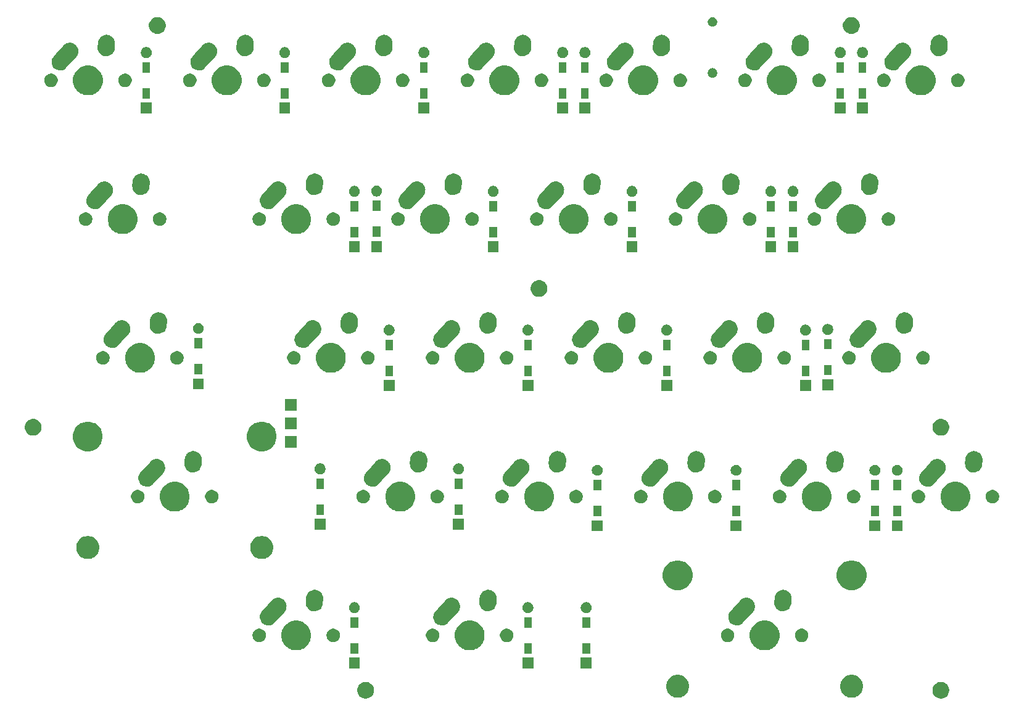
<source format=gbs>
G04 #@! TF.GenerationSoftware,KiCad,Pcbnew,(5.1.5-0-10_14)*
G04 #@! TF.CreationDate,2020-08-12T23:03:47+09:00*
G04 #@! TF.ProjectId,iroha60-left,69726f68-6136-4302-9d6c-6566742e6b69,rev?*
G04 #@! TF.SameCoordinates,Original*
G04 #@! TF.FileFunction,Soldermask,Bot*
G04 #@! TF.FilePolarity,Negative*
%FSLAX46Y46*%
G04 Gerber Fmt 4.6, Leading zero omitted, Abs format (unit mm)*
G04 Created by KiCad (PCBNEW (5.1.5-0-10_14)) date 2020-08-12 23:03:47*
%MOMM*%
%LPD*%
G04 APERTURE LIST*
%ADD10C,0.100000*%
G04 APERTURE END LIST*
D10*
G36*
X146497049Y-110536116D02*
G01*
X146608234Y-110558232D01*
X146817703Y-110644997D01*
X147006220Y-110770960D01*
X147166540Y-110931280D01*
X147292503Y-111119797D01*
X147379268Y-111329266D01*
X147423500Y-111551636D01*
X147423500Y-111778364D01*
X147379268Y-112000734D01*
X147292503Y-112210203D01*
X147166540Y-112398720D01*
X147006220Y-112559040D01*
X146817703Y-112685003D01*
X146608234Y-112771768D01*
X146497049Y-112793884D01*
X146385865Y-112816000D01*
X146159135Y-112816000D01*
X146047951Y-112793884D01*
X145936766Y-112771768D01*
X145727297Y-112685003D01*
X145538780Y-112559040D01*
X145378460Y-112398720D01*
X145252497Y-112210203D01*
X145165732Y-112000734D01*
X145121500Y-111778364D01*
X145121500Y-111551636D01*
X145165732Y-111329266D01*
X145252497Y-111119797D01*
X145378460Y-110931280D01*
X145538780Y-110770960D01*
X145727297Y-110644997D01*
X145936766Y-110558232D01*
X146047951Y-110536116D01*
X146159135Y-110514000D01*
X146385865Y-110514000D01*
X146497049Y-110536116D01*
G37*
G36*
X67534549Y-110536116D02*
G01*
X67645734Y-110558232D01*
X67855203Y-110644997D01*
X68043720Y-110770960D01*
X68204040Y-110931280D01*
X68330003Y-111119797D01*
X68416768Y-111329266D01*
X68461000Y-111551636D01*
X68461000Y-111778364D01*
X68416768Y-112000734D01*
X68330003Y-112210203D01*
X68204040Y-112398720D01*
X68043720Y-112559040D01*
X67855203Y-112685003D01*
X67645734Y-112771768D01*
X67534549Y-112793884D01*
X67423365Y-112816000D01*
X67196635Y-112816000D01*
X67085451Y-112793884D01*
X66974266Y-112771768D01*
X66764797Y-112685003D01*
X66576280Y-112559040D01*
X66415960Y-112398720D01*
X66289997Y-112210203D01*
X66203232Y-112000734D01*
X66159000Y-111778364D01*
X66159000Y-111551636D01*
X66203232Y-111329266D01*
X66289997Y-111119797D01*
X66415960Y-110931280D01*
X66576280Y-110770960D01*
X66764797Y-110644997D01*
X66974266Y-110558232D01*
X67085451Y-110536116D01*
X67196635Y-110514000D01*
X67423365Y-110514000D01*
X67534549Y-110536116D01*
G37*
G36*
X134476161Y-109610526D02*
G01*
X134594887Y-109659704D01*
X134762791Y-109729252D01*
X134762792Y-109729253D01*
X135020754Y-109901617D01*
X135240133Y-110120996D01*
X135355303Y-110293361D01*
X135412498Y-110378959D01*
X135482046Y-110546863D01*
X135531224Y-110665589D01*
X135591750Y-110969876D01*
X135591750Y-111280124D01*
X135537744Y-111551635D01*
X135531224Y-111584410D01*
X135412498Y-111871041D01*
X135412497Y-111871042D01*
X135240133Y-112129004D01*
X135020754Y-112348383D01*
X134848389Y-112463553D01*
X134762791Y-112520748D01*
X134594887Y-112590296D01*
X134476161Y-112639474D01*
X134171875Y-112700000D01*
X133861625Y-112700000D01*
X133557339Y-112639474D01*
X133438613Y-112590296D01*
X133270709Y-112520748D01*
X133185111Y-112463553D01*
X133012746Y-112348383D01*
X132793367Y-112129004D01*
X132621003Y-111871042D01*
X132621002Y-111871041D01*
X132502276Y-111584410D01*
X132495757Y-111551635D01*
X132441750Y-111280124D01*
X132441750Y-110969876D01*
X132502276Y-110665589D01*
X132551454Y-110546863D01*
X132621002Y-110378959D01*
X132678197Y-110293361D01*
X132793367Y-110120996D01*
X133012746Y-109901617D01*
X133270708Y-109729253D01*
X133270709Y-109729252D01*
X133438613Y-109659704D01*
X133557339Y-109610526D01*
X133861625Y-109550000D01*
X134171875Y-109550000D01*
X134476161Y-109610526D01*
G37*
G36*
X110600161Y-109610526D02*
G01*
X110718887Y-109659704D01*
X110886791Y-109729252D01*
X110886792Y-109729253D01*
X111144754Y-109901617D01*
X111364133Y-110120996D01*
X111479303Y-110293361D01*
X111536498Y-110378959D01*
X111606046Y-110546863D01*
X111655224Y-110665589D01*
X111715750Y-110969876D01*
X111715750Y-111280124D01*
X111661744Y-111551635D01*
X111655224Y-111584410D01*
X111536498Y-111871041D01*
X111536497Y-111871042D01*
X111364133Y-112129004D01*
X111144754Y-112348383D01*
X110972389Y-112463553D01*
X110886791Y-112520748D01*
X110718887Y-112590296D01*
X110600161Y-112639474D01*
X110295875Y-112700000D01*
X109985625Y-112700000D01*
X109681339Y-112639474D01*
X109562613Y-112590296D01*
X109394709Y-112520748D01*
X109309111Y-112463553D01*
X109136746Y-112348383D01*
X108917367Y-112129004D01*
X108745003Y-111871042D01*
X108745002Y-111871041D01*
X108626276Y-111584410D01*
X108619757Y-111551635D01*
X108565750Y-111280124D01*
X108565750Y-110969876D01*
X108626276Y-110665589D01*
X108675454Y-110546863D01*
X108745002Y-110378959D01*
X108802197Y-110293361D01*
X108917367Y-110120996D01*
X109136746Y-109901617D01*
X109394708Y-109729253D01*
X109394709Y-109729252D01*
X109562613Y-109659704D01*
X109681339Y-109610526D01*
X109985625Y-109550000D01*
X110295875Y-109550000D01*
X110600161Y-109610526D01*
G37*
G36*
X98347000Y-108699500D02*
G01*
X96848000Y-108699500D01*
X96848000Y-107200500D01*
X98347000Y-107200500D01*
X98347000Y-108699500D01*
G37*
G36*
X90347000Y-108699500D02*
G01*
X88848000Y-108699500D01*
X88848000Y-107200500D01*
X90347000Y-107200500D01*
X90347000Y-108699500D01*
G37*
G36*
X66534500Y-108699500D02*
G01*
X65035500Y-108699500D01*
X65035500Y-107200500D01*
X66534500Y-107200500D01*
X66534500Y-108699500D01*
G37*
G36*
X98123500Y-106616000D02*
G01*
X97071500Y-106616000D01*
X97071500Y-105214000D01*
X98123500Y-105214000D01*
X98123500Y-106616000D01*
G37*
G36*
X90123500Y-106616000D02*
G01*
X89071500Y-106616000D01*
X89071500Y-105214000D01*
X90123500Y-105214000D01*
X90123500Y-106616000D01*
G37*
G36*
X66311000Y-106616000D02*
G01*
X65259000Y-106616000D01*
X65259000Y-105214000D01*
X66311000Y-105214000D01*
X66311000Y-106616000D01*
G37*
G36*
X122675224Y-102173684D02*
G01*
X122893224Y-102263983D01*
X123047373Y-102327833D01*
X123382298Y-102551623D01*
X123667127Y-102836452D01*
X123890917Y-103171377D01*
X123923312Y-103249586D01*
X124045066Y-103543526D01*
X124123650Y-103938594D01*
X124123650Y-104341406D01*
X124045066Y-104736474D01*
X123994201Y-104859272D01*
X123890917Y-105108623D01*
X123667127Y-105443548D01*
X123382298Y-105728377D01*
X123047373Y-105952167D01*
X122893224Y-106016017D01*
X122675224Y-106106316D01*
X122280156Y-106184900D01*
X121877344Y-106184900D01*
X121482276Y-106106316D01*
X121264276Y-106016017D01*
X121110127Y-105952167D01*
X120775202Y-105728377D01*
X120490373Y-105443548D01*
X120266583Y-105108623D01*
X120163299Y-104859272D01*
X120112434Y-104736474D01*
X120033850Y-104341406D01*
X120033850Y-103938594D01*
X120112434Y-103543526D01*
X120234188Y-103249586D01*
X120266583Y-103171377D01*
X120490373Y-102836452D01*
X120775202Y-102551623D01*
X121110127Y-102327833D01*
X121264276Y-102263983D01*
X121482276Y-102173684D01*
X121877344Y-102095100D01*
X122280156Y-102095100D01*
X122675224Y-102173684D01*
G37*
G36*
X82193974Y-102173684D02*
G01*
X82411974Y-102263983D01*
X82566123Y-102327833D01*
X82901048Y-102551623D01*
X83185877Y-102836452D01*
X83409667Y-103171377D01*
X83442062Y-103249586D01*
X83563816Y-103543526D01*
X83642400Y-103938594D01*
X83642400Y-104341406D01*
X83563816Y-104736474D01*
X83512951Y-104859272D01*
X83409667Y-105108623D01*
X83185877Y-105443548D01*
X82901048Y-105728377D01*
X82566123Y-105952167D01*
X82411974Y-106016017D01*
X82193974Y-106106316D01*
X81798906Y-106184900D01*
X81396094Y-106184900D01*
X81001026Y-106106316D01*
X80783026Y-106016017D01*
X80628877Y-105952167D01*
X80293952Y-105728377D01*
X80009123Y-105443548D01*
X79785333Y-105108623D01*
X79682049Y-104859272D01*
X79631184Y-104736474D01*
X79552600Y-104341406D01*
X79552600Y-103938594D01*
X79631184Y-103543526D01*
X79752938Y-103249586D01*
X79785333Y-103171377D01*
X80009123Y-102836452D01*
X80293952Y-102551623D01*
X80628877Y-102327833D01*
X80783026Y-102263983D01*
X81001026Y-102173684D01*
X81396094Y-102095100D01*
X81798906Y-102095100D01*
X82193974Y-102173684D01*
G37*
G36*
X58381474Y-102173684D02*
G01*
X58599474Y-102263983D01*
X58753623Y-102327833D01*
X59088548Y-102551623D01*
X59373377Y-102836452D01*
X59597167Y-103171377D01*
X59629562Y-103249586D01*
X59751316Y-103543526D01*
X59829900Y-103938594D01*
X59829900Y-104341406D01*
X59751316Y-104736474D01*
X59700451Y-104859272D01*
X59597167Y-105108623D01*
X59373377Y-105443548D01*
X59088548Y-105728377D01*
X58753623Y-105952167D01*
X58599474Y-106016017D01*
X58381474Y-106106316D01*
X57986406Y-106184900D01*
X57583594Y-106184900D01*
X57188526Y-106106316D01*
X56970526Y-106016017D01*
X56816377Y-105952167D01*
X56481452Y-105728377D01*
X56196623Y-105443548D01*
X55972833Y-105108623D01*
X55869549Y-104859272D01*
X55818684Y-104736474D01*
X55740100Y-104341406D01*
X55740100Y-103938594D01*
X55818684Y-103543526D01*
X55940438Y-103249586D01*
X55972833Y-103171377D01*
X56196623Y-102836452D01*
X56481452Y-102551623D01*
X56816377Y-102327833D01*
X56970526Y-102263983D01*
X57188526Y-102173684D01*
X57583594Y-102095100D01*
X57986406Y-102095100D01*
X58381474Y-102173684D01*
G37*
G36*
X86947604Y-103249585D02*
G01*
X87116126Y-103319389D01*
X87267791Y-103420728D01*
X87396772Y-103549709D01*
X87498111Y-103701374D01*
X87567915Y-103869896D01*
X87603500Y-104048797D01*
X87603500Y-104231203D01*
X87567915Y-104410104D01*
X87498111Y-104578626D01*
X87396772Y-104730291D01*
X87267791Y-104859272D01*
X87116126Y-104960611D01*
X86947604Y-105030415D01*
X86768703Y-105066000D01*
X86586297Y-105066000D01*
X86407396Y-105030415D01*
X86238874Y-104960611D01*
X86087209Y-104859272D01*
X85958228Y-104730291D01*
X85856889Y-104578626D01*
X85787085Y-104410104D01*
X85751500Y-104231203D01*
X85751500Y-104048797D01*
X85787085Y-103869896D01*
X85856889Y-103701374D01*
X85958228Y-103549709D01*
X86087209Y-103420728D01*
X86238874Y-103319389D01*
X86407396Y-103249585D01*
X86586297Y-103214000D01*
X86768703Y-103214000D01*
X86947604Y-103249585D01*
G37*
G36*
X127428854Y-103249585D02*
G01*
X127597376Y-103319389D01*
X127749041Y-103420728D01*
X127878022Y-103549709D01*
X127979361Y-103701374D01*
X128049165Y-103869896D01*
X128084750Y-104048797D01*
X128084750Y-104231203D01*
X128049165Y-104410104D01*
X127979361Y-104578626D01*
X127878022Y-104730291D01*
X127749041Y-104859272D01*
X127597376Y-104960611D01*
X127428854Y-105030415D01*
X127249953Y-105066000D01*
X127067547Y-105066000D01*
X126888646Y-105030415D01*
X126720124Y-104960611D01*
X126568459Y-104859272D01*
X126439478Y-104730291D01*
X126338139Y-104578626D01*
X126268335Y-104410104D01*
X126232750Y-104231203D01*
X126232750Y-104048797D01*
X126268335Y-103869896D01*
X126338139Y-103701374D01*
X126439478Y-103549709D01*
X126568459Y-103420728D01*
X126720124Y-103319389D01*
X126888646Y-103249585D01*
X127067547Y-103214000D01*
X127249953Y-103214000D01*
X127428854Y-103249585D01*
G37*
G36*
X76787604Y-103249585D02*
G01*
X76956126Y-103319389D01*
X77107791Y-103420728D01*
X77236772Y-103549709D01*
X77338111Y-103701374D01*
X77407915Y-103869896D01*
X77443500Y-104048797D01*
X77443500Y-104231203D01*
X77407915Y-104410104D01*
X77338111Y-104578626D01*
X77236772Y-104730291D01*
X77107791Y-104859272D01*
X76956126Y-104960611D01*
X76787604Y-105030415D01*
X76608703Y-105066000D01*
X76426297Y-105066000D01*
X76247396Y-105030415D01*
X76078874Y-104960611D01*
X75927209Y-104859272D01*
X75798228Y-104730291D01*
X75696889Y-104578626D01*
X75627085Y-104410104D01*
X75591500Y-104231203D01*
X75591500Y-104048797D01*
X75627085Y-103869896D01*
X75696889Y-103701374D01*
X75798228Y-103549709D01*
X75927209Y-103420728D01*
X76078874Y-103319389D01*
X76247396Y-103249585D01*
X76426297Y-103214000D01*
X76608703Y-103214000D01*
X76787604Y-103249585D01*
G37*
G36*
X117268854Y-103249585D02*
G01*
X117437376Y-103319389D01*
X117589041Y-103420728D01*
X117718022Y-103549709D01*
X117819361Y-103701374D01*
X117889165Y-103869896D01*
X117924750Y-104048797D01*
X117924750Y-104231203D01*
X117889165Y-104410104D01*
X117819361Y-104578626D01*
X117718022Y-104730291D01*
X117589041Y-104859272D01*
X117437376Y-104960611D01*
X117268854Y-105030415D01*
X117089953Y-105066000D01*
X116907547Y-105066000D01*
X116728646Y-105030415D01*
X116560124Y-104960611D01*
X116408459Y-104859272D01*
X116279478Y-104730291D01*
X116178139Y-104578626D01*
X116108335Y-104410104D01*
X116072750Y-104231203D01*
X116072750Y-104048797D01*
X116108335Y-103869896D01*
X116178139Y-103701374D01*
X116279478Y-103549709D01*
X116408459Y-103420728D01*
X116560124Y-103319389D01*
X116728646Y-103249585D01*
X116907547Y-103214000D01*
X117089953Y-103214000D01*
X117268854Y-103249585D01*
G37*
G36*
X63135104Y-103249585D02*
G01*
X63303626Y-103319389D01*
X63455291Y-103420728D01*
X63584272Y-103549709D01*
X63685611Y-103701374D01*
X63755415Y-103869896D01*
X63791000Y-104048797D01*
X63791000Y-104231203D01*
X63755415Y-104410104D01*
X63685611Y-104578626D01*
X63584272Y-104730291D01*
X63455291Y-104859272D01*
X63303626Y-104960611D01*
X63135104Y-105030415D01*
X62956203Y-105066000D01*
X62773797Y-105066000D01*
X62594896Y-105030415D01*
X62426374Y-104960611D01*
X62274709Y-104859272D01*
X62145728Y-104730291D01*
X62044389Y-104578626D01*
X61974585Y-104410104D01*
X61939000Y-104231203D01*
X61939000Y-104048797D01*
X61974585Y-103869896D01*
X62044389Y-103701374D01*
X62145728Y-103549709D01*
X62274709Y-103420728D01*
X62426374Y-103319389D01*
X62594896Y-103249585D01*
X62773797Y-103214000D01*
X62956203Y-103214000D01*
X63135104Y-103249585D01*
G37*
G36*
X52975104Y-103249585D02*
G01*
X53143626Y-103319389D01*
X53295291Y-103420728D01*
X53424272Y-103549709D01*
X53525611Y-103701374D01*
X53595415Y-103869896D01*
X53631000Y-104048797D01*
X53631000Y-104231203D01*
X53595415Y-104410104D01*
X53525611Y-104578626D01*
X53424272Y-104730291D01*
X53295291Y-104859272D01*
X53143626Y-104960611D01*
X52975104Y-105030415D01*
X52796203Y-105066000D01*
X52613797Y-105066000D01*
X52434896Y-105030415D01*
X52266374Y-104960611D01*
X52114709Y-104859272D01*
X51985728Y-104730291D01*
X51884389Y-104578626D01*
X51814585Y-104410104D01*
X51779000Y-104231203D01*
X51779000Y-104048797D01*
X51814585Y-103869896D01*
X51884389Y-103701374D01*
X51985728Y-103549709D01*
X52114709Y-103420728D01*
X52266374Y-103319389D01*
X52434896Y-103249585D01*
X52613797Y-103214000D01*
X52796203Y-103214000D01*
X52975104Y-103249585D01*
G37*
G36*
X98123500Y-103066000D02*
G01*
X97071500Y-103066000D01*
X97071500Y-101664000D01*
X98123500Y-101664000D01*
X98123500Y-103066000D01*
G37*
G36*
X90123500Y-103066000D02*
G01*
X89071500Y-103066000D01*
X89071500Y-101664000D01*
X90123500Y-101664000D01*
X90123500Y-103066000D01*
G37*
G36*
X66311000Y-103066000D02*
G01*
X65259000Y-103066000D01*
X65259000Y-101664000D01*
X66311000Y-101664000D01*
X66311000Y-103066000D01*
G37*
G36*
X79120705Y-98963881D02*
G01*
X79126145Y-98964000D01*
X79213328Y-98964000D01*
X79229597Y-98967236D01*
X79248456Y-98969515D01*
X79265032Y-98970246D01*
X79349723Y-98991010D01*
X79355018Y-98992184D01*
X79440527Y-99009193D01*
X79455862Y-99015545D01*
X79473901Y-99021455D01*
X79490021Y-99025407D01*
X79569004Y-99062280D01*
X79573994Y-99064477D01*
X79654545Y-99097842D01*
X79668341Y-99107060D01*
X79684893Y-99116382D01*
X79699926Y-99123400D01*
X79770194Y-99174971D01*
X79774692Y-99178122D01*
X79847156Y-99226541D01*
X79858883Y-99238268D01*
X79873309Y-99250648D01*
X79886679Y-99260461D01*
X79886680Y-99260462D01*
X79945521Y-99324733D01*
X79949329Y-99328714D01*
X80010959Y-99390344D01*
X80020174Y-99404135D01*
X80031896Y-99419078D01*
X80043105Y-99431321D01*
X80088299Y-99505874D01*
X80091246Y-99510501D01*
X80139658Y-99582955D01*
X80146005Y-99598277D01*
X80154592Y-99615231D01*
X80163191Y-99629417D01*
X80192978Y-99711368D01*
X80194952Y-99716448D01*
X80228307Y-99796973D01*
X80228307Y-99796974D01*
X80231541Y-99813233D01*
X80236658Y-99831542D01*
X80242325Y-99847134D01*
X80255555Y-99933345D01*
X80256501Y-99938713D01*
X80273500Y-100024173D01*
X80273500Y-100040752D01*
X80274944Y-100059692D01*
X80277463Y-100076104D01*
X80273620Y-100163249D01*
X80273500Y-100168689D01*
X80273500Y-100255826D01*
X80273430Y-100256180D01*
X80270266Y-100272083D01*
X80267988Y-100290941D01*
X80267256Y-100307531D01*
X80246488Y-100392237D01*
X80245312Y-100397537D01*
X80228307Y-100483027D01*
X80221957Y-100498357D01*
X80216049Y-100516393D01*
X80212095Y-100532520D01*
X80175211Y-100611526D01*
X80173011Y-100616523D01*
X80139658Y-100697045D01*
X80130444Y-100710835D01*
X80121122Y-100727387D01*
X80114102Y-100742424D01*
X80062511Y-100812720D01*
X80059366Y-100817210D01*
X80010961Y-100889654D01*
X79953960Y-100946655D01*
X79949311Y-100951563D01*
X79517811Y-101432470D01*
X78624223Y-102428376D01*
X78496179Y-102545602D01*
X78397130Y-102605646D01*
X78298083Y-102665689D01*
X78080366Y-102744823D01*
X77851395Y-102779961D01*
X77619970Y-102769754D01*
X77394981Y-102714593D01*
X77290227Y-102665689D01*
X77185079Y-102616602D01*
X77088338Y-102545602D01*
X76998323Y-102479539D01*
X76923894Y-102398241D01*
X76841898Y-102308679D01*
X76760064Y-102173685D01*
X76721811Y-102110583D01*
X76642677Y-101892866D01*
X76607539Y-101663895D01*
X76617746Y-101432470D01*
X76672907Y-101207481D01*
X76724472Y-101097028D01*
X76770898Y-100997580D01*
X76773379Y-100994199D01*
X76873614Y-100857622D01*
X77665574Y-99974981D01*
X78160287Y-99423621D01*
X78171181Y-99409589D01*
X78184039Y-99390346D01*
X78241073Y-99333312D01*
X78245723Y-99328403D01*
X78260778Y-99311624D01*
X78282201Y-99292011D01*
X78286182Y-99288203D01*
X78347846Y-99226539D01*
X78361643Y-99217320D01*
X78376602Y-99205585D01*
X78388821Y-99194398D01*
X78420885Y-99174961D01*
X78463330Y-99149231D01*
X78467921Y-99146308D01*
X78540455Y-99097842D01*
X78555800Y-99091486D01*
X78572748Y-99082901D01*
X78586916Y-99074312D01*
X78586917Y-99074312D01*
X78586918Y-99074311D01*
X78668812Y-99044545D01*
X78673910Y-99042563D01*
X78754473Y-99009193D01*
X78770752Y-99005955D01*
X78789042Y-99000844D01*
X78804635Y-98995177D01*
X78890800Y-98981954D01*
X78896163Y-98981009D01*
X78981673Y-98964000D01*
X78998266Y-98964000D01*
X79017209Y-98962555D01*
X79033606Y-98960039D01*
X79120705Y-98963881D01*
G37*
G36*
X119601955Y-98963881D02*
G01*
X119607395Y-98964000D01*
X119694578Y-98964000D01*
X119710847Y-98967236D01*
X119729706Y-98969515D01*
X119746282Y-98970246D01*
X119830973Y-98991010D01*
X119836268Y-98992184D01*
X119921777Y-99009193D01*
X119937112Y-99015545D01*
X119955151Y-99021455D01*
X119971271Y-99025407D01*
X120050254Y-99062280D01*
X120055244Y-99064477D01*
X120135795Y-99097842D01*
X120149591Y-99107060D01*
X120166143Y-99116382D01*
X120181176Y-99123400D01*
X120251444Y-99174971D01*
X120255942Y-99178122D01*
X120328406Y-99226541D01*
X120340133Y-99238268D01*
X120354559Y-99250648D01*
X120367929Y-99260461D01*
X120367930Y-99260462D01*
X120426771Y-99324733D01*
X120430579Y-99328714D01*
X120492209Y-99390344D01*
X120501424Y-99404135D01*
X120513146Y-99419078D01*
X120524355Y-99431321D01*
X120569549Y-99505874D01*
X120572496Y-99510501D01*
X120620908Y-99582955D01*
X120627255Y-99598277D01*
X120635842Y-99615231D01*
X120644441Y-99629417D01*
X120674228Y-99711368D01*
X120676202Y-99716448D01*
X120709557Y-99796973D01*
X120709557Y-99796974D01*
X120712791Y-99813233D01*
X120717908Y-99831542D01*
X120723575Y-99847134D01*
X120736805Y-99933345D01*
X120737751Y-99938713D01*
X120754750Y-100024173D01*
X120754750Y-100040752D01*
X120756194Y-100059692D01*
X120758713Y-100076104D01*
X120754870Y-100163249D01*
X120754750Y-100168689D01*
X120754750Y-100255826D01*
X120754680Y-100256180D01*
X120751516Y-100272083D01*
X120749238Y-100290941D01*
X120748506Y-100307531D01*
X120727738Y-100392237D01*
X120726562Y-100397537D01*
X120709557Y-100483027D01*
X120703207Y-100498357D01*
X120697299Y-100516393D01*
X120693345Y-100532520D01*
X120656461Y-100611526D01*
X120654261Y-100616523D01*
X120620908Y-100697045D01*
X120611694Y-100710835D01*
X120602372Y-100727387D01*
X120595352Y-100742424D01*
X120543761Y-100812720D01*
X120540616Y-100817210D01*
X120492211Y-100889654D01*
X120435210Y-100946655D01*
X120430561Y-100951563D01*
X119999061Y-101432470D01*
X119105473Y-102428376D01*
X118977429Y-102545602D01*
X118878380Y-102605646D01*
X118779333Y-102665689D01*
X118561616Y-102744823D01*
X118332645Y-102779961D01*
X118101220Y-102769754D01*
X117876231Y-102714593D01*
X117771477Y-102665689D01*
X117666329Y-102616602D01*
X117569588Y-102545602D01*
X117479573Y-102479539D01*
X117405144Y-102398241D01*
X117323148Y-102308679D01*
X117241314Y-102173685D01*
X117203061Y-102110583D01*
X117123927Y-101892866D01*
X117088789Y-101663895D01*
X117098996Y-101432470D01*
X117154157Y-101207481D01*
X117205722Y-101097028D01*
X117252148Y-100997580D01*
X117254629Y-100994199D01*
X117354864Y-100857622D01*
X118146824Y-99974981D01*
X118641537Y-99423621D01*
X118652431Y-99409589D01*
X118665289Y-99390346D01*
X118722323Y-99333312D01*
X118726973Y-99328403D01*
X118742028Y-99311624D01*
X118763451Y-99292011D01*
X118767432Y-99288203D01*
X118829096Y-99226539D01*
X118842893Y-99217320D01*
X118857852Y-99205585D01*
X118870071Y-99194398D01*
X118902135Y-99174961D01*
X118944580Y-99149231D01*
X118949171Y-99146308D01*
X119021705Y-99097842D01*
X119037050Y-99091486D01*
X119053998Y-99082901D01*
X119068166Y-99074312D01*
X119068167Y-99074312D01*
X119068168Y-99074311D01*
X119150062Y-99044545D01*
X119155160Y-99042563D01*
X119235723Y-99009193D01*
X119252002Y-99005955D01*
X119270292Y-99000844D01*
X119285885Y-98995177D01*
X119372050Y-98981954D01*
X119377413Y-98981009D01*
X119462923Y-98964000D01*
X119479516Y-98964000D01*
X119498459Y-98962555D01*
X119514856Y-98960039D01*
X119601955Y-98963881D01*
G37*
G36*
X55308205Y-98963881D02*
G01*
X55313645Y-98964000D01*
X55400828Y-98964000D01*
X55417097Y-98967236D01*
X55435956Y-98969515D01*
X55452532Y-98970246D01*
X55537223Y-98991010D01*
X55542518Y-98992184D01*
X55628027Y-99009193D01*
X55643362Y-99015545D01*
X55661401Y-99021455D01*
X55677521Y-99025407D01*
X55756504Y-99062280D01*
X55761494Y-99064477D01*
X55842045Y-99097842D01*
X55855841Y-99107060D01*
X55872393Y-99116382D01*
X55887426Y-99123400D01*
X55957694Y-99174971D01*
X55962192Y-99178122D01*
X56034656Y-99226541D01*
X56046383Y-99238268D01*
X56060809Y-99250648D01*
X56074179Y-99260461D01*
X56074180Y-99260462D01*
X56133021Y-99324733D01*
X56136829Y-99328714D01*
X56198459Y-99390344D01*
X56207674Y-99404135D01*
X56219396Y-99419078D01*
X56230605Y-99431321D01*
X56275799Y-99505874D01*
X56278746Y-99510501D01*
X56327158Y-99582955D01*
X56333505Y-99598277D01*
X56342092Y-99615231D01*
X56350691Y-99629417D01*
X56380478Y-99711368D01*
X56382452Y-99716448D01*
X56415807Y-99796973D01*
X56415807Y-99796974D01*
X56419041Y-99813233D01*
X56424158Y-99831542D01*
X56429825Y-99847134D01*
X56443055Y-99933345D01*
X56444001Y-99938713D01*
X56461000Y-100024173D01*
X56461000Y-100040752D01*
X56462444Y-100059692D01*
X56464963Y-100076104D01*
X56461120Y-100163249D01*
X56461000Y-100168689D01*
X56461000Y-100255826D01*
X56460930Y-100256180D01*
X56457766Y-100272083D01*
X56455488Y-100290941D01*
X56454756Y-100307531D01*
X56433988Y-100392237D01*
X56432812Y-100397537D01*
X56415807Y-100483027D01*
X56409457Y-100498357D01*
X56403549Y-100516393D01*
X56399595Y-100532520D01*
X56362711Y-100611526D01*
X56360511Y-100616523D01*
X56327158Y-100697045D01*
X56317944Y-100710835D01*
X56308622Y-100727387D01*
X56301602Y-100742424D01*
X56250011Y-100812720D01*
X56246866Y-100817210D01*
X56198461Y-100889654D01*
X56141460Y-100946655D01*
X56136811Y-100951563D01*
X55705311Y-101432470D01*
X54811723Y-102428376D01*
X54683679Y-102545602D01*
X54584630Y-102605646D01*
X54485583Y-102665689D01*
X54267866Y-102744823D01*
X54038895Y-102779961D01*
X53807470Y-102769754D01*
X53582481Y-102714593D01*
X53477727Y-102665689D01*
X53372579Y-102616602D01*
X53275838Y-102545602D01*
X53185823Y-102479539D01*
X53111394Y-102398241D01*
X53029398Y-102308679D01*
X52947564Y-102173685D01*
X52909311Y-102110583D01*
X52830177Y-101892866D01*
X52795039Y-101663895D01*
X52805246Y-101432470D01*
X52860407Y-101207481D01*
X52911972Y-101097028D01*
X52958398Y-100997580D01*
X52960879Y-100994199D01*
X53061114Y-100857622D01*
X53853074Y-99974981D01*
X54347787Y-99423621D01*
X54358681Y-99409589D01*
X54371539Y-99390346D01*
X54428573Y-99333312D01*
X54433223Y-99328403D01*
X54448278Y-99311624D01*
X54469701Y-99292011D01*
X54473682Y-99288203D01*
X54535346Y-99226539D01*
X54549143Y-99217320D01*
X54564102Y-99205585D01*
X54576321Y-99194398D01*
X54608385Y-99174961D01*
X54650830Y-99149231D01*
X54655421Y-99146308D01*
X54727955Y-99097842D01*
X54743300Y-99091486D01*
X54760248Y-99082901D01*
X54774416Y-99074312D01*
X54774417Y-99074312D01*
X54774418Y-99074311D01*
X54856312Y-99044545D01*
X54861410Y-99042563D01*
X54941973Y-99009193D01*
X54958252Y-99005955D01*
X54976542Y-99000844D01*
X54992135Y-98995177D01*
X55078300Y-98981954D01*
X55083663Y-98981009D01*
X55169173Y-98964000D01*
X55185766Y-98964000D01*
X55204709Y-98962555D01*
X55221106Y-98960039D01*
X55308205Y-98963881D01*
G37*
G36*
X65871162Y-99582955D02*
G01*
X66003621Y-99609302D01*
X66140022Y-99665801D01*
X66262779Y-99747825D01*
X66367175Y-99852221D01*
X66449199Y-99974978D01*
X66505698Y-100111379D01*
X66528766Y-100227353D01*
X66534430Y-100255826D01*
X66534500Y-100256181D01*
X66534500Y-100403819D01*
X66505698Y-100548621D01*
X66449199Y-100685022D01*
X66367175Y-100807779D01*
X66262779Y-100912175D01*
X66140022Y-100994199D01*
X66003621Y-101050698D01*
X65879425Y-101075401D01*
X65858820Y-101079500D01*
X65711180Y-101079500D01*
X65690575Y-101075401D01*
X65566379Y-101050698D01*
X65429978Y-100994199D01*
X65307221Y-100912175D01*
X65202825Y-100807779D01*
X65120801Y-100685022D01*
X65064302Y-100548621D01*
X65035500Y-100403819D01*
X65035500Y-100256181D01*
X65035571Y-100255826D01*
X65041234Y-100227353D01*
X65064302Y-100111379D01*
X65120801Y-99974978D01*
X65202825Y-99852221D01*
X65307221Y-99747825D01*
X65429978Y-99665801D01*
X65566379Y-99609302D01*
X65698838Y-99582955D01*
X65711180Y-99580500D01*
X65858820Y-99580500D01*
X65871162Y-99582955D01*
G37*
G36*
X89683662Y-99582955D02*
G01*
X89816121Y-99609302D01*
X89952522Y-99665801D01*
X90075279Y-99747825D01*
X90179675Y-99852221D01*
X90261699Y-99974978D01*
X90318198Y-100111379D01*
X90341266Y-100227353D01*
X90346930Y-100255826D01*
X90347000Y-100256181D01*
X90347000Y-100403819D01*
X90318198Y-100548621D01*
X90261699Y-100685022D01*
X90179675Y-100807779D01*
X90075279Y-100912175D01*
X89952522Y-100994199D01*
X89816121Y-101050698D01*
X89691925Y-101075401D01*
X89671320Y-101079500D01*
X89523680Y-101079500D01*
X89503075Y-101075401D01*
X89378879Y-101050698D01*
X89242478Y-100994199D01*
X89119721Y-100912175D01*
X89015325Y-100807779D01*
X88933301Y-100685022D01*
X88876802Y-100548621D01*
X88848000Y-100403819D01*
X88848000Y-100256181D01*
X88848071Y-100255826D01*
X88853734Y-100227353D01*
X88876802Y-100111379D01*
X88933301Y-99974978D01*
X89015325Y-99852221D01*
X89119721Y-99747825D01*
X89242478Y-99665801D01*
X89378879Y-99609302D01*
X89511338Y-99582955D01*
X89523680Y-99580500D01*
X89671320Y-99580500D01*
X89683662Y-99582955D01*
G37*
G36*
X97683662Y-99582955D02*
G01*
X97816121Y-99609302D01*
X97952522Y-99665801D01*
X98075279Y-99747825D01*
X98179675Y-99852221D01*
X98261699Y-99974978D01*
X98318198Y-100111379D01*
X98341266Y-100227353D01*
X98346930Y-100255826D01*
X98347000Y-100256181D01*
X98347000Y-100403819D01*
X98318198Y-100548621D01*
X98261699Y-100685022D01*
X98179675Y-100807779D01*
X98075279Y-100912175D01*
X97952522Y-100994199D01*
X97816121Y-101050698D01*
X97691925Y-101075401D01*
X97671320Y-101079500D01*
X97523680Y-101079500D01*
X97503075Y-101075401D01*
X97378879Y-101050698D01*
X97242478Y-100994199D01*
X97119721Y-100912175D01*
X97015325Y-100807779D01*
X96933301Y-100685022D01*
X96876802Y-100548621D01*
X96848000Y-100403819D01*
X96848000Y-100256181D01*
X96848071Y-100255826D01*
X96853734Y-100227353D01*
X96876802Y-100111379D01*
X96933301Y-99974978D01*
X97015325Y-99852221D01*
X97119721Y-99747825D01*
X97242478Y-99665801D01*
X97378879Y-99609302D01*
X97511338Y-99582955D01*
X97523680Y-99580500D01*
X97671320Y-99580500D01*
X97683662Y-99582955D01*
G37*
G36*
X60413127Y-97882261D02*
G01*
X60433900Y-97884000D01*
X60440827Y-97884000D01*
X60535754Y-97902882D01*
X60539348Y-97903542D01*
X60634730Y-97919624D01*
X60641203Y-97922085D01*
X60661228Y-97927841D01*
X60668027Y-97929193D01*
X60730414Y-97955034D01*
X60757443Y-97966230D01*
X60760844Y-97967581D01*
X60851255Y-98001961D01*
X60857127Y-98005640D01*
X60875636Y-98015187D01*
X60882045Y-98017842D01*
X60962563Y-98071642D01*
X60965554Y-98073578D01*
X61047557Y-98124959D01*
X61052584Y-98129700D01*
X61068896Y-98142691D01*
X61074652Y-98146537D01*
X61143110Y-98214995D01*
X61145689Y-98217499D01*
X61216090Y-98283889D01*
X61220095Y-98289519D01*
X61233559Y-98305444D01*
X61238459Y-98310344D01*
X61292244Y-98390839D01*
X61294291Y-98393807D01*
X61350380Y-98472645D01*
X61353214Y-98478958D01*
X61363308Y-98497193D01*
X61367158Y-98502955D01*
X61404220Y-98592430D01*
X61405624Y-98595685D01*
X61445265Y-98683973D01*
X61446815Y-98690725D01*
X61453152Y-98710562D01*
X61455807Y-98716973D01*
X61474692Y-98811917D01*
X61475438Y-98815401D01*
X61497098Y-98909751D01*
X61497098Y-98909754D01*
X61497300Y-98916654D01*
X61499647Y-98937370D01*
X61501000Y-98944174D01*
X61501000Y-99040986D01*
X61501053Y-99044584D01*
X61502188Y-99083277D01*
X61501295Y-99096225D01*
X61501000Y-99104797D01*
X61501000Y-99175826D01*
X61495081Y-99205585D01*
X61494604Y-99207979D01*
X61492500Y-99223750D01*
X61454238Y-99778545D01*
X61425376Y-99949730D01*
X61343038Y-100166255D01*
X61220041Y-100362557D01*
X61061111Y-100531090D01*
X60872355Y-100665380D01*
X60661027Y-100760265D01*
X60435249Y-100812098D01*
X60203698Y-100818889D01*
X60203697Y-100818889D01*
X60158012Y-100811186D01*
X59975270Y-100780376D01*
X59758745Y-100698038D01*
X59562443Y-100575041D01*
X59393910Y-100416111D01*
X59259620Y-100227355D01*
X59164735Y-100016027D01*
X59112902Y-99790249D01*
X59107812Y-99616723D01*
X59148704Y-99023794D01*
X59149000Y-99015196D01*
X59149000Y-98944175D01*
X59167882Y-98849250D01*
X59168544Y-98845645D01*
X59174231Y-98811917D01*
X59184624Y-98750270D01*
X59187085Y-98743799D01*
X59192842Y-98723767D01*
X59194193Y-98716974D01*
X59196843Y-98710576D01*
X59231264Y-98627476D01*
X59232553Y-98624230D01*
X59266962Y-98533745D01*
X59270636Y-98527881D01*
X59280187Y-98509365D01*
X59282842Y-98502955D01*
X59336657Y-98422415D01*
X59338577Y-98419449D01*
X59389959Y-98337443D01*
X59394711Y-98332404D01*
X59407689Y-98316107D01*
X59411537Y-98310348D01*
X59479993Y-98241892D01*
X59482546Y-98239262D01*
X59503023Y-98217548D01*
X59548889Y-98168910D01*
X59554521Y-98164903D01*
X59570447Y-98151438D01*
X59575346Y-98146539D01*
X59655824Y-98092766D01*
X59658806Y-98090710D01*
X59737645Y-98034620D01*
X59743955Y-98031787D01*
X59762194Y-98021691D01*
X59767951Y-98017844D01*
X59767954Y-98017843D01*
X59767955Y-98017842D01*
X59857429Y-97980781D01*
X59860687Y-97979375D01*
X59948973Y-97939735D01*
X59955725Y-97938185D01*
X59975562Y-97931848D01*
X59981973Y-97929193D01*
X60076899Y-97910311D01*
X60080446Y-97909551D01*
X60174751Y-97887901D01*
X60177130Y-97887831D01*
X60181665Y-97887698D01*
X60202381Y-97885351D01*
X60209174Y-97884000D01*
X60305959Y-97884000D01*
X60309584Y-97883947D01*
X60406302Y-97881110D01*
X60413127Y-97882261D01*
G37*
G36*
X84225627Y-97882261D02*
G01*
X84246400Y-97884000D01*
X84253327Y-97884000D01*
X84348254Y-97902882D01*
X84351848Y-97903542D01*
X84447230Y-97919624D01*
X84453703Y-97922085D01*
X84473728Y-97927841D01*
X84480527Y-97929193D01*
X84542914Y-97955034D01*
X84569943Y-97966230D01*
X84573344Y-97967581D01*
X84663755Y-98001961D01*
X84669627Y-98005640D01*
X84688136Y-98015187D01*
X84694545Y-98017842D01*
X84775063Y-98071642D01*
X84778054Y-98073578D01*
X84860057Y-98124959D01*
X84865084Y-98129700D01*
X84881396Y-98142691D01*
X84887152Y-98146537D01*
X84955610Y-98214995D01*
X84958189Y-98217499D01*
X85028590Y-98283889D01*
X85032595Y-98289519D01*
X85046059Y-98305444D01*
X85050959Y-98310344D01*
X85104744Y-98390839D01*
X85106791Y-98393807D01*
X85162880Y-98472645D01*
X85165714Y-98478958D01*
X85175808Y-98497193D01*
X85179658Y-98502955D01*
X85216720Y-98592430D01*
X85218124Y-98595685D01*
X85257765Y-98683973D01*
X85259315Y-98690725D01*
X85265652Y-98710562D01*
X85268307Y-98716973D01*
X85287192Y-98811917D01*
X85287938Y-98815401D01*
X85309598Y-98909751D01*
X85309598Y-98909754D01*
X85309800Y-98916654D01*
X85312147Y-98937370D01*
X85313500Y-98944174D01*
X85313500Y-99040986D01*
X85313553Y-99044584D01*
X85314688Y-99083277D01*
X85313795Y-99096225D01*
X85313500Y-99104797D01*
X85313500Y-99175826D01*
X85307581Y-99205585D01*
X85307104Y-99207979D01*
X85305000Y-99223750D01*
X85266738Y-99778545D01*
X85237876Y-99949730D01*
X85155538Y-100166255D01*
X85032541Y-100362557D01*
X84873611Y-100531090D01*
X84684855Y-100665380D01*
X84473527Y-100760265D01*
X84247749Y-100812098D01*
X84016198Y-100818889D01*
X84016197Y-100818889D01*
X83970512Y-100811186D01*
X83787770Y-100780376D01*
X83571245Y-100698038D01*
X83374943Y-100575041D01*
X83206410Y-100416111D01*
X83072120Y-100227355D01*
X82977235Y-100016027D01*
X82925402Y-99790249D01*
X82920312Y-99616723D01*
X82961204Y-99023794D01*
X82961500Y-99015196D01*
X82961500Y-98944175D01*
X82980382Y-98849250D01*
X82981044Y-98845645D01*
X82986731Y-98811917D01*
X82997124Y-98750270D01*
X82999585Y-98743799D01*
X83005342Y-98723767D01*
X83006693Y-98716974D01*
X83009343Y-98710576D01*
X83043764Y-98627476D01*
X83045053Y-98624230D01*
X83079462Y-98533745D01*
X83083136Y-98527881D01*
X83092687Y-98509365D01*
X83095342Y-98502955D01*
X83149157Y-98422415D01*
X83151077Y-98419449D01*
X83202459Y-98337443D01*
X83207211Y-98332404D01*
X83220189Y-98316107D01*
X83224037Y-98310348D01*
X83292493Y-98241892D01*
X83295046Y-98239262D01*
X83315523Y-98217548D01*
X83361389Y-98168910D01*
X83367021Y-98164903D01*
X83382947Y-98151438D01*
X83387846Y-98146539D01*
X83468324Y-98092766D01*
X83471306Y-98090710D01*
X83550145Y-98034620D01*
X83556455Y-98031787D01*
X83574694Y-98021691D01*
X83580451Y-98017844D01*
X83580454Y-98017843D01*
X83580455Y-98017842D01*
X83669929Y-97980781D01*
X83673187Y-97979375D01*
X83761473Y-97939735D01*
X83768225Y-97938185D01*
X83788062Y-97931848D01*
X83794473Y-97929193D01*
X83889399Y-97910311D01*
X83892946Y-97909551D01*
X83987251Y-97887901D01*
X83989630Y-97887831D01*
X83994165Y-97887698D01*
X84014881Y-97885351D01*
X84021674Y-97884000D01*
X84118459Y-97884000D01*
X84122084Y-97883947D01*
X84218802Y-97881110D01*
X84225627Y-97882261D01*
G37*
G36*
X124706877Y-97882261D02*
G01*
X124727650Y-97884000D01*
X124734577Y-97884000D01*
X124829504Y-97902882D01*
X124833098Y-97903542D01*
X124928480Y-97919624D01*
X124934953Y-97922085D01*
X124954978Y-97927841D01*
X124961777Y-97929193D01*
X125024164Y-97955034D01*
X125051193Y-97966230D01*
X125054594Y-97967581D01*
X125145005Y-98001961D01*
X125150877Y-98005640D01*
X125169386Y-98015187D01*
X125175795Y-98017842D01*
X125256313Y-98071642D01*
X125259304Y-98073578D01*
X125341307Y-98124959D01*
X125346334Y-98129700D01*
X125362646Y-98142691D01*
X125368402Y-98146537D01*
X125436860Y-98214995D01*
X125439439Y-98217499D01*
X125509840Y-98283889D01*
X125513845Y-98289519D01*
X125527309Y-98305444D01*
X125532209Y-98310344D01*
X125585994Y-98390839D01*
X125588041Y-98393807D01*
X125644130Y-98472645D01*
X125646964Y-98478958D01*
X125657058Y-98497193D01*
X125660908Y-98502955D01*
X125697970Y-98592430D01*
X125699374Y-98595685D01*
X125739015Y-98683973D01*
X125740565Y-98690725D01*
X125746902Y-98710562D01*
X125749557Y-98716973D01*
X125768442Y-98811917D01*
X125769188Y-98815401D01*
X125790848Y-98909751D01*
X125790848Y-98909754D01*
X125791050Y-98916654D01*
X125793397Y-98937370D01*
X125794750Y-98944174D01*
X125794750Y-99040986D01*
X125794803Y-99044584D01*
X125795938Y-99083277D01*
X125795045Y-99096225D01*
X125794750Y-99104797D01*
X125794750Y-99175826D01*
X125788831Y-99205585D01*
X125788354Y-99207979D01*
X125786250Y-99223750D01*
X125747988Y-99778545D01*
X125719126Y-99949730D01*
X125636788Y-100166255D01*
X125513791Y-100362557D01*
X125354861Y-100531090D01*
X125166105Y-100665380D01*
X124954777Y-100760265D01*
X124728999Y-100812098D01*
X124497448Y-100818889D01*
X124497447Y-100818889D01*
X124451762Y-100811186D01*
X124269020Y-100780376D01*
X124052495Y-100698038D01*
X123856193Y-100575041D01*
X123687660Y-100416111D01*
X123553370Y-100227355D01*
X123458485Y-100016027D01*
X123406652Y-99790249D01*
X123401562Y-99616723D01*
X123442454Y-99023794D01*
X123442750Y-99015196D01*
X123442750Y-98944175D01*
X123461632Y-98849250D01*
X123462294Y-98845645D01*
X123467981Y-98811917D01*
X123478374Y-98750270D01*
X123480835Y-98743799D01*
X123486592Y-98723767D01*
X123487943Y-98716974D01*
X123490593Y-98710576D01*
X123525014Y-98627476D01*
X123526303Y-98624230D01*
X123560712Y-98533745D01*
X123564386Y-98527881D01*
X123573937Y-98509365D01*
X123576592Y-98502955D01*
X123630407Y-98422415D01*
X123632327Y-98419449D01*
X123683709Y-98337443D01*
X123688461Y-98332404D01*
X123701439Y-98316107D01*
X123705287Y-98310348D01*
X123773743Y-98241892D01*
X123776296Y-98239262D01*
X123796773Y-98217548D01*
X123842639Y-98168910D01*
X123848271Y-98164903D01*
X123864197Y-98151438D01*
X123869096Y-98146539D01*
X123949574Y-98092766D01*
X123952556Y-98090710D01*
X124031395Y-98034620D01*
X124037705Y-98031787D01*
X124055944Y-98021691D01*
X124061701Y-98017844D01*
X124061704Y-98017843D01*
X124061705Y-98017842D01*
X124151179Y-97980781D01*
X124154437Y-97979375D01*
X124242723Y-97939735D01*
X124249475Y-97938185D01*
X124269312Y-97931848D01*
X124275723Y-97929193D01*
X124370649Y-97910311D01*
X124374196Y-97909551D01*
X124468501Y-97887901D01*
X124470880Y-97887831D01*
X124475415Y-97887698D01*
X124496131Y-97885351D01*
X124502924Y-97884000D01*
X124599709Y-97884000D01*
X124603334Y-97883947D01*
X124700052Y-97881110D01*
X124706877Y-97882261D01*
G37*
G36*
X134613224Y-93918684D02*
G01*
X134831224Y-94008983D01*
X134985373Y-94072833D01*
X135320298Y-94296623D01*
X135605127Y-94581452D01*
X135828917Y-94916377D01*
X135828917Y-94916378D01*
X135983066Y-95288526D01*
X136061650Y-95683594D01*
X136061650Y-96086406D01*
X135983066Y-96481474D01*
X135892767Y-96699474D01*
X135828917Y-96853623D01*
X135605127Y-97188548D01*
X135320298Y-97473377D01*
X134985373Y-97697167D01*
X134831224Y-97761017D01*
X134613224Y-97851316D01*
X134218156Y-97929900D01*
X133815344Y-97929900D01*
X133420276Y-97851316D01*
X133202276Y-97761017D01*
X133048127Y-97697167D01*
X132713202Y-97473377D01*
X132428373Y-97188548D01*
X132204583Y-96853623D01*
X132140733Y-96699474D01*
X132050434Y-96481474D01*
X131971850Y-96086406D01*
X131971850Y-95683594D01*
X132050434Y-95288526D01*
X132204583Y-94916378D01*
X132204583Y-94916377D01*
X132428373Y-94581452D01*
X132713202Y-94296623D01*
X133048127Y-94072833D01*
X133202276Y-94008983D01*
X133420276Y-93918684D01*
X133815344Y-93840100D01*
X134218156Y-93840100D01*
X134613224Y-93918684D01*
G37*
G36*
X110737224Y-93918684D02*
G01*
X110955224Y-94008983D01*
X111109373Y-94072833D01*
X111444298Y-94296623D01*
X111729127Y-94581452D01*
X111952917Y-94916377D01*
X111952917Y-94916378D01*
X112107066Y-95288526D01*
X112185650Y-95683594D01*
X112185650Y-96086406D01*
X112107066Y-96481474D01*
X112016767Y-96699474D01*
X111952917Y-96853623D01*
X111729127Y-97188548D01*
X111444298Y-97473377D01*
X111109373Y-97697167D01*
X110955224Y-97761017D01*
X110737224Y-97851316D01*
X110342156Y-97929900D01*
X109939344Y-97929900D01*
X109544276Y-97851316D01*
X109326276Y-97761017D01*
X109172127Y-97697167D01*
X108837202Y-97473377D01*
X108552373Y-97188548D01*
X108328583Y-96853623D01*
X108264733Y-96699474D01*
X108174434Y-96481474D01*
X108095850Y-96086406D01*
X108095850Y-95683594D01*
X108174434Y-95288526D01*
X108328583Y-94916378D01*
X108328583Y-94916377D01*
X108552373Y-94581452D01*
X108837202Y-94296623D01*
X109172127Y-94072833D01*
X109326276Y-94008983D01*
X109544276Y-93918684D01*
X109939344Y-93840100D01*
X110342156Y-93840100D01*
X110737224Y-93918684D01*
G37*
G36*
X53361517Y-90530263D02*
G01*
X53513661Y-90560526D01*
X53632387Y-90609704D01*
X53800291Y-90679252D01*
X53800292Y-90679253D01*
X54058254Y-90851617D01*
X54277633Y-91070996D01*
X54392803Y-91243361D01*
X54449998Y-91328959D01*
X54568724Y-91615590D01*
X54629250Y-91919875D01*
X54629250Y-92230125D01*
X54568724Y-92534410D01*
X54449998Y-92821041D01*
X54449997Y-92821042D01*
X54277633Y-93079004D01*
X54058254Y-93298383D01*
X53885889Y-93413553D01*
X53800291Y-93470748D01*
X53632387Y-93540296D01*
X53513661Y-93589474D01*
X53209375Y-93650000D01*
X52899125Y-93650000D01*
X52594839Y-93589474D01*
X52476113Y-93540296D01*
X52308209Y-93470748D01*
X52222611Y-93413553D01*
X52050246Y-93298383D01*
X51830867Y-93079004D01*
X51658503Y-92821042D01*
X51658502Y-92821041D01*
X51539776Y-92534410D01*
X51479250Y-92230125D01*
X51479250Y-91919875D01*
X51539776Y-91615590D01*
X51658502Y-91328959D01*
X51715697Y-91243361D01*
X51830867Y-91070996D01*
X52050246Y-90851617D01*
X52308208Y-90679253D01*
X52308209Y-90679252D01*
X52476113Y-90609704D01*
X52594839Y-90560526D01*
X52746983Y-90530263D01*
X52899125Y-90500000D01*
X53209375Y-90500000D01*
X53361517Y-90530263D01*
G37*
G36*
X29485517Y-90530263D02*
G01*
X29637661Y-90560526D01*
X29756387Y-90609704D01*
X29924291Y-90679252D01*
X29924292Y-90679253D01*
X30182254Y-90851617D01*
X30401633Y-91070996D01*
X30516803Y-91243361D01*
X30573998Y-91328959D01*
X30692724Y-91615590D01*
X30753250Y-91919875D01*
X30753250Y-92230125D01*
X30692724Y-92534410D01*
X30573998Y-92821041D01*
X30573997Y-92821042D01*
X30401633Y-93079004D01*
X30182254Y-93298383D01*
X30009889Y-93413553D01*
X29924291Y-93470748D01*
X29756387Y-93540296D01*
X29637661Y-93589474D01*
X29333375Y-93650000D01*
X29023125Y-93650000D01*
X28718839Y-93589474D01*
X28600113Y-93540296D01*
X28432209Y-93470748D01*
X28346611Y-93413553D01*
X28174246Y-93298383D01*
X27954867Y-93079004D01*
X27782503Y-92821042D01*
X27782502Y-92821041D01*
X27663776Y-92534410D01*
X27603250Y-92230125D01*
X27603250Y-91919875D01*
X27663776Y-91615590D01*
X27782502Y-91328959D01*
X27839697Y-91243361D01*
X27954867Y-91070996D01*
X28174246Y-90851617D01*
X28432208Y-90679253D01*
X28432209Y-90679252D01*
X28600113Y-90609704D01*
X28718839Y-90560526D01*
X28870983Y-90530263D01*
X29023125Y-90500000D01*
X29333375Y-90500000D01*
X29485517Y-90530263D01*
G37*
G36*
X141022000Y-89839500D02*
G01*
X139523000Y-89839500D01*
X139523000Y-88340500D01*
X141022000Y-88340500D01*
X141022000Y-89839500D01*
G37*
G36*
X137972000Y-89839500D02*
G01*
X136473000Y-89839500D01*
X136473000Y-88340500D01*
X137972000Y-88340500D01*
X137972000Y-89839500D01*
G37*
G36*
X118922000Y-89839500D02*
G01*
X117423000Y-89839500D01*
X117423000Y-88340500D01*
X118922000Y-88340500D01*
X118922000Y-89839500D01*
G37*
G36*
X99872000Y-89839500D02*
G01*
X98373000Y-89839500D01*
X98373000Y-88340500D01*
X99872000Y-88340500D01*
X99872000Y-89839500D01*
G37*
G36*
X61822000Y-89649500D02*
G01*
X60323000Y-89649500D01*
X60323000Y-88150500D01*
X61822000Y-88150500D01*
X61822000Y-89649500D01*
G37*
G36*
X80822000Y-89649500D02*
G01*
X79323000Y-89649500D01*
X79323000Y-88150500D01*
X80822000Y-88150500D01*
X80822000Y-89649500D01*
G37*
G36*
X137748500Y-87756000D02*
G01*
X136696500Y-87756000D01*
X136696500Y-86354000D01*
X137748500Y-86354000D01*
X137748500Y-87756000D01*
G37*
G36*
X118698500Y-87756000D02*
G01*
X117646500Y-87756000D01*
X117646500Y-86354000D01*
X118698500Y-86354000D01*
X118698500Y-87756000D01*
G37*
G36*
X99648500Y-87756000D02*
G01*
X98596500Y-87756000D01*
X98596500Y-86354000D01*
X99648500Y-86354000D01*
X99648500Y-87756000D01*
G37*
G36*
X140798500Y-87756000D02*
G01*
X139746500Y-87756000D01*
X139746500Y-86354000D01*
X140798500Y-86354000D01*
X140798500Y-87756000D01*
G37*
G36*
X80598500Y-87566000D02*
G01*
X79546500Y-87566000D01*
X79546500Y-86164000D01*
X80598500Y-86164000D01*
X80598500Y-87566000D01*
G37*
G36*
X61598500Y-87566000D02*
G01*
X60546500Y-87566000D01*
X60546500Y-86164000D01*
X61598500Y-86164000D01*
X61598500Y-87566000D01*
G37*
G36*
X110768974Y-83123684D02*
G01*
X110986974Y-83213983D01*
X111141123Y-83277833D01*
X111476048Y-83501623D01*
X111760877Y-83786452D01*
X111984667Y-84121377D01*
X112017062Y-84199586D01*
X112138816Y-84493526D01*
X112217400Y-84888594D01*
X112217400Y-85291406D01*
X112138816Y-85686474D01*
X112087951Y-85809272D01*
X111984667Y-86058623D01*
X111760877Y-86393548D01*
X111476048Y-86678377D01*
X111141123Y-86902167D01*
X110986974Y-86966017D01*
X110768974Y-87056316D01*
X110373906Y-87134900D01*
X109971094Y-87134900D01*
X109576026Y-87056316D01*
X109358026Y-86966017D01*
X109203877Y-86902167D01*
X108868952Y-86678377D01*
X108584123Y-86393548D01*
X108360333Y-86058623D01*
X108257049Y-85809272D01*
X108206184Y-85686474D01*
X108127600Y-85291406D01*
X108127600Y-84888594D01*
X108206184Y-84493526D01*
X108327938Y-84199586D01*
X108360333Y-84121377D01*
X108584123Y-83786452D01*
X108868952Y-83501623D01*
X109203877Y-83277833D01*
X109358026Y-83213983D01*
X109576026Y-83123684D01*
X109971094Y-83045100D01*
X110373906Y-83045100D01*
X110768974Y-83123684D01*
G37*
G36*
X129818974Y-83123684D02*
G01*
X130036974Y-83213983D01*
X130191123Y-83277833D01*
X130526048Y-83501623D01*
X130810877Y-83786452D01*
X131034667Y-84121377D01*
X131067062Y-84199586D01*
X131188816Y-84493526D01*
X131267400Y-84888594D01*
X131267400Y-85291406D01*
X131188816Y-85686474D01*
X131137951Y-85809272D01*
X131034667Y-86058623D01*
X130810877Y-86393548D01*
X130526048Y-86678377D01*
X130191123Y-86902167D01*
X130036974Y-86966017D01*
X129818974Y-87056316D01*
X129423906Y-87134900D01*
X129021094Y-87134900D01*
X128626026Y-87056316D01*
X128408026Y-86966017D01*
X128253877Y-86902167D01*
X127918952Y-86678377D01*
X127634123Y-86393548D01*
X127410333Y-86058623D01*
X127307049Y-85809272D01*
X127256184Y-85686474D01*
X127177600Y-85291406D01*
X127177600Y-84888594D01*
X127256184Y-84493526D01*
X127377938Y-84199586D01*
X127410333Y-84121377D01*
X127634123Y-83786452D01*
X127918952Y-83501623D01*
X128253877Y-83277833D01*
X128408026Y-83213983D01*
X128626026Y-83123684D01*
X129021094Y-83045100D01*
X129423906Y-83045100D01*
X129818974Y-83123684D01*
G37*
G36*
X148868974Y-83123684D02*
G01*
X149086974Y-83213983D01*
X149241123Y-83277833D01*
X149576048Y-83501623D01*
X149860877Y-83786452D01*
X150084667Y-84121377D01*
X150117062Y-84199586D01*
X150238816Y-84493526D01*
X150317400Y-84888594D01*
X150317400Y-85291406D01*
X150238816Y-85686474D01*
X150187951Y-85809272D01*
X150084667Y-86058623D01*
X149860877Y-86393548D01*
X149576048Y-86678377D01*
X149241123Y-86902167D01*
X149086974Y-86966017D01*
X148868974Y-87056316D01*
X148473906Y-87134900D01*
X148071094Y-87134900D01*
X147676026Y-87056316D01*
X147458026Y-86966017D01*
X147303877Y-86902167D01*
X146968952Y-86678377D01*
X146684123Y-86393548D01*
X146460333Y-86058623D01*
X146357049Y-85809272D01*
X146306184Y-85686474D01*
X146227600Y-85291406D01*
X146227600Y-84888594D01*
X146306184Y-84493526D01*
X146427938Y-84199586D01*
X146460333Y-84121377D01*
X146684123Y-83786452D01*
X146968952Y-83501623D01*
X147303877Y-83277833D01*
X147458026Y-83213983D01*
X147676026Y-83123684D01*
X148071094Y-83045100D01*
X148473906Y-83045100D01*
X148868974Y-83123684D01*
G37*
G36*
X91718974Y-83123684D02*
G01*
X91936974Y-83213983D01*
X92091123Y-83277833D01*
X92426048Y-83501623D01*
X92710877Y-83786452D01*
X92934667Y-84121377D01*
X92967062Y-84199586D01*
X93088816Y-84493526D01*
X93167400Y-84888594D01*
X93167400Y-85291406D01*
X93088816Y-85686474D01*
X93037951Y-85809272D01*
X92934667Y-86058623D01*
X92710877Y-86393548D01*
X92426048Y-86678377D01*
X92091123Y-86902167D01*
X91936974Y-86966017D01*
X91718974Y-87056316D01*
X91323906Y-87134900D01*
X90921094Y-87134900D01*
X90526026Y-87056316D01*
X90308026Y-86966017D01*
X90153877Y-86902167D01*
X89818952Y-86678377D01*
X89534123Y-86393548D01*
X89310333Y-86058623D01*
X89207049Y-85809272D01*
X89156184Y-85686474D01*
X89077600Y-85291406D01*
X89077600Y-84888594D01*
X89156184Y-84493526D01*
X89277938Y-84199586D01*
X89310333Y-84121377D01*
X89534123Y-83786452D01*
X89818952Y-83501623D01*
X90153877Y-83277833D01*
X90308026Y-83213983D01*
X90526026Y-83123684D01*
X90921094Y-83045100D01*
X91323906Y-83045100D01*
X91718974Y-83123684D01*
G37*
G36*
X72668974Y-83123684D02*
G01*
X72886974Y-83213983D01*
X73041123Y-83277833D01*
X73376048Y-83501623D01*
X73660877Y-83786452D01*
X73884667Y-84121377D01*
X73917062Y-84199586D01*
X74038816Y-84493526D01*
X74117400Y-84888594D01*
X74117400Y-85291406D01*
X74038816Y-85686474D01*
X73987951Y-85809272D01*
X73884667Y-86058623D01*
X73660877Y-86393548D01*
X73376048Y-86678377D01*
X73041123Y-86902167D01*
X72886974Y-86966017D01*
X72668974Y-87056316D01*
X72273906Y-87134900D01*
X71871094Y-87134900D01*
X71476026Y-87056316D01*
X71258026Y-86966017D01*
X71103877Y-86902167D01*
X70768952Y-86678377D01*
X70484123Y-86393548D01*
X70260333Y-86058623D01*
X70157049Y-85809272D01*
X70106184Y-85686474D01*
X70027600Y-85291406D01*
X70027600Y-84888594D01*
X70106184Y-84493526D01*
X70227938Y-84199586D01*
X70260333Y-84121377D01*
X70484123Y-83786452D01*
X70768952Y-83501623D01*
X71103877Y-83277833D01*
X71258026Y-83213983D01*
X71476026Y-83123684D01*
X71871094Y-83045100D01*
X72273906Y-83045100D01*
X72668974Y-83123684D01*
G37*
G36*
X41712724Y-83123684D02*
G01*
X41930724Y-83213983D01*
X42084873Y-83277833D01*
X42419798Y-83501623D01*
X42704627Y-83786452D01*
X42928417Y-84121377D01*
X42960812Y-84199586D01*
X43082566Y-84493526D01*
X43161150Y-84888594D01*
X43161150Y-85291406D01*
X43082566Y-85686474D01*
X43031701Y-85809272D01*
X42928417Y-86058623D01*
X42704627Y-86393548D01*
X42419798Y-86678377D01*
X42084873Y-86902167D01*
X41930724Y-86966017D01*
X41712724Y-87056316D01*
X41317656Y-87134900D01*
X40914844Y-87134900D01*
X40519776Y-87056316D01*
X40301776Y-86966017D01*
X40147627Y-86902167D01*
X39812702Y-86678377D01*
X39527873Y-86393548D01*
X39304083Y-86058623D01*
X39200799Y-85809272D01*
X39149934Y-85686474D01*
X39071350Y-85291406D01*
X39071350Y-84888594D01*
X39149934Y-84493526D01*
X39271688Y-84199586D01*
X39304083Y-84121377D01*
X39527873Y-83786452D01*
X39812702Y-83501623D01*
X40147627Y-83277833D01*
X40301776Y-83213983D01*
X40519776Y-83123684D01*
X40914844Y-83045100D01*
X41317656Y-83045100D01*
X41712724Y-83123684D01*
G37*
G36*
X36306354Y-84199585D02*
G01*
X36474876Y-84269389D01*
X36626541Y-84370728D01*
X36755522Y-84499709D01*
X36856861Y-84651374D01*
X36926665Y-84819896D01*
X36962250Y-84998797D01*
X36962250Y-85181203D01*
X36926665Y-85360104D01*
X36856861Y-85528626D01*
X36755522Y-85680291D01*
X36626541Y-85809272D01*
X36474876Y-85910611D01*
X36306354Y-85980415D01*
X36127453Y-86016000D01*
X35945047Y-86016000D01*
X35766146Y-85980415D01*
X35597624Y-85910611D01*
X35445959Y-85809272D01*
X35316978Y-85680291D01*
X35215639Y-85528626D01*
X35145835Y-85360104D01*
X35110250Y-85181203D01*
X35110250Y-84998797D01*
X35145835Y-84819896D01*
X35215639Y-84651374D01*
X35316978Y-84499709D01*
X35445959Y-84370728D01*
X35597624Y-84269389D01*
X35766146Y-84199585D01*
X35945047Y-84164000D01*
X36127453Y-84164000D01*
X36306354Y-84199585D01*
G37*
G36*
X46466354Y-84199585D02*
G01*
X46634876Y-84269389D01*
X46786541Y-84370728D01*
X46915522Y-84499709D01*
X47016861Y-84651374D01*
X47086665Y-84819896D01*
X47122250Y-84998797D01*
X47122250Y-85181203D01*
X47086665Y-85360104D01*
X47016861Y-85528626D01*
X46915522Y-85680291D01*
X46786541Y-85809272D01*
X46634876Y-85910611D01*
X46466354Y-85980415D01*
X46287453Y-86016000D01*
X46105047Y-86016000D01*
X45926146Y-85980415D01*
X45757624Y-85910611D01*
X45605959Y-85809272D01*
X45476978Y-85680291D01*
X45375639Y-85528626D01*
X45305835Y-85360104D01*
X45270250Y-85181203D01*
X45270250Y-84998797D01*
X45305835Y-84819896D01*
X45375639Y-84651374D01*
X45476978Y-84499709D01*
X45605959Y-84370728D01*
X45757624Y-84269389D01*
X45926146Y-84199585D01*
X46105047Y-84164000D01*
X46287453Y-84164000D01*
X46466354Y-84199585D01*
G37*
G36*
X134572604Y-84199585D02*
G01*
X134741126Y-84269389D01*
X134892791Y-84370728D01*
X135021772Y-84499709D01*
X135123111Y-84651374D01*
X135192915Y-84819896D01*
X135228500Y-84998797D01*
X135228500Y-85181203D01*
X135192915Y-85360104D01*
X135123111Y-85528626D01*
X135021772Y-85680291D01*
X134892791Y-85809272D01*
X134741126Y-85910611D01*
X134572604Y-85980415D01*
X134393703Y-86016000D01*
X134211297Y-86016000D01*
X134032396Y-85980415D01*
X133863874Y-85910611D01*
X133712209Y-85809272D01*
X133583228Y-85680291D01*
X133481889Y-85528626D01*
X133412085Y-85360104D01*
X133376500Y-85181203D01*
X133376500Y-84998797D01*
X133412085Y-84819896D01*
X133481889Y-84651374D01*
X133583228Y-84499709D01*
X133712209Y-84370728D01*
X133863874Y-84269389D01*
X134032396Y-84199585D01*
X134211297Y-84164000D01*
X134393703Y-84164000D01*
X134572604Y-84199585D01*
G37*
G36*
X143462604Y-84199585D02*
G01*
X143631126Y-84269389D01*
X143782791Y-84370728D01*
X143911772Y-84499709D01*
X144013111Y-84651374D01*
X144082915Y-84819896D01*
X144118500Y-84998797D01*
X144118500Y-85181203D01*
X144082915Y-85360104D01*
X144013111Y-85528626D01*
X143911772Y-85680291D01*
X143782791Y-85809272D01*
X143631126Y-85910611D01*
X143462604Y-85980415D01*
X143283703Y-86016000D01*
X143101297Y-86016000D01*
X142922396Y-85980415D01*
X142753874Y-85910611D01*
X142602209Y-85809272D01*
X142473228Y-85680291D01*
X142371889Y-85528626D01*
X142302085Y-85360104D01*
X142266500Y-85181203D01*
X142266500Y-84998797D01*
X142302085Y-84819896D01*
X142371889Y-84651374D01*
X142473228Y-84499709D01*
X142602209Y-84370728D01*
X142753874Y-84269389D01*
X142922396Y-84199585D01*
X143101297Y-84164000D01*
X143283703Y-84164000D01*
X143462604Y-84199585D01*
G37*
G36*
X77422604Y-84199585D02*
G01*
X77591126Y-84269389D01*
X77742791Y-84370728D01*
X77871772Y-84499709D01*
X77973111Y-84651374D01*
X78042915Y-84819896D01*
X78078500Y-84998797D01*
X78078500Y-85181203D01*
X78042915Y-85360104D01*
X77973111Y-85528626D01*
X77871772Y-85680291D01*
X77742791Y-85809272D01*
X77591126Y-85910611D01*
X77422604Y-85980415D01*
X77243703Y-86016000D01*
X77061297Y-86016000D01*
X76882396Y-85980415D01*
X76713874Y-85910611D01*
X76562209Y-85809272D01*
X76433228Y-85680291D01*
X76331889Y-85528626D01*
X76262085Y-85360104D01*
X76226500Y-85181203D01*
X76226500Y-84998797D01*
X76262085Y-84819896D01*
X76331889Y-84651374D01*
X76433228Y-84499709D01*
X76562209Y-84370728D01*
X76713874Y-84269389D01*
X76882396Y-84199585D01*
X77061297Y-84164000D01*
X77243703Y-84164000D01*
X77422604Y-84199585D01*
G37*
G36*
X67262604Y-84199585D02*
G01*
X67431126Y-84269389D01*
X67582791Y-84370728D01*
X67711772Y-84499709D01*
X67813111Y-84651374D01*
X67882915Y-84819896D01*
X67918500Y-84998797D01*
X67918500Y-85181203D01*
X67882915Y-85360104D01*
X67813111Y-85528626D01*
X67711772Y-85680291D01*
X67582791Y-85809272D01*
X67431126Y-85910611D01*
X67262604Y-85980415D01*
X67083703Y-86016000D01*
X66901297Y-86016000D01*
X66722396Y-85980415D01*
X66553874Y-85910611D01*
X66402209Y-85809272D01*
X66273228Y-85680291D01*
X66171889Y-85528626D01*
X66102085Y-85360104D01*
X66066500Y-85181203D01*
X66066500Y-84998797D01*
X66102085Y-84819896D01*
X66171889Y-84651374D01*
X66273228Y-84499709D01*
X66402209Y-84370728D01*
X66553874Y-84269389D01*
X66722396Y-84199585D01*
X66901297Y-84164000D01*
X67083703Y-84164000D01*
X67262604Y-84199585D01*
G37*
G36*
X153622604Y-84199585D02*
G01*
X153791126Y-84269389D01*
X153942791Y-84370728D01*
X154071772Y-84499709D01*
X154173111Y-84651374D01*
X154242915Y-84819896D01*
X154278500Y-84998797D01*
X154278500Y-85181203D01*
X154242915Y-85360104D01*
X154173111Y-85528626D01*
X154071772Y-85680291D01*
X153942791Y-85809272D01*
X153791126Y-85910611D01*
X153622604Y-85980415D01*
X153443703Y-86016000D01*
X153261297Y-86016000D01*
X153082396Y-85980415D01*
X152913874Y-85910611D01*
X152762209Y-85809272D01*
X152633228Y-85680291D01*
X152531889Y-85528626D01*
X152462085Y-85360104D01*
X152426500Y-85181203D01*
X152426500Y-84998797D01*
X152462085Y-84819896D01*
X152531889Y-84651374D01*
X152633228Y-84499709D01*
X152762209Y-84370728D01*
X152913874Y-84269389D01*
X153082396Y-84199585D01*
X153261297Y-84164000D01*
X153443703Y-84164000D01*
X153622604Y-84199585D01*
G37*
G36*
X124412604Y-84199585D02*
G01*
X124581126Y-84269389D01*
X124732791Y-84370728D01*
X124861772Y-84499709D01*
X124963111Y-84651374D01*
X125032915Y-84819896D01*
X125068500Y-84998797D01*
X125068500Y-85181203D01*
X125032915Y-85360104D01*
X124963111Y-85528626D01*
X124861772Y-85680291D01*
X124732791Y-85809272D01*
X124581126Y-85910611D01*
X124412604Y-85980415D01*
X124233703Y-86016000D01*
X124051297Y-86016000D01*
X123872396Y-85980415D01*
X123703874Y-85910611D01*
X123552209Y-85809272D01*
X123423228Y-85680291D01*
X123321889Y-85528626D01*
X123252085Y-85360104D01*
X123216500Y-85181203D01*
X123216500Y-84998797D01*
X123252085Y-84819896D01*
X123321889Y-84651374D01*
X123423228Y-84499709D01*
X123552209Y-84370728D01*
X123703874Y-84269389D01*
X123872396Y-84199585D01*
X124051297Y-84164000D01*
X124233703Y-84164000D01*
X124412604Y-84199585D01*
G37*
G36*
X96472604Y-84199585D02*
G01*
X96641126Y-84269389D01*
X96792791Y-84370728D01*
X96921772Y-84499709D01*
X97023111Y-84651374D01*
X97092915Y-84819896D01*
X97128500Y-84998797D01*
X97128500Y-85181203D01*
X97092915Y-85360104D01*
X97023111Y-85528626D01*
X96921772Y-85680291D01*
X96792791Y-85809272D01*
X96641126Y-85910611D01*
X96472604Y-85980415D01*
X96293703Y-86016000D01*
X96111297Y-86016000D01*
X95932396Y-85980415D01*
X95763874Y-85910611D01*
X95612209Y-85809272D01*
X95483228Y-85680291D01*
X95381889Y-85528626D01*
X95312085Y-85360104D01*
X95276500Y-85181203D01*
X95276500Y-84998797D01*
X95312085Y-84819896D01*
X95381889Y-84651374D01*
X95483228Y-84499709D01*
X95612209Y-84370728D01*
X95763874Y-84269389D01*
X95932396Y-84199585D01*
X96111297Y-84164000D01*
X96293703Y-84164000D01*
X96472604Y-84199585D01*
G37*
G36*
X86312604Y-84199585D02*
G01*
X86481126Y-84269389D01*
X86632791Y-84370728D01*
X86761772Y-84499709D01*
X86863111Y-84651374D01*
X86932915Y-84819896D01*
X86968500Y-84998797D01*
X86968500Y-85181203D01*
X86932915Y-85360104D01*
X86863111Y-85528626D01*
X86761772Y-85680291D01*
X86632791Y-85809272D01*
X86481126Y-85910611D01*
X86312604Y-85980415D01*
X86133703Y-86016000D01*
X85951297Y-86016000D01*
X85772396Y-85980415D01*
X85603874Y-85910611D01*
X85452209Y-85809272D01*
X85323228Y-85680291D01*
X85221889Y-85528626D01*
X85152085Y-85360104D01*
X85116500Y-85181203D01*
X85116500Y-84998797D01*
X85152085Y-84819896D01*
X85221889Y-84651374D01*
X85323228Y-84499709D01*
X85452209Y-84370728D01*
X85603874Y-84269389D01*
X85772396Y-84199585D01*
X85951297Y-84164000D01*
X86133703Y-84164000D01*
X86312604Y-84199585D01*
G37*
G36*
X115522604Y-84199585D02*
G01*
X115691126Y-84269389D01*
X115842791Y-84370728D01*
X115971772Y-84499709D01*
X116073111Y-84651374D01*
X116142915Y-84819896D01*
X116178500Y-84998797D01*
X116178500Y-85181203D01*
X116142915Y-85360104D01*
X116073111Y-85528626D01*
X115971772Y-85680291D01*
X115842791Y-85809272D01*
X115691126Y-85910611D01*
X115522604Y-85980415D01*
X115343703Y-86016000D01*
X115161297Y-86016000D01*
X114982396Y-85980415D01*
X114813874Y-85910611D01*
X114662209Y-85809272D01*
X114533228Y-85680291D01*
X114431889Y-85528626D01*
X114362085Y-85360104D01*
X114326500Y-85181203D01*
X114326500Y-84998797D01*
X114362085Y-84819896D01*
X114431889Y-84651374D01*
X114533228Y-84499709D01*
X114662209Y-84370728D01*
X114813874Y-84269389D01*
X114982396Y-84199585D01*
X115161297Y-84164000D01*
X115343703Y-84164000D01*
X115522604Y-84199585D01*
G37*
G36*
X105362604Y-84199585D02*
G01*
X105531126Y-84269389D01*
X105682791Y-84370728D01*
X105811772Y-84499709D01*
X105913111Y-84651374D01*
X105982915Y-84819896D01*
X106018500Y-84998797D01*
X106018500Y-85181203D01*
X105982915Y-85360104D01*
X105913111Y-85528626D01*
X105811772Y-85680291D01*
X105682791Y-85809272D01*
X105531126Y-85910611D01*
X105362604Y-85980415D01*
X105183703Y-86016000D01*
X105001297Y-86016000D01*
X104822396Y-85980415D01*
X104653874Y-85910611D01*
X104502209Y-85809272D01*
X104373228Y-85680291D01*
X104271889Y-85528626D01*
X104202085Y-85360104D01*
X104166500Y-85181203D01*
X104166500Y-84998797D01*
X104202085Y-84819896D01*
X104271889Y-84651374D01*
X104373228Y-84499709D01*
X104502209Y-84370728D01*
X104653874Y-84269389D01*
X104822396Y-84199585D01*
X105001297Y-84164000D01*
X105183703Y-84164000D01*
X105362604Y-84199585D01*
G37*
G36*
X140798500Y-84206000D02*
G01*
X139746500Y-84206000D01*
X139746500Y-82804000D01*
X140798500Y-82804000D01*
X140798500Y-84206000D01*
G37*
G36*
X99648500Y-84206000D02*
G01*
X98596500Y-84206000D01*
X98596500Y-82804000D01*
X99648500Y-82804000D01*
X99648500Y-84206000D01*
G37*
G36*
X118698500Y-84206000D02*
G01*
X117646500Y-84206000D01*
X117646500Y-82804000D01*
X118698500Y-82804000D01*
X118698500Y-84206000D01*
G37*
G36*
X137748500Y-84206000D02*
G01*
X136696500Y-84206000D01*
X136696500Y-82804000D01*
X137748500Y-82804000D01*
X137748500Y-84206000D01*
G37*
G36*
X61598500Y-84016000D02*
G01*
X60546500Y-84016000D01*
X60546500Y-82614000D01*
X61598500Y-82614000D01*
X61598500Y-84016000D01*
G37*
G36*
X80598500Y-84016000D02*
G01*
X79546500Y-84016000D01*
X79546500Y-82614000D01*
X80598500Y-82614000D01*
X80598500Y-84016000D01*
G37*
G36*
X145795705Y-79913881D02*
G01*
X145801145Y-79914000D01*
X145888328Y-79914000D01*
X145904597Y-79917236D01*
X145923456Y-79919515D01*
X145940032Y-79920246D01*
X146024723Y-79941010D01*
X146030018Y-79942184D01*
X146115527Y-79959193D01*
X146130862Y-79965545D01*
X146148901Y-79971455D01*
X146165021Y-79975407D01*
X146244004Y-80012280D01*
X146248994Y-80014477D01*
X146329545Y-80047842D01*
X146343341Y-80057060D01*
X146359893Y-80066382D01*
X146374926Y-80073400D01*
X146445194Y-80124971D01*
X146449692Y-80128122D01*
X146522156Y-80176541D01*
X146533883Y-80188268D01*
X146548309Y-80200648D01*
X146561679Y-80210461D01*
X146561680Y-80210462D01*
X146620521Y-80274733D01*
X146624329Y-80278714D01*
X146685959Y-80340344D01*
X146695174Y-80354135D01*
X146706896Y-80369078D01*
X146718105Y-80381321D01*
X146763299Y-80455874D01*
X146766246Y-80460501D01*
X146814658Y-80532955D01*
X146821005Y-80548277D01*
X146829592Y-80565231D01*
X146838191Y-80579417D01*
X146867978Y-80661368D01*
X146869952Y-80666448D01*
X146903307Y-80746973D01*
X146903307Y-80746974D01*
X146906541Y-80763233D01*
X146911658Y-80781542D01*
X146917325Y-80797134D01*
X146930555Y-80883345D01*
X146931501Y-80888713D01*
X146948500Y-80974173D01*
X146948500Y-80990752D01*
X146949944Y-81009692D01*
X146952463Y-81026104D01*
X146948620Y-81113249D01*
X146948500Y-81118689D01*
X146948500Y-81205826D01*
X146948430Y-81206180D01*
X146945266Y-81222083D01*
X146942988Y-81240941D01*
X146942256Y-81257531D01*
X146921488Y-81342237D01*
X146920312Y-81347537D01*
X146903307Y-81433027D01*
X146896957Y-81448357D01*
X146891049Y-81466393D01*
X146887095Y-81482520D01*
X146850211Y-81561526D01*
X146848011Y-81566523D01*
X146814658Y-81647045D01*
X146805444Y-81660835D01*
X146796122Y-81677387D01*
X146789102Y-81692424D01*
X146737511Y-81762720D01*
X146734366Y-81767210D01*
X146685961Y-81839654D01*
X146628960Y-81896655D01*
X146624311Y-81901563D01*
X146192811Y-82382470D01*
X145299223Y-83378376D01*
X145171179Y-83495602D01*
X145072130Y-83555646D01*
X144973083Y-83615689D01*
X144755366Y-83694823D01*
X144526395Y-83729961D01*
X144294970Y-83719754D01*
X144069981Y-83664593D01*
X143965227Y-83615689D01*
X143860079Y-83566602D01*
X143763338Y-83495602D01*
X143673323Y-83429539D01*
X143598894Y-83348241D01*
X143516898Y-83258679D01*
X143435064Y-83123685D01*
X143396811Y-83060583D01*
X143317677Y-82842866D01*
X143282539Y-82613895D01*
X143292746Y-82382470D01*
X143347907Y-82157481D01*
X143399472Y-82047028D01*
X143445898Y-81947580D01*
X143448379Y-81944199D01*
X143548614Y-81807622D01*
X144264547Y-81009713D01*
X144835287Y-80373621D01*
X144846181Y-80359589D01*
X144859039Y-80340346D01*
X144916073Y-80283312D01*
X144920723Y-80278403D01*
X144935778Y-80261624D01*
X144957201Y-80242011D01*
X144961182Y-80238203D01*
X145022846Y-80176539D01*
X145036643Y-80167320D01*
X145051602Y-80155585D01*
X145063821Y-80144398D01*
X145095885Y-80124961D01*
X145138330Y-80099231D01*
X145142921Y-80096308D01*
X145215455Y-80047842D01*
X145230800Y-80041486D01*
X145247748Y-80032901D01*
X145261916Y-80024312D01*
X145261917Y-80024312D01*
X145261918Y-80024311D01*
X145343812Y-79994545D01*
X145348910Y-79992563D01*
X145429473Y-79959193D01*
X145445752Y-79955955D01*
X145464042Y-79950844D01*
X145479635Y-79945177D01*
X145565800Y-79931954D01*
X145571163Y-79931009D01*
X145656673Y-79914000D01*
X145673266Y-79914000D01*
X145692209Y-79912555D01*
X145708606Y-79910039D01*
X145795705Y-79913881D01*
G37*
G36*
X126745705Y-79913881D02*
G01*
X126751145Y-79914000D01*
X126838328Y-79914000D01*
X126854597Y-79917236D01*
X126873456Y-79919515D01*
X126890032Y-79920246D01*
X126974723Y-79941010D01*
X126980018Y-79942184D01*
X127065527Y-79959193D01*
X127080862Y-79965545D01*
X127098901Y-79971455D01*
X127115021Y-79975407D01*
X127194004Y-80012280D01*
X127198994Y-80014477D01*
X127279545Y-80047842D01*
X127293341Y-80057060D01*
X127309893Y-80066382D01*
X127324926Y-80073400D01*
X127395194Y-80124971D01*
X127399692Y-80128122D01*
X127472156Y-80176541D01*
X127483883Y-80188268D01*
X127498309Y-80200648D01*
X127511679Y-80210461D01*
X127511680Y-80210462D01*
X127570521Y-80274733D01*
X127574329Y-80278714D01*
X127635959Y-80340344D01*
X127645174Y-80354135D01*
X127656896Y-80369078D01*
X127668105Y-80381321D01*
X127713299Y-80455874D01*
X127716246Y-80460501D01*
X127764658Y-80532955D01*
X127771005Y-80548277D01*
X127779592Y-80565231D01*
X127788191Y-80579417D01*
X127817978Y-80661368D01*
X127819952Y-80666448D01*
X127853307Y-80746973D01*
X127853307Y-80746974D01*
X127856541Y-80763233D01*
X127861658Y-80781542D01*
X127867325Y-80797134D01*
X127880555Y-80883345D01*
X127881501Y-80888713D01*
X127898500Y-80974173D01*
X127898500Y-80990752D01*
X127899944Y-81009692D01*
X127902463Y-81026104D01*
X127898620Y-81113249D01*
X127898500Y-81118689D01*
X127898500Y-81205826D01*
X127898430Y-81206180D01*
X127895266Y-81222083D01*
X127892988Y-81240941D01*
X127892256Y-81257531D01*
X127871488Y-81342237D01*
X127870312Y-81347537D01*
X127853307Y-81433027D01*
X127846957Y-81448357D01*
X127841049Y-81466393D01*
X127837095Y-81482520D01*
X127800211Y-81561526D01*
X127798011Y-81566523D01*
X127764658Y-81647045D01*
X127755444Y-81660835D01*
X127746122Y-81677387D01*
X127739102Y-81692424D01*
X127687511Y-81762720D01*
X127684366Y-81767210D01*
X127635961Y-81839654D01*
X127578960Y-81896655D01*
X127574311Y-81901563D01*
X127142811Y-82382470D01*
X126249223Y-83378376D01*
X126121179Y-83495602D01*
X126022131Y-83555645D01*
X125923083Y-83615689D01*
X125705366Y-83694823D01*
X125476395Y-83729961D01*
X125244970Y-83719754D01*
X125019981Y-83664593D01*
X124915227Y-83615689D01*
X124810079Y-83566602D01*
X124713338Y-83495602D01*
X124623323Y-83429539D01*
X124548894Y-83348241D01*
X124466898Y-83258679D01*
X124385064Y-83123685D01*
X124346811Y-83060583D01*
X124267677Y-82842866D01*
X124232539Y-82613895D01*
X124242746Y-82382470D01*
X124297907Y-82157481D01*
X124349472Y-82047028D01*
X124395898Y-81947580D01*
X124398379Y-81944199D01*
X124498614Y-81807622D01*
X125214547Y-81009713D01*
X125785287Y-80373621D01*
X125796181Y-80359589D01*
X125809039Y-80340346D01*
X125866073Y-80283312D01*
X125870723Y-80278403D01*
X125885778Y-80261624D01*
X125907201Y-80242011D01*
X125911182Y-80238203D01*
X125972846Y-80176539D01*
X125986643Y-80167320D01*
X126001602Y-80155585D01*
X126013821Y-80144398D01*
X126045885Y-80124961D01*
X126088330Y-80099231D01*
X126092921Y-80096308D01*
X126165455Y-80047842D01*
X126180800Y-80041486D01*
X126197748Y-80032901D01*
X126211916Y-80024312D01*
X126211917Y-80024312D01*
X126211918Y-80024311D01*
X126293812Y-79994545D01*
X126298910Y-79992563D01*
X126379473Y-79959193D01*
X126395752Y-79955955D01*
X126414042Y-79950844D01*
X126429635Y-79945177D01*
X126515800Y-79931954D01*
X126521163Y-79931009D01*
X126606673Y-79914000D01*
X126623266Y-79914000D01*
X126642209Y-79912555D01*
X126658606Y-79910039D01*
X126745705Y-79913881D01*
G37*
G36*
X107695705Y-79913881D02*
G01*
X107701145Y-79914000D01*
X107788328Y-79914000D01*
X107804597Y-79917236D01*
X107823456Y-79919515D01*
X107840032Y-79920246D01*
X107924723Y-79941010D01*
X107930018Y-79942184D01*
X108015527Y-79959193D01*
X108030862Y-79965545D01*
X108048901Y-79971455D01*
X108065021Y-79975407D01*
X108144004Y-80012280D01*
X108148994Y-80014477D01*
X108229545Y-80047842D01*
X108243341Y-80057060D01*
X108259893Y-80066382D01*
X108274926Y-80073400D01*
X108345194Y-80124971D01*
X108349692Y-80128122D01*
X108422156Y-80176541D01*
X108433883Y-80188268D01*
X108448309Y-80200648D01*
X108461679Y-80210461D01*
X108461680Y-80210462D01*
X108520521Y-80274733D01*
X108524329Y-80278714D01*
X108585959Y-80340344D01*
X108595174Y-80354135D01*
X108606896Y-80369078D01*
X108618105Y-80381321D01*
X108663299Y-80455874D01*
X108666246Y-80460501D01*
X108714658Y-80532955D01*
X108721005Y-80548277D01*
X108729592Y-80565231D01*
X108738191Y-80579417D01*
X108767978Y-80661368D01*
X108769952Y-80666448D01*
X108803307Y-80746973D01*
X108803307Y-80746974D01*
X108806541Y-80763233D01*
X108811658Y-80781542D01*
X108817325Y-80797134D01*
X108830555Y-80883345D01*
X108831501Y-80888713D01*
X108848500Y-80974173D01*
X108848500Y-80990752D01*
X108849944Y-81009692D01*
X108852463Y-81026104D01*
X108848620Y-81113249D01*
X108848500Y-81118689D01*
X108848500Y-81205826D01*
X108848430Y-81206180D01*
X108845266Y-81222083D01*
X108842988Y-81240941D01*
X108842256Y-81257531D01*
X108821488Y-81342237D01*
X108820312Y-81347537D01*
X108803307Y-81433027D01*
X108796957Y-81448357D01*
X108791049Y-81466393D01*
X108787095Y-81482520D01*
X108750211Y-81561526D01*
X108748011Y-81566523D01*
X108714658Y-81647045D01*
X108705444Y-81660835D01*
X108696122Y-81677387D01*
X108689102Y-81692424D01*
X108637511Y-81762720D01*
X108634366Y-81767210D01*
X108585961Y-81839654D01*
X108528960Y-81896655D01*
X108524311Y-81901563D01*
X108092811Y-82382470D01*
X107199223Y-83378376D01*
X107071179Y-83495602D01*
X106972131Y-83555645D01*
X106873083Y-83615689D01*
X106655366Y-83694823D01*
X106426395Y-83729961D01*
X106194970Y-83719754D01*
X105969981Y-83664593D01*
X105865227Y-83615689D01*
X105760079Y-83566602D01*
X105663338Y-83495602D01*
X105573323Y-83429539D01*
X105498894Y-83348241D01*
X105416898Y-83258679D01*
X105335064Y-83123685D01*
X105296811Y-83060583D01*
X105217677Y-82842866D01*
X105182539Y-82613895D01*
X105192746Y-82382470D01*
X105247907Y-82157481D01*
X105299472Y-82047028D01*
X105345898Y-81947580D01*
X105348379Y-81944199D01*
X105448614Y-81807622D01*
X106164547Y-81009713D01*
X106735287Y-80373621D01*
X106746181Y-80359589D01*
X106759039Y-80340346D01*
X106816073Y-80283312D01*
X106820723Y-80278403D01*
X106835778Y-80261624D01*
X106857201Y-80242011D01*
X106861182Y-80238203D01*
X106922846Y-80176539D01*
X106936643Y-80167320D01*
X106951602Y-80155585D01*
X106963821Y-80144398D01*
X106995885Y-80124961D01*
X107038330Y-80099231D01*
X107042921Y-80096308D01*
X107115455Y-80047842D01*
X107130800Y-80041486D01*
X107147748Y-80032901D01*
X107161916Y-80024312D01*
X107161917Y-80024312D01*
X107161918Y-80024311D01*
X107243812Y-79994545D01*
X107248910Y-79992563D01*
X107329473Y-79959193D01*
X107345752Y-79955955D01*
X107364042Y-79950844D01*
X107379635Y-79945177D01*
X107465800Y-79931954D01*
X107471163Y-79931009D01*
X107556673Y-79914000D01*
X107573266Y-79914000D01*
X107592209Y-79912555D01*
X107608606Y-79910039D01*
X107695705Y-79913881D01*
G37*
G36*
X88645705Y-79913881D02*
G01*
X88651145Y-79914000D01*
X88738328Y-79914000D01*
X88754597Y-79917236D01*
X88773456Y-79919515D01*
X88790032Y-79920246D01*
X88874723Y-79941010D01*
X88880018Y-79942184D01*
X88965527Y-79959193D01*
X88980862Y-79965545D01*
X88998901Y-79971455D01*
X89015021Y-79975407D01*
X89094004Y-80012280D01*
X89098994Y-80014477D01*
X89179545Y-80047842D01*
X89193341Y-80057060D01*
X89209893Y-80066382D01*
X89224926Y-80073400D01*
X89295194Y-80124971D01*
X89299692Y-80128122D01*
X89372156Y-80176541D01*
X89383883Y-80188268D01*
X89398309Y-80200648D01*
X89411679Y-80210461D01*
X89411680Y-80210462D01*
X89470521Y-80274733D01*
X89474329Y-80278714D01*
X89535959Y-80340344D01*
X89545174Y-80354135D01*
X89556896Y-80369078D01*
X89568105Y-80381321D01*
X89613299Y-80455874D01*
X89616246Y-80460501D01*
X89664658Y-80532955D01*
X89671005Y-80548277D01*
X89679592Y-80565231D01*
X89688191Y-80579417D01*
X89717978Y-80661368D01*
X89719952Y-80666448D01*
X89753307Y-80746973D01*
X89753307Y-80746974D01*
X89756541Y-80763233D01*
X89761658Y-80781542D01*
X89767325Y-80797134D01*
X89780555Y-80883345D01*
X89781501Y-80888713D01*
X89798500Y-80974173D01*
X89798500Y-80990752D01*
X89799944Y-81009692D01*
X89802463Y-81026104D01*
X89798620Y-81113249D01*
X89798500Y-81118689D01*
X89798500Y-81205826D01*
X89798430Y-81206180D01*
X89795266Y-81222083D01*
X89792988Y-81240941D01*
X89792256Y-81257531D01*
X89771488Y-81342237D01*
X89770312Y-81347537D01*
X89753307Y-81433027D01*
X89746957Y-81448357D01*
X89741049Y-81466393D01*
X89737095Y-81482520D01*
X89700211Y-81561526D01*
X89698011Y-81566523D01*
X89664658Y-81647045D01*
X89655444Y-81660835D01*
X89646122Y-81677387D01*
X89639102Y-81692424D01*
X89587511Y-81762720D01*
X89584366Y-81767210D01*
X89535961Y-81839654D01*
X89478960Y-81896655D01*
X89474311Y-81901563D01*
X89042811Y-82382470D01*
X88149223Y-83378376D01*
X88021179Y-83495602D01*
X87922131Y-83555645D01*
X87823083Y-83615689D01*
X87605366Y-83694823D01*
X87376395Y-83729961D01*
X87144970Y-83719754D01*
X86919981Y-83664593D01*
X86815227Y-83615689D01*
X86710079Y-83566602D01*
X86613338Y-83495602D01*
X86523323Y-83429539D01*
X86448894Y-83348241D01*
X86366898Y-83258679D01*
X86285064Y-83123685D01*
X86246811Y-83060583D01*
X86167677Y-82842866D01*
X86132539Y-82613895D01*
X86142746Y-82382470D01*
X86197907Y-82157481D01*
X86249472Y-82047028D01*
X86295898Y-81947580D01*
X86298379Y-81944199D01*
X86398614Y-81807622D01*
X87114547Y-81009713D01*
X87685287Y-80373621D01*
X87696181Y-80359589D01*
X87709039Y-80340346D01*
X87766073Y-80283312D01*
X87770723Y-80278403D01*
X87785778Y-80261624D01*
X87807201Y-80242011D01*
X87811182Y-80238203D01*
X87872846Y-80176539D01*
X87886643Y-80167320D01*
X87901602Y-80155585D01*
X87913821Y-80144398D01*
X87945885Y-80124961D01*
X87988330Y-80099231D01*
X87992921Y-80096308D01*
X88065455Y-80047842D01*
X88080800Y-80041486D01*
X88097748Y-80032901D01*
X88111916Y-80024312D01*
X88111917Y-80024312D01*
X88111918Y-80024311D01*
X88193812Y-79994545D01*
X88198910Y-79992563D01*
X88279473Y-79959193D01*
X88295752Y-79955955D01*
X88314042Y-79950844D01*
X88329635Y-79945177D01*
X88415800Y-79931954D01*
X88421163Y-79931009D01*
X88506673Y-79914000D01*
X88523266Y-79914000D01*
X88542209Y-79912555D01*
X88558606Y-79910039D01*
X88645705Y-79913881D01*
G37*
G36*
X69595705Y-79913881D02*
G01*
X69601145Y-79914000D01*
X69688328Y-79914000D01*
X69704597Y-79917236D01*
X69723456Y-79919515D01*
X69740032Y-79920246D01*
X69824723Y-79941010D01*
X69830018Y-79942184D01*
X69915527Y-79959193D01*
X69930862Y-79965545D01*
X69948901Y-79971455D01*
X69965021Y-79975407D01*
X70044004Y-80012280D01*
X70048994Y-80014477D01*
X70129545Y-80047842D01*
X70143341Y-80057060D01*
X70159893Y-80066382D01*
X70174926Y-80073400D01*
X70245194Y-80124971D01*
X70249692Y-80128122D01*
X70322156Y-80176541D01*
X70333883Y-80188268D01*
X70348309Y-80200648D01*
X70361679Y-80210461D01*
X70361680Y-80210462D01*
X70420521Y-80274733D01*
X70424329Y-80278714D01*
X70485959Y-80340344D01*
X70495174Y-80354135D01*
X70506896Y-80369078D01*
X70518105Y-80381321D01*
X70563299Y-80455874D01*
X70566246Y-80460501D01*
X70614658Y-80532955D01*
X70621005Y-80548277D01*
X70629592Y-80565231D01*
X70638191Y-80579417D01*
X70667978Y-80661368D01*
X70669952Y-80666448D01*
X70703307Y-80746973D01*
X70703307Y-80746974D01*
X70706541Y-80763233D01*
X70711658Y-80781542D01*
X70717325Y-80797134D01*
X70730555Y-80883345D01*
X70731501Y-80888713D01*
X70748500Y-80974173D01*
X70748500Y-80990752D01*
X70749944Y-81009692D01*
X70752463Y-81026104D01*
X70748620Y-81113249D01*
X70748500Y-81118689D01*
X70748500Y-81205826D01*
X70748430Y-81206180D01*
X70745266Y-81222083D01*
X70742988Y-81240941D01*
X70742256Y-81257531D01*
X70721488Y-81342237D01*
X70720312Y-81347537D01*
X70703307Y-81433027D01*
X70696957Y-81448357D01*
X70691049Y-81466393D01*
X70687095Y-81482520D01*
X70650211Y-81561526D01*
X70648011Y-81566523D01*
X70614658Y-81647045D01*
X70605444Y-81660835D01*
X70596122Y-81677387D01*
X70589102Y-81692424D01*
X70537511Y-81762720D01*
X70534366Y-81767210D01*
X70485961Y-81839654D01*
X70428960Y-81896655D01*
X70424311Y-81901563D01*
X69992811Y-82382470D01*
X69099223Y-83378376D01*
X68971179Y-83495602D01*
X68872131Y-83555645D01*
X68773083Y-83615689D01*
X68555366Y-83694823D01*
X68326395Y-83729961D01*
X68094970Y-83719754D01*
X67869981Y-83664593D01*
X67765227Y-83615689D01*
X67660079Y-83566602D01*
X67563338Y-83495602D01*
X67473323Y-83429539D01*
X67398894Y-83348241D01*
X67316898Y-83258679D01*
X67235064Y-83123685D01*
X67196811Y-83060583D01*
X67117677Y-82842866D01*
X67082539Y-82613895D01*
X67092746Y-82382470D01*
X67147907Y-82157481D01*
X67199472Y-82047028D01*
X67245898Y-81947580D01*
X67248379Y-81944199D01*
X67348614Y-81807622D01*
X68064547Y-81009713D01*
X68635287Y-80373621D01*
X68646181Y-80359589D01*
X68659039Y-80340346D01*
X68716073Y-80283312D01*
X68720723Y-80278403D01*
X68735778Y-80261624D01*
X68757201Y-80242011D01*
X68761182Y-80238203D01*
X68822846Y-80176539D01*
X68836643Y-80167320D01*
X68851602Y-80155585D01*
X68863821Y-80144398D01*
X68895885Y-80124961D01*
X68938330Y-80099231D01*
X68942921Y-80096308D01*
X69015455Y-80047842D01*
X69030800Y-80041486D01*
X69047748Y-80032901D01*
X69061916Y-80024312D01*
X69061917Y-80024312D01*
X69061918Y-80024311D01*
X69143812Y-79994545D01*
X69148910Y-79992563D01*
X69229473Y-79959193D01*
X69245752Y-79955955D01*
X69264042Y-79950844D01*
X69279635Y-79945177D01*
X69365800Y-79931954D01*
X69371163Y-79931009D01*
X69456673Y-79914000D01*
X69473266Y-79914000D01*
X69492209Y-79912555D01*
X69508606Y-79910039D01*
X69595705Y-79913881D01*
G37*
G36*
X38639455Y-79913881D02*
G01*
X38644895Y-79914000D01*
X38732078Y-79914000D01*
X38748347Y-79917236D01*
X38767206Y-79919515D01*
X38783782Y-79920246D01*
X38868473Y-79941010D01*
X38873768Y-79942184D01*
X38959277Y-79959193D01*
X38974612Y-79965545D01*
X38992651Y-79971455D01*
X39008771Y-79975407D01*
X39087754Y-80012280D01*
X39092744Y-80014477D01*
X39173295Y-80047842D01*
X39187091Y-80057060D01*
X39203643Y-80066382D01*
X39218676Y-80073400D01*
X39288944Y-80124971D01*
X39293442Y-80128122D01*
X39365906Y-80176541D01*
X39377633Y-80188268D01*
X39392059Y-80200648D01*
X39405429Y-80210461D01*
X39405430Y-80210462D01*
X39464271Y-80274733D01*
X39468079Y-80278714D01*
X39529709Y-80340344D01*
X39538924Y-80354135D01*
X39550646Y-80369078D01*
X39561855Y-80381321D01*
X39607049Y-80455874D01*
X39609996Y-80460501D01*
X39658408Y-80532955D01*
X39664755Y-80548277D01*
X39673342Y-80565231D01*
X39681941Y-80579417D01*
X39711728Y-80661368D01*
X39713702Y-80666448D01*
X39747057Y-80746973D01*
X39747057Y-80746974D01*
X39750291Y-80763233D01*
X39755408Y-80781542D01*
X39761075Y-80797134D01*
X39774305Y-80883345D01*
X39775251Y-80888713D01*
X39792250Y-80974173D01*
X39792250Y-80990752D01*
X39793694Y-81009692D01*
X39796213Y-81026104D01*
X39792370Y-81113249D01*
X39792250Y-81118689D01*
X39792250Y-81205826D01*
X39792180Y-81206180D01*
X39789016Y-81222083D01*
X39786738Y-81240941D01*
X39786006Y-81257531D01*
X39765238Y-81342237D01*
X39764062Y-81347537D01*
X39747057Y-81433027D01*
X39740707Y-81448357D01*
X39734799Y-81466393D01*
X39730845Y-81482520D01*
X39693961Y-81561526D01*
X39691761Y-81566523D01*
X39658408Y-81647045D01*
X39649194Y-81660835D01*
X39639872Y-81677387D01*
X39632852Y-81692424D01*
X39581261Y-81762720D01*
X39578116Y-81767210D01*
X39529711Y-81839654D01*
X39472710Y-81896655D01*
X39468061Y-81901563D01*
X39036561Y-82382470D01*
X38142973Y-83378376D01*
X38014929Y-83495602D01*
X37915881Y-83555645D01*
X37816833Y-83615689D01*
X37599116Y-83694823D01*
X37370145Y-83729961D01*
X37138720Y-83719754D01*
X36913731Y-83664593D01*
X36808977Y-83615689D01*
X36703829Y-83566602D01*
X36607088Y-83495602D01*
X36517073Y-83429539D01*
X36442644Y-83348241D01*
X36360648Y-83258679D01*
X36278814Y-83123685D01*
X36240561Y-83060583D01*
X36161427Y-82842866D01*
X36126289Y-82613895D01*
X36136496Y-82382470D01*
X36191657Y-82157481D01*
X36243222Y-82047028D01*
X36289648Y-81947580D01*
X36292129Y-81944199D01*
X36392364Y-81807622D01*
X37108297Y-81009713D01*
X37679037Y-80373621D01*
X37689931Y-80359589D01*
X37702789Y-80340346D01*
X37759823Y-80283312D01*
X37764473Y-80278403D01*
X37779528Y-80261624D01*
X37800951Y-80242011D01*
X37804932Y-80238203D01*
X37866596Y-80176539D01*
X37880393Y-80167320D01*
X37895352Y-80155585D01*
X37907571Y-80144398D01*
X37939635Y-80124961D01*
X37982080Y-80099231D01*
X37986671Y-80096308D01*
X38059205Y-80047842D01*
X38074550Y-80041486D01*
X38091498Y-80032901D01*
X38105666Y-80024312D01*
X38105667Y-80024312D01*
X38105668Y-80024311D01*
X38187562Y-79994545D01*
X38192660Y-79992563D01*
X38273223Y-79959193D01*
X38289502Y-79955955D01*
X38307792Y-79950844D01*
X38323385Y-79945177D01*
X38409550Y-79931954D01*
X38414913Y-79931009D01*
X38500423Y-79914000D01*
X38517016Y-79914000D01*
X38535959Y-79912555D01*
X38552356Y-79910039D01*
X38639455Y-79913881D01*
G37*
G36*
X137316925Y-80724599D02*
G01*
X137441121Y-80749302D01*
X137577522Y-80805801D01*
X137700279Y-80887825D01*
X137804675Y-80992221D01*
X137886699Y-81114978D01*
X137943198Y-81251379D01*
X137972000Y-81396181D01*
X137972000Y-81543819D01*
X137943198Y-81688621D01*
X137886699Y-81825022D01*
X137804675Y-81947779D01*
X137700279Y-82052175D01*
X137577522Y-82134199D01*
X137441121Y-82190698D01*
X137316925Y-82215401D01*
X137296320Y-82219500D01*
X137148680Y-82219500D01*
X137128075Y-82215401D01*
X137003879Y-82190698D01*
X136867478Y-82134199D01*
X136744721Y-82052175D01*
X136640325Y-81947779D01*
X136558301Y-81825022D01*
X136501802Y-81688621D01*
X136473000Y-81543819D01*
X136473000Y-81396181D01*
X136501802Y-81251379D01*
X136558301Y-81114978D01*
X136640325Y-80992221D01*
X136744721Y-80887825D01*
X136867478Y-80805801D01*
X137003879Y-80749302D01*
X137128075Y-80724599D01*
X137148680Y-80720500D01*
X137296320Y-80720500D01*
X137316925Y-80724599D01*
G37*
G36*
X140366925Y-80724599D02*
G01*
X140491121Y-80749302D01*
X140627522Y-80805801D01*
X140750279Y-80887825D01*
X140854675Y-80992221D01*
X140936699Y-81114978D01*
X140993198Y-81251379D01*
X141022000Y-81396181D01*
X141022000Y-81543819D01*
X140993198Y-81688621D01*
X140936699Y-81825022D01*
X140854675Y-81947779D01*
X140750279Y-82052175D01*
X140627522Y-82134199D01*
X140491121Y-82190698D01*
X140366925Y-82215401D01*
X140346320Y-82219500D01*
X140198680Y-82219500D01*
X140178075Y-82215401D01*
X140053879Y-82190698D01*
X139917478Y-82134199D01*
X139794721Y-82052175D01*
X139690325Y-81947779D01*
X139608301Y-81825022D01*
X139551802Y-81688621D01*
X139523000Y-81543819D01*
X139523000Y-81396181D01*
X139551802Y-81251379D01*
X139608301Y-81114978D01*
X139690325Y-80992221D01*
X139794721Y-80887825D01*
X139917478Y-80805801D01*
X140053879Y-80749302D01*
X140178075Y-80724599D01*
X140198680Y-80720500D01*
X140346320Y-80720500D01*
X140366925Y-80724599D01*
G37*
G36*
X118266925Y-80724599D02*
G01*
X118391121Y-80749302D01*
X118527522Y-80805801D01*
X118650279Y-80887825D01*
X118754675Y-80992221D01*
X118836699Y-81114978D01*
X118893198Y-81251379D01*
X118922000Y-81396181D01*
X118922000Y-81543819D01*
X118893198Y-81688621D01*
X118836699Y-81825022D01*
X118754675Y-81947779D01*
X118650279Y-82052175D01*
X118527522Y-82134199D01*
X118391121Y-82190698D01*
X118266925Y-82215401D01*
X118246320Y-82219500D01*
X118098680Y-82219500D01*
X118078075Y-82215401D01*
X117953879Y-82190698D01*
X117817478Y-82134199D01*
X117694721Y-82052175D01*
X117590325Y-81947779D01*
X117508301Y-81825022D01*
X117451802Y-81688621D01*
X117423000Y-81543819D01*
X117423000Y-81396181D01*
X117451802Y-81251379D01*
X117508301Y-81114978D01*
X117590325Y-80992221D01*
X117694721Y-80887825D01*
X117817478Y-80805801D01*
X117953879Y-80749302D01*
X118078075Y-80724599D01*
X118098680Y-80720500D01*
X118246320Y-80720500D01*
X118266925Y-80724599D01*
G37*
G36*
X99216925Y-80724599D02*
G01*
X99341121Y-80749302D01*
X99477522Y-80805801D01*
X99600279Y-80887825D01*
X99704675Y-80992221D01*
X99786699Y-81114978D01*
X99843198Y-81251379D01*
X99872000Y-81396181D01*
X99872000Y-81543819D01*
X99843198Y-81688621D01*
X99786699Y-81825022D01*
X99704675Y-81947779D01*
X99600279Y-82052175D01*
X99477522Y-82134199D01*
X99341121Y-82190698D01*
X99216925Y-82215401D01*
X99196320Y-82219500D01*
X99048680Y-82219500D01*
X99028075Y-82215401D01*
X98903879Y-82190698D01*
X98767478Y-82134199D01*
X98644721Y-82052175D01*
X98540325Y-81947779D01*
X98458301Y-81825022D01*
X98401802Y-81688621D01*
X98373000Y-81543819D01*
X98373000Y-81396181D01*
X98401802Y-81251379D01*
X98458301Y-81114978D01*
X98540325Y-80992221D01*
X98644721Y-80887825D01*
X98767478Y-80805801D01*
X98903879Y-80749302D01*
X99028075Y-80724599D01*
X99048680Y-80720500D01*
X99196320Y-80720500D01*
X99216925Y-80724599D01*
G37*
G36*
X61158662Y-80532955D02*
G01*
X61291121Y-80559302D01*
X61427522Y-80615801D01*
X61550279Y-80697825D01*
X61654675Y-80802221D01*
X61736699Y-80924978D01*
X61793198Y-81061379D01*
X61816266Y-81177353D01*
X61821930Y-81205826D01*
X61822000Y-81206181D01*
X61822000Y-81353819D01*
X61793198Y-81498621D01*
X61736699Y-81635022D01*
X61654675Y-81757779D01*
X61550279Y-81862175D01*
X61427522Y-81944199D01*
X61291121Y-82000698D01*
X61166925Y-82025401D01*
X61146320Y-82029500D01*
X60998680Y-82029500D01*
X60978075Y-82025401D01*
X60853879Y-82000698D01*
X60717478Y-81944199D01*
X60594721Y-81862175D01*
X60490325Y-81757779D01*
X60408301Y-81635022D01*
X60351802Y-81498621D01*
X60323000Y-81353819D01*
X60323000Y-81206181D01*
X60323071Y-81205826D01*
X60328734Y-81177353D01*
X60351802Y-81061379D01*
X60408301Y-80924978D01*
X60490325Y-80802221D01*
X60594721Y-80697825D01*
X60717478Y-80615801D01*
X60853879Y-80559302D01*
X60986338Y-80532955D01*
X60998680Y-80530500D01*
X61146320Y-80530500D01*
X61158662Y-80532955D01*
G37*
G36*
X80158662Y-80532955D02*
G01*
X80291121Y-80559302D01*
X80427522Y-80615801D01*
X80550279Y-80697825D01*
X80654675Y-80802221D01*
X80736699Y-80924978D01*
X80793198Y-81061379D01*
X80816266Y-81177353D01*
X80821930Y-81205826D01*
X80822000Y-81206181D01*
X80822000Y-81353819D01*
X80793198Y-81498621D01*
X80736699Y-81635022D01*
X80654675Y-81757779D01*
X80550279Y-81862175D01*
X80427522Y-81944199D01*
X80291121Y-82000698D01*
X80166925Y-82025401D01*
X80146320Y-82029500D01*
X79998680Y-82029500D01*
X79978075Y-82025401D01*
X79853879Y-82000698D01*
X79717478Y-81944199D01*
X79594721Y-81862175D01*
X79490325Y-81757779D01*
X79408301Y-81635022D01*
X79351802Y-81498621D01*
X79323000Y-81353819D01*
X79323000Y-81206181D01*
X79323071Y-81205826D01*
X79328734Y-81177353D01*
X79351802Y-81061379D01*
X79408301Y-80924978D01*
X79490325Y-80802221D01*
X79594721Y-80697825D01*
X79717478Y-80615801D01*
X79853879Y-80559302D01*
X79986338Y-80532955D01*
X79998680Y-80530500D01*
X80146320Y-80530500D01*
X80158662Y-80532955D01*
G37*
G36*
X74700627Y-78832261D02*
G01*
X74721400Y-78834000D01*
X74728327Y-78834000D01*
X74823254Y-78852882D01*
X74826848Y-78853542D01*
X74922230Y-78869624D01*
X74928703Y-78872085D01*
X74948728Y-78877841D01*
X74955527Y-78879193D01*
X75017914Y-78905034D01*
X75044943Y-78916230D01*
X75048344Y-78917581D01*
X75138755Y-78951961D01*
X75144627Y-78955640D01*
X75163136Y-78965187D01*
X75169545Y-78967842D01*
X75250063Y-79021642D01*
X75253054Y-79023578D01*
X75335057Y-79074959D01*
X75340084Y-79079700D01*
X75356396Y-79092691D01*
X75362152Y-79096537D01*
X75430610Y-79164995D01*
X75433189Y-79167499D01*
X75503590Y-79233889D01*
X75507595Y-79239519D01*
X75521059Y-79255444D01*
X75525959Y-79260344D01*
X75579744Y-79340839D01*
X75581791Y-79343807D01*
X75637880Y-79422645D01*
X75640714Y-79428958D01*
X75650808Y-79447193D01*
X75654658Y-79452955D01*
X75691720Y-79542430D01*
X75693124Y-79545685D01*
X75732765Y-79633973D01*
X75734315Y-79640725D01*
X75740652Y-79660562D01*
X75743307Y-79666973D01*
X75762192Y-79761917D01*
X75762938Y-79765401D01*
X75784598Y-79859751D01*
X75784598Y-79859754D01*
X75784800Y-79866654D01*
X75787147Y-79887370D01*
X75788500Y-79894174D01*
X75788500Y-79990986D01*
X75788553Y-79994584D01*
X75789688Y-80033277D01*
X75788795Y-80046225D01*
X75788500Y-80054797D01*
X75788500Y-80125826D01*
X75782581Y-80155585D01*
X75782104Y-80157979D01*
X75780000Y-80173750D01*
X75741738Y-80728545D01*
X75712876Y-80899730D01*
X75630538Y-81116255D01*
X75507541Y-81312557D01*
X75348611Y-81481090D01*
X75159855Y-81615380D01*
X74948527Y-81710265D01*
X74722749Y-81762098D01*
X74491198Y-81768889D01*
X74491197Y-81768889D01*
X74445512Y-81761186D01*
X74262770Y-81730376D01*
X74046245Y-81648038D01*
X73849943Y-81525041D01*
X73681410Y-81366111D01*
X73547120Y-81177355D01*
X73452235Y-80966027D01*
X73400402Y-80740249D01*
X73395312Y-80566723D01*
X73436204Y-79973794D01*
X73436500Y-79965196D01*
X73436500Y-79894175D01*
X73455382Y-79799250D01*
X73456044Y-79795645D01*
X73461731Y-79761917D01*
X73472124Y-79700270D01*
X73474585Y-79693799D01*
X73480342Y-79673767D01*
X73481693Y-79666974D01*
X73484343Y-79660576D01*
X73518764Y-79577476D01*
X73520053Y-79574230D01*
X73554462Y-79483745D01*
X73558136Y-79477881D01*
X73567687Y-79459365D01*
X73570342Y-79452955D01*
X73624157Y-79372415D01*
X73626077Y-79369449D01*
X73677459Y-79287443D01*
X73682211Y-79282404D01*
X73695189Y-79266107D01*
X73699037Y-79260348D01*
X73767493Y-79191892D01*
X73770046Y-79189262D01*
X73790523Y-79167548D01*
X73836389Y-79118910D01*
X73842021Y-79114903D01*
X73857947Y-79101438D01*
X73862846Y-79096539D01*
X73943324Y-79042766D01*
X73946306Y-79040710D01*
X74025145Y-78984620D01*
X74031455Y-78981787D01*
X74049694Y-78971691D01*
X74055451Y-78967844D01*
X74055454Y-78967843D01*
X74055455Y-78967842D01*
X74144929Y-78930781D01*
X74148187Y-78929375D01*
X74236473Y-78889735D01*
X74243225Y-78888185D01*
X74263062Y-78881848D01*
X74269473Y-78879193D01*
X74364399Y-78860311D01*
X74367946Y-78859551D01*
X74462251Y-78837901D01*
X74464630Y-78837831D01*
X74469165Y-78837698D01*
X74489881Y-78835351D01*
X74496674Y-78834000D01*
X74593459Y-78834000D01*
X74597084Y-78833947D01*
X74693802Y-78831110D01*
X74700627Y-78832261D01*
G37*
G36*
X93750627Y-78832261D02*
G01*
X93771400Y-78834000D01*
X93778327Y-78834000D01*
X93873254Y-78852882D01*
X93876848Y-78853542D01*
X93972230Y-78869624D01*
X93978703Y-78872085D01*
X93998728Y-78877841D01*
X94005527Y-78879193D01*
X94067914Y-78905034D01*
X94094943Y-78916230D01*
X94098344Y-78917581D01*
X94188755Y-78951961D01*
X94194627Y-78955640D01*
X94213136Y-78965187D01*
X94219545Y-78967842D01*
X94300063Y-79021642D01*
X94303054Y-79023578D01*
X94385057Y-79074959D01*
X94390084Y-79079700D01*
X94406396Y-79092691D01*
X94412152Y-79096537D01*
X94480610Y-79164995D01*
X94483189Y-79167499D01*
X94553590Y-79233889D01*
X94557595Y-79239519D01*
X94571059Y-79255444D01*
X94575959Y-79260344D01*
X94629744Y-79340839D01*
X94631791Y-79343807D01*
X94687880Y-79422645D01*
X94690714Y-79428958D01*
X94700808Y-79447193D01*
X94704658Y-79452955D01*
X94741720Y-79542430D01*
X94743124Y-79545685D01*
X94782765Y-79633973D01*
X94784315Y-79640725D01*
X94790652Y-79660562D01*
X94793307Y-79666973D01*
X94812192Y-79761917D01*
X94812938Y-79765401D01*
X94834598Y-79859751D01*
X94834598Y-79859754D01*
X94834800Y-79866654D01*
X94837147Y-79887370D01*
X94838500Y-79894174D01*
X94838500Y-79990986D01*
X94838553Y-79994584D01*
X94839688Y-80033277D01*
X94838795Y-80046225D01*
X94838500Y-80054797D01*
X94838500Y-80125826D01*
X94832581Y-80155585D01*
X94832104Y-80157979D01*
X94830000Y-80173750D01*
X94791738Y-80728545D01*
X94762876Y-80899730D01*
X94680538Y-81116255D01*
X94557541Y-81312557D01*
X94398611Y-81481090D01*
X94209855Y-81615380D01*
X93998527Y-81710265D01*
X93772749Y-81762098D01*
X93541198Y-81768889D01*
X93541197Y-81768889D01*
X93495512Y-81761186D01*
X93312770Y-81730376D01*
X93096245Y-81648038D01*
X92899943Y-81525041D01*
X92731410Y-81366111D01*
X92597120Y-81177355D01*
X92502235Y-80966027D01*
X92450402Y-80740249D01*
X92445312Y-80566723D01*
X92486204Y-79973794D01*
X92486500Y-79965196D01*
X92486500Y-79894175D01*
X92505382Y-79799250D01*
X92506044Y-79795645D01*
X92511731Y-79761917D01*
X92522124Y-79700270D01*
X92524585Y-79693799D01*
X92530342Y-79673767D01*
X92531693Y-79666974D01*
X92534343Y-79660576D01*
X92568764Y-79577476D01*
X92570053Y-79574230D01*
X92604462Y-79483745D01*
X92608136Y-79477881D01*
X92617687Y-79459365D01*
X92620342Y-79452955D01*
X92674157Y-79372415D01*
X92676077Y-79369449D01*
X92727459Y-79287443D01*
X92732211Y-79282404D01*
X92745189Y-79266107D01*
X92749037Y-79260348D01*
X92817493Y-79191892D01*
X92820046Y-79189262D01*
X92840523Y-79167548D01*
X92886389Y-79118910D01*
X92892021Y-79114903D01*
X92907947Y-79101438D01*
X92912846Y-79096539D01*
X92993324Y-79042766D01*
X92996306Y-79040710D01*
X93075145Y-78984620D01*
X93081455Y-78981787D01*
X93099694Y-78971691D01*
X93105451Y-78967844D01*
X93105454Y-78967843D01*
X93105455Y-78967842D01*
X93194929Y-78930781D01*
X93198187Y-78929375D01*
X93286473Y-78889735D01*
X93293225Y-78888185D01*
X93313062Y-78881848D01*
X93319473Y-78879193D01*
X93414399Y-78860311D01*
X93417946Y-78859551D01*
X93512251Y-78837901D01*
X93514630Y-78837831D01*
X93519165Y-78837698D01*
X93539881Y-78835351D01*
X93546674Y-78834000D01*
X93643459Y-78834000D01*
X93647084Y-78833947D01*
X93743802Y-78831110D01*
X93750627Y-78832261D01*
G37*
G36*
X43744377Y-78832261D02*
G01*
X43765150Y-78834000D01*
X43772077Y-78834000D01*
X43867004Y-78852882D01*
X43870598Y-78853542D01*
X43965980Y-78869624D01*
X43972453Y-78872085D01*
X43992478Y-78877841D01*
X43999277Y-78879193D01*
X44061664Y-78905034D01*
X44088693Y-78916230D01*
X44092094Y-78917581D01*
X44182505Y-78951961D01*
X44188377Y-78955640D01*
X44206886Y-78965187D01*
X44213295Y-78967842D01*
X44293813Y-79021642D01*
X44296804Y-79023578D01*
X44378807Y-79074959D01*
X44383834Y-79079700D01*
X44400146Y-79092691D01*
X44405902Y-79096537D01*
X44474360Y-79164995D01*
X44476939Y-79167499D01*
X44547340Y-79233889D01*
X44551345Y-79239519D01*
X44564809Y-79255444D01*
X44569709Y-79260344D01*
X44623494Y-79340839D01*
X44625541Y-79343807D01*
X44681630Y-79422645D01*
X44684464Y-79428958D01*
X44694558Y-79447193D01*
X44698408Y-79452955D01*
X44735470Y-79542430D01*
X44736874Y-79545685D01*
X44776515Y-79633973D01*
X44778065Y-79640725D01*
X44784402Y-79660562D01*
X44787057Y-79666973D01*
X44805942Y-79761917D01*
X44806688Y-79765401D01*
X44828348Y-79859751D01*
X44828348Y-79859754D01*
X44828550Y-79866654D01*
X44830897Y-79887370D01*
X44832250Y-79894174D01*
X44832250Y-79990986D01*
X44832303Y-79994584D01*
X44833438Y-80033277D01*
X44832545Y-80046225D01*
X44832250Y-80054797D01*
X44832250Y-80125826D01*
X44826331Y-80155585D01*
X44825854Y-80157979D01*
X44823750Y-80173750D01*
X44785488Y-80728545D01*
X44756626Y-80899730D01*
X44674288Y-81116255D01*
X44551291Y-81312557D01*
X44392361Y-81481090D01*
X44203605Y-81615380D01*
X43992277Y-81710265D01*
X43766499Y-81762098D01*
X43534948Y-81768889D01*
X43534947Y-81768889D01*
X43489262Y-81761186D01*
X43306520Y-81730376D01*
X43089995Y-81648038D01*
X42893693Y-81525041D01*
X42725160Y-81366111D01*
X42590870Y-81177355D01*
X42495985Y-80966027D01*
X42444152Y-80740249D01*
X42439062Y-80566723D01*
X42479954Y-79973794D01*
X42480250Y-79965196D01*
X42480250Y-79894175D01*
X42499132Y-79799250D01*
X42499794Y-79795645D01*
X42505481Y-79761917D01*
X42515874Y-79700270D01*
X42518335Y-79693799D01*
X42524092Y-79673767D01*
X42525443Y-79666974D01*
X42528093Y-79660576D01*
X42562514Y-79577476D01*
X42563803Y-79574230D01*
X42598212Y-79483745D01*
X42601886Y-79477881D01*
X42611437Y-79459365D01*
X42614092Y-79452955D01*
X42667907Y-79372415D01*
X42669827Y-79369449D01*
X42721209Y-79287443D01*
X42725961Y-79282404D01*
X42738939Y-79266107D01*
X42742787Y-79260348D01*
X42811243Y-79191892D01*
X42813796Y-79189262D01*
X42834273Y-79167548D01*
X42880139Y-79118910D01*
X42885771Y-79114903D01*
X42901697Y-79101438D01*
X42906596Y-79096539D01*
X42987074Y-79042766D01*
X42990056Y-79040710D01*
X43068895Y-78984620D01*
X43075205Y-78981787D01*
X43093444Y-78971691D01*
X43099201Y-78967844D01*
X43099204Y-78967843D01*
X43099205Y-78967842D01*
X43188679Y-78930781D01*
X43191937Y-78929375D01*
X43280223Y-78889735D01*
X43286975Y-78888185D01*
X43306812Y-78881848D01*
X43313223Y-78879193D01*
X43408149Y-78860311D01*
X43411696Y-78859551D01*
X43506001Y-78837901D01*
X43508380Y-78837831D01*
X43512915Y-78837698D01*
X43533631Y-78835351D01*
X43540424Y-78834000D01*
X43637209Y-78834000D01*
X43640834Y-78833947D01*
X43737552Y-78831110D01*
X43744377Y-78832261D01*
G37*
G36*
X112800627Y-78832261D02*
G01*
X112821400Y-78834000D01*
X112828327Y-78834000D01*
X112923254Y-78852882D01*
X112926848Y-78853542D01*
X113022230Y-78869624D01*
X113028703Y-78872085D01*
X113048728Y-78877841D01*
X113055527Y-78879193D01*
X113117914Y-78905034D01*
X113144943Y-78916230D01*
X113148344Y-78917581D01*
X113238755Y-78951961D01*
X113244627Y-78955640D01*
X113263136Y-78965187D01*
X113269545Y-78967842D01*
X113350063Y-79021642D01*
X113353054Y-79023578D01*
X113435057Y-79074959D01*
X113440084Y-79079700D01*
X113456396Y-79092691D01*
X113462152Y-79096537D01*
X113530610Y-79164995D01*
X113533189Y-79167499D01*
X113603590Y-79233889D01*
X113607595Y-79239519D01*
X113621059Y-79255444D01*
X113625959Y-79260344D01*
X113679744Y-79340839D01*
X113681791Y-79343807D01*
X113737880Y-79422645D01*
X113740714Y-79428958D01*
X113750808Y-79447193D01*
X113754658Y-79452955D01*
X113791720Y-79542430D01*
X113793124Y-79545685D01*
X113832765Y-79633973D01*
X113834315Y-79640725D01*
X113840652Y-79660562D01*
X113843307Y-79666973D01*
X113862192Y-79761917D01*
X113862938Y-79765401D01*
X113884598Y-79859751D01*
X113884598Y-79859754D01*
X113884800Y-79866654D01*
X113887147Y-79887370D01*
X113888500Y-79894174D01*
X113888500Y-79990986D01*
X113888553Y-79994584D01*
X113889688Y-80033277D01*
X113888795Y-80046225D01*
X113888500Y-80054797D01*
X113888500Y-80125826D01*
X113882581Y-80155585D01*
X113882104Y-80157979D01*
X113880000Y-80173750D01*
X113841738Y-80728545D01*
X113812876Y-80899730D01*
X113730538Y-81116255D01*
X113607541Y-81312557D01*
X113448611Y-81481090D01*
X113259855Y-81615380D01*
X113048527Y-81710265D01*
X112822749Y-81762098D01*
X112591198Y-81768889D01*
X112591197Y-81768889D01*
X112545512Y-81761186D01*
X112362770Y-81730376D01*
X112146245Y-81648038D01*
X111949943Y-81525041D01*
X111781410Y-81366111D01*
X111647120Y-81177355D01*
X111552235Y-80966027D01*
X111500402Y-80740249D01*
X111495312Y-80566723D01*
X111536204Y-79973794D01*
X111536500Y-79965196D01*
X111536500Y-79894175D01*
X111555382Y-79799250D01*
X111556044Y-79795645D01*
X111561731Y-79761917D01*
X111572124Y-79700270D01*
X111574585Y-79693799D01*
X111580342Y-79673767D01*
X111581693Y-79666974D01*
X111584343Y-79660576D01*
X111618764Y-79577476D01*
X111620053Y-79574230D01*
X111654462Y-79483745D01*
X111658136Y-79477881D01*
X111667687Y-79459365D01*
X111670342Y-79452955D01*
X111724157Y-79372415D01*
X111726077Y-79369449D01*
X111777459Y-79287443D01*
X111782211Y-79282404D01*
X111795189Y-79266107D01*
X111799037Y-79260348D01*
X111867493Y-79191892D01*
X111870046Y-79189262D01*
X111890523Y-79167548D01*
X111936389Y-79118910D01*
X111942021Y-79114903D01*
X111957947Y-79101438D01*
X111962846Y-79096539D01*
X112043324Y-79042766D01*
X112046306Y-79040710D01*
X112125145Y-78984620D01*
X112131455Y-78981787D01*
X112149694Y-78971691D01*
X112155451Y-78967844D01*
X112155454Y-78967843D01*
X112155455Y-78967842D01*
X112244929Y-78930781D01*
X112248187Y-78929375D01*
X112336473Y-78889735D01*
X112343225Y-78888185D01*
X112363062Y-78881848D01*
X112369473Y-78879193D01*
X112464399Y-78860311D01*
X112467946Y-78859551D01*
X112562251Y-78837901D01*
X112564630Y-78837831D01*
X112569165Y-78837698D01*
X112589881Y-78835351D01*
X112596674Y-78834000D01*
X112693459Y-78834000D01*
X112697084Y-78833947D01*
X112793802Y-78831110D01*
X112800627Y-78832261D01*
G37*
G36*
X150900627Y-78832261D02*
G01*
X150921400Y-78834000D01*
X150928327Y-78834000D01*
X151023254Y-78852882D01*
X151026848Y-78853542D01*
X151122230Y-78869624D01*
X151128703Y-78872085D01*
X151148728Y-78877841D01*
X151155527Y-78879193D01*
X151217914Y-78905034D01*
X151244943Y-78916230D01*
X151248344Y-78917581D01*
X151338755Y-78951961D01*
X151344627Y-78955640D01*
X151363136Y-78965187D01*
X151369545Y-78967842D01*
X151450063Y-79021642D01*
X151453054Y-79023578D01*
X151535057Y-79074959D01*
X151540084Y-79079700D01*
X151556396Y-79092691D01*
X151562152Y-79096537D01*
X151630610Y-79164995D01*
X151633189Y-79167499D01*
X151703590Y-79233889D01*
X151707595Y-79239519D01*
X151721059Y-79255444D01*
X151725959Y-79260344D01*
X151779744Y-79340839D01*
X151781791Y-79343807D01*
X151837880Y-79422645D01*
X151840714Y-79428958D01*
X151850808Y-79447193D01*
X151854658Y-79452955D01*
X151891720Y-79542430D01*
X151893124Y-79545685D01*
X151932765Y-79633973D01*
X151934315Y-79640725D01*
X151940652Y-79660562D01*
X151943307Y-79666973D01*
X151962192Y-79761917D01*
X151962938Y-79765401D01*
X151984598Y-79859751D01*
X151984598Y-79859754D01*
X151984800Y-79866654D01*
X151987147Y-79887370D01*
X151988500Y-79894174D01*
X151988500Y-79990986D01*
X151988553Y-79994584D01*
X151989688Y-80033277D01*
X151988795Y-80046225D01*
X151988500Y-80054797D01*
X151988500Y-80125826D01*
X151982581Y-80155585D01*
X151982104Y-80157979D01*
X151980000Y-80173750D01*
X151941738Y-80728545D01*
X151912876Y-80899730D01*
X151830538Y-81116255D01*
X151707541Y-81312557D01*
X151548611Y-81481090D01*
X151359855Y-81615380D01*
X151148527Y-81710265D01*
X150922749Y-81762098D01*
X150691198Y-81768889D01*
X150691197Y-81768889D01*
X150645512Y-81761186D01*
X150462770Y-81730376D01*
X150246245Y-81648038D01*
X150049943Y-81525041D01*
X149881410Y-81366111D01*
X149747120Y-81177355D01*
X149652235Y-80966027D01*
X149600402Y-80740249D01*
X149595312Y-80566723D01*
X149636204Y-79973794D01*
X149636500Y-79965196D01*
X149636500Y-79894175D01*
X149655382Y-79799250D01*
X149656044Y-79795645D01*
X149661731Y-79761917D01*
X149672124Y-79700270D01*
X149674585Y-79693799D01*
X149680342Y-79673767D01*
X149681693Y-79666974D01*
X149684343Y-79660576D01*
X149718764Y-79577476D01*
X149720053Y-79574230D01*
X149754462Y-79483745D01*
X149758136Y-79477881D01*
X149767687Y-79459365D01*
X149770342Y-79452955D01*
X149824157Y-79372415D01*
X149826077Y-79369449D01*
X149877459Y-79287443D01*
X149882211Y-79282404D01*
X149895189Y-79266107D01*
X149899037Y-79260348D01*
X149967493Y-79191892D01*
X149970046Y-79189262D01*
X149990523Y-79167548D01*
X150036389Y-79118910D01*
X150042021Y-79114903D01*
X150057947Y-79101438D01*
X150062846Y-79096539D01*
X150143324Y-79042766D01*
X150146306Y-79040710D01*
X150225145Y-78984620D01*
X150231455Y-78981787D01*
X150249694Y-78971691D01*
X150255451Y-78967844D01*
X150255454Y-78967843D01*
X150255455Y-78967842D01*
X150344929Y-78930781D01*
X150348187Y-78929375D01*
X150436473Y-78889735D01*
X150443225Y-78888185D01*
X150463062Y-78881848D01*
X150469473Y-78879193D01*
X150564399Y-78860311D01*
X150567946Y-78859551D01*
X150662251Y-78837901D01*
X150664630Y-78837831D01*
X150669165Y-78837698D01*
X150689881Y-78835351D01*
X150696674Y-78834000D01*
X150793459Y-78834000D01*
X150797084Y-78833947D01*
X150893802Y-78831110D01*
X150900627Y-78832261D01*
G37*
G36*
X131850627Y-78832261D02*
G01*
X131871400Y-78834000D01*
X131878327Y-78834000D01*
X131973254Y-78852882D01*
X131976848Y-78853542D01*
X132072230Y-78869624D01*
X132078703Y-78872085D01*
X132098728Y-78877841D01*
X132105527Y-78879193D01*
X132167914Y-78905034D01*
X132194943Y-78916230D01*
X132198344Y-78917581D01*
X132288755Y-78951961D01*
X132294627Y-78955640D01*
X132313136Y-78965187D01*
X132319545Y-78967842D01*
X132400063Y-79021642D01*
X132403054Y-79023578D01*
X132485057Y-79074959D01*
X132490084Y-79079700D01*
X132506396Y-79092691D01*
X132512152Y-79096537D01*
X132580610Y-79164995D01*
X132583189Y-79167499D01*
X132653590Y-79233889D01*
X132657595Y-79239519D01*
X132671059Y-79255444D01*
X132675959Y-79260344D01*
X132729744Y-79340839D01*
X132731791Y-79343807D01*
X132787880Y-79422645D01*
X132790714Y-79428958D01*
X132800808Y-79447193D01*
X132804658Y-79452955D01*
X132841720Y-79542430D01*
X132843124Y-79545685D01*
X132882765Y-79633973D01*
X132884315Y-79640725D01*
X132890652Y-79660562D01*
X132893307Y-79666973D01*
X132912192Y-79761917D01*
X132912938Y-79765401D01*
X132934598Y-79859751D01*
X132934598Y-79859754D01*
X132934800Y-79866654D01*
X132937147Y-79887370D01*
X132938500Y-79894174D01*
X132938500Y-79990986D01*
X132938553Y-79994584D01*
X132939688Y-80033277D01*
X132938795Y-80046225D01*
X132938500Y-80054797D01*
X132938500Y-80125826D01*
X132932581Y-80155585D01*
X132932104Y-80157979D01*
X132930000Y-80173750D01*
X132891738Y-80728545D01*
X132862876Y-80899730D01*
X132780538Y-81116255D01*
X132657541Y-81312557D01*
X132498611Y-81481090D01*
X132309855Y-81615380D01*
X132098527Y-81710265D01*
X131872749Y-81762098D01*
X131641198Y-81768889D01*
X131641197Y-81768889D01*
X131595512Y-81761186D01*
X131412770Y-81730376D01*
X131196245Y-81648038D01*
X130999943Y-81525041D01*
X130831410Y-81366111D01*
X130697120Y-81177355D01*
X130602235Y-80966027D01*
X130550402Y-80740249D01*
X130545312Y-80566723D01*
X130586204Y-79973794D01*
X130586500Y-79965196D01*
X130586500Y-79894175D01*
X130605382Y-79799250D01*
X130606044Y-79795645D01*
X130611731Y-79761917D01*
X130622124Y-79700270D01*
X130624585Y-79693799D01*
X130630342Y-79673767D01*
X130631693Y-79666974D01*
X130634343Y-79660576D01*
X130668764Y-79577476D01*
X130670053Y-79574230D01*
X130704462Y-79483745D01*
X130708136Y-79477881D01*
X130717687Y-79459365D01*
X130720342Y-79452955D01*
X130774157Y-79372415D01*
X130776077Y-79369449D01*
X130827459Y-79287443D01*
X130832211Y-79282404D01*
X130845189Y-79266107D01*
X130849037Y-79260348D01*
X130917493Y-79191892D01*
X130920046Y-79189262D01*
X130940523Y-79167548D01*
X130986389Y-79118910D01*
X130992021Y-79114903D01*
X131007947Y-79101438D01*
X131012846Y-79096539D01*
X131093324Y-79042766D01*
X131096306Y-79040710D01*
X131175145Y-78984620D01*
X131181455Y-78981787D01*
X131199694Y-78971691D01*
X131205451Y-78967844D01*
X131205454Y-78967843D01*
X131205455Y-78967842D01*
X131294929Y-78930781D01*
X131298187Y-78929375D01*
X131386473Y-78889735D01*
X131393225Y-78888185D01*
X131413062Y-78881848D01*
X131419473Y-78879193D01*
X131514399Y-78860311D01*
X131517946Y-78859551D01*
X131612251Y-78837901D01*
X131614630Y-78837831D01*
X131619165Y-78837698D01*
X131639881Y-78835351D01*
X131646674Y-78834000D01*
X131743459Y-78834000D01*
X131747084Y-78833947D01*
X131843802Y-78831110D01*
X131850627Y-78832261D01*
G37*
G36*
X53650724Y-74868684D02*
G01*
X53868724Y-74958983D01*
X54022873Y-75022833D01*
X54357798Y-75246623D01*
X54642627Y-75531452D01*
X54866417Y-75866377D01*
X54880648Y-75900734D01*
X55020566Y-76238526D01*
X55099150Y-76633594D01*
X55099150Y-77036406D01*
X55020566Y-77431474D01*
X54930267Y-77649474D01*
X54866417Y-77803623D01*
X54642627Y-78138548D01*
X54357798Y-78423377D01*
X54022873Y-78647167D01*
X53868724Y-78711017D01*
X53650724Y-78801316D01*
X53255656Y-78879900D01*
X52852844Y-78879900D01*
X52457776Y-78801316D01*
X52239776Y-78711017D01*
X52085627Y-78647167D01*
X51750702Y-78423377D01*
X51465873Y-78138548D01*
X51242083Y-77803623D01*
X51178233Y-77649474D01*
X51087934Y-77431474D01*
X51009350Y-77036406D01*
X51009350Y-76633594D01*
X51087934Y-76238526D01*
X51227852Y-75900734D01*
X51242083Y-75866377D01*
X51465873Y-75531452D01*
X51750702Y-75246623D01*
X52085627Y-75022833D01*
X52239776Y-74958983D01*
X52457776Y-74868684D01*
X52852844Y-74790100D01*
X53255656Y-74790100D01*
X53650724Y-74868684D01*
G37*
G36*
X29774724Y-74868684D02*
G01*
X29992724Y-74958983D01*
X30146873Y-75022833D01*
X30481798Y-75246623D01*
X30766627Y-75531452D01*
X30990417Y-75866377D01*
X31004648Y-75900734D01*
X31144566Y-76238526D01*
X31223150Y-76633594D01*
X31223150Y-77036406D01*
X31144566Y-77431474D01*
X31054267Y-77649474D01*
X30990417Y-77803623D01*
X30766627Y-78138548D01*
X30481798Y-78423377D01*
X30146873Y-78647167D01*
X29992724Y-78711017D01*
X29774724Y-78801316D01*
X29379656Y-78879900D01*
X28976844Y-78879900D01*
X28581776Y-78801316D01*
X28363776Y-78711017D01*
X28209627Y-78647167D01*
X27874702Y-78423377D01*
X27589873Y-78138548D01*
X27366083Y-77803623D01*
X27302233Y-77649474D01*
X27211934Y-77431474D01*
X27133350Y-77036406D01*
X27133350Y-76633594D01*
X27211934Y-76238526D01*
X27351852Y-75900734D01*
X27366083Y-75866377D01*
X27589873Y-75531452D01*
X27874702Y-75246623D01*
X28209627Y-75022833D01*
X28363776Y-74958983D01*
X28581776Y-74868684D01*
X28976844Y-74790100D01*
X29379656Y-74790100D01*
X29774724Y-74868684D01*
G37*
G36*
X57891750Y-78393000D02*
G01*
X56265750Y-78393000D01*
X56265750Y-76767000D01*
X57891750Y-76767000D01*
X57891750Y-78393000D01*
G37*
G36*
X146497049Y-74436116D02*
G01*
X146608234Y-74458232D01*
X146817703Y-74544997D01*
X147006220Y-74670960D01*
X147166540Y-74831280D01*
X147292503Y-75019797D01*
X147379268Y-75229266D01*
X147423500Y-75451636D01*
X147423500Y-75678364D01*
X147379268Y-75900734D01*
X147292503Y-76110203D01*
X147166540Y-76298720D01*
X147006220Y-76459040D01*
X146817703Y-76585003D01*
X146608234Y-76671768D01*
X146497049Y-76693884D01*
X146385865Y-76716000D01*
X146159135Y-76716000D01*
X146047951Y-76693884D01*
X145936766Y-76671768D01*
X145727297Y-76585003D01*
X145538780Y-76459040D01*
X145378460Y-76298720D01*
X145252497Y-76110203D01*
X145165732Y-75900734D01*
X145121500Y-75678364D01*
X145121500Y-75451636D01*
X145165732Y-75229266D01*
X145252497Y-75019797D01*
X145378460Y-74831280D01*
X145538780Y-74670960D01*
X145727297Y-74544997D01*
X145936766Y-74458232D01*
X146047951Y-74436116D01*
X146159135Y-74414000D01*
X146385865Y-74414000D01*
X146497049Y-74436116D01*
G37*
G36*
X21909549Y-74436116D02*
G01*
X22020734Y-74458232D01*
X22230203Y-74544997D01*
X22418720Y-74670960D01*
X22579040Y-74831280D01*
X22705003Y-75019797D01*
X22791768Y-75229266D01*
X22836000Y-75451636D01*
X22836000Y-75678364D01*
X22791768Y-75900734D01*
X22705003Y-76110203D01*
X22579040Y-76298720D01*
X22418720Y-76459040D01*
X22230203Y-76585003D01*
X22020734Y-76671768D01*
X21909549Y-76693884D01*
X21798365Y-76716000D01*
X21571635Y-76716000D01*
X21460451Y-76693884D01*
X21349266Y-76671768D01*
X21139797Y-76585003D01*
X20951280Y-76459040D01*
X20790960Y-76298720D01*
X20664997Y-76110203D01*
X20578232Y-75900734D01*
X20534000Y-75678364D01*
X20534000Y-75451636D01*
X20578232Y-75229266D01*
X20664997Y-75019797D01*
X20790960Y-74831280D01*
X20951280Y-74670960D01*
X21139797Y-74544997D01*
X21349266Y-74458232D01*
X21460451Y-74436116D01*
X21571635Y-74414000D01*
X21798365Y-74414000D01*
X21909549Y-74436116D01*
G37*
G36*
X57891750Y-75853000D02*
G01*
X56265750Y-75853000D01*
X56265750Y-74227000D01*
X57891750Y-74227000D01*
X57891750Y-75853000D01*
G37*
G36*
X57891750Y-73313000D02*
G01*
X56265750Y-73313000D01*
X56265750Y-71687000D01*
X57891750Y-71687000D01*
X57891750Y-73313000D01*
G37*
G36*
X90347000Y-70599500D02*
G01*
X88848000Y-70599500D01*
X88848000Y-69100500D01*
X90347000Y-69100500D01*
X90347000Y-70599500D01*
G37*
G36*
X71297000Y-70599500D02*
G01*
X69798000Y-70599500D01*
X69798000Y-69100500D01*
X71297000Y-69100500D01*
X71297000Y-70599500D01*
G37*
G36*
X128447000Y-70599500D02*
G01*
X126948000Y-70599500D01*
X126948000Y-69100500D01*
X128447000Y-69100500D01*
X128447000Y-70599500D01*
G37*
G36*
X109397000Y-70599500D02*
G01*
X107898000Y-70599500D01*
X107898000Y-69100500D01*
X109397000Y-69100500D01*
X109397000Y-70599500D01*
G37*
G36*
X131497000Y-70499500D02*
G01*
X129998000Y-70499500D01*
X129998000Y-69000500D01*
X131497000Y-69000500D01*
X131497000Y-70499500D01*
G37*
G36*
X45103250Y-70374500D02*
G01*
X43604250Y-70374500D01*
X43604250Y-68875500D01*
X45103250Y-68875500D01*
X45103250Y-70374500D01*
G37*
G36*
X90123500Y-68516000D02*
G01*
X89071500Y-68516000D01*
X89071500Y-67114000D01*
X90123500Y-67114000D01*
X90123500Y-68516000D01*
G37*
G36*
X71073500Y-68516000D02*
G01*
X70021500Y-68516000D01*
X70021500Y-67114000D01*
X71073500Y-67114000D01*
X71073500Y-68516000D01*
G37*
G36*
X128223500Y-68516000D02*
G01*
X127171500Y-68516000D01*
X127171500Y-67114000D01*
X128223500Y-67114000D01*
X128223500Y-68516000D01*
G37*
G36*
X109173500Y-68516000D02*
G01*
X108121500Y-68516000D01*
X108121500Y-67114000D01*
X109173500Y-67114000D01*
X109173500Y-68516000D01*
G37*
G36*
X131273500Y-68416000D02*
G01*
X130221500Y-68416000D01*
X130221500Y-67014000D01*
X131273500Y-67014000D01*
X131273500Y-68416000D01*
G37*
G36*
X44879750Y-68291000D02*
G01*
X43827750Y-68291000D01*
X43827750Y-66889000D01*
X44879750Y-66889000D01*
X44879750Y-68291000D01*
G37*
G36*
X139343974Y-64073684D02*
G01*
X139561974Y-64163983D01*
X139716123Y-64227833D01*
X140051048Y-64451623D01*
X140335877Y-64736452D01*
X140559667Y-65071377D01*
X140592062Y-65149586D01*
X140713816Y-65443526D01*
X140792400Y-65838594D01*
X140792400Y-66241406D01*
X140713816Y-66636474D01*
X140662951Y-66759272D01*
X140559667Y-67008623D01*
X140335877Y-67343548D01*
X140051048Y-67628377D01*
X139716123Y-67852167D01*
X139561974Y-67916017D01*
X139343974Y-68006316D01*
X138948906Y-68084900D01*
X138546094Y-68084900D01*
X138151026Y-68006316D01*
X137933026Y-67916017D01*
X137778877Y-67852167D01*
X137443952Y-67628377D01*
X137159123Y-67343548D01*
X136935333Y-67008623D01*
X136832049Y-66759272D01*
X136781184Y-66636474D01*
X136702600Y-66241406D01*
X136702600Y-65838594D01*
X136781184Y-65443526D01*
X136902938Y-65149586D01*
X136935333Y-65071377D01*
X137159123Y-64736452D01*
X137443952Y-64451623D01*
X137778877Y-64227833D01*
X137933026Y-64163983D01*
X138151026Y-64073684D01*
X138546094Y-63995100D01*
X138948906Y-63995100D01*
X139343974Y-64073684D01*
G37*
G36*
X120293974Y-64073684D02*
G01*
X120511974Y-64163983D01*
X120666123Y-64227833D01*
X121001048Y-64451623D01*
X121285877Y-64736452D01*
X121509667Y-65071377D01*
X121542062Y-65149586D01*
X121663816Y-65443526D01*
X121742400Y-65838594D01*
X121742400Y-66241406D01*
X121663816Y-66636474D01*
X121612951Y-66759272D01*
X121509667Y-67008623D01*
X121285877Y-67343548D01*
X121001048Y-67628377D01*
X120666123Y-67852167D01*
X120511974Y-67916017D01*
X120293974Y-68006316D01*
X119898906Y-68084900D01*
X119496094Y-68084900D01*
X119101026Y-68006316D01*
X118883026Y-67916017D01*
X118728877Y-67852167D01*
X118393952Y-67628377D01*
X118109123Y-67343548D01*
X117885333Y-67008623D01*
X117782049Y-66759272D01*
X117731184Y-66636474D01*
X117652600Y-66241406D01*
X117652600Y-65838594D01*
X117731184Y-65443526D01*
X117852938Y-65149586D01*
X117885333Y-65071377D01*
X118109123Y-64736452D01*
X118393952Y-64451623D01*
X118728877Y-64227833D01*
X118883026Y-64163983D01*
X119101026Y-64073684D01*
X119496094Y-63995100D01*
X119898906Y-63995100D01*
X120293974Y-64073684D01*
G37*
G36*
X101243974Y-64073684D02*
G01*
X101461974Y-64163983D01*
X101616123Y-64227833D01*
X101951048Y-64451623D01*
X102235877Y-64736452D01*
X102459667Y-65071377D01*
X102492062Y-65149586D01*
X102613816Y-65443526D01*
X102692400Y-65838594D01*
X102692400Y-66241406D01*
X102613816Y-66636474D01*
X102562951Y-66759272D01*
X102459667Y-67008623D01*
X102235877Y-67343548D01*
X101951048Y-67628377D01*
X101616123Y-67852167D01*
X101461974Y-67916017D01*
X101243974Y-68006316D01*
X100848906Y-68084900D01*
X100446094Y-68084900D01*
X100051026Y-68006316D01*
X99833026Y-67916017D01*
X99678877Y-67852167D01*
X99343952Y-67628377D01*
X99059123Y-67343548D01*
X98835333Y-67008623D01*
X98732049Y-66759272D01*
X98681184Y-66636474D01*
X98602600Y-66241406D01*
X98602600Y-65838594D01*
X98681184Y-65443526D01*
X98802938Y-65149586D01*
X98835333Y-65071377D01*
X99059123Y-64736452D01*
X99343952Y-64451623D01*
X99678877Y-64227833D01*
X99833026Y-64163983D01*
X100051026Y-64073684D01*
X100446094Y-63995100D01*
X100848906Y-63995100D01*
X101243974Y-64073684D01*
G37*
G36*
X82193974Y-64073684D02*
G01*
X82411974Y-64163983D01*
X82566123Y-64227833D01*
X82901048Y-64451623D01*
X83185877Y-64736452D01*
X83409667Y-65071377D01*
X83442062Y-65149586D01*
X83563816Y-65443526D01*
X83642400Y-65838594D01*
X83642400Y-66241406D01*
X83563816Y-66636474D01*
X83512951Y-66759272D01*
X83409667Y-67008623D01*
X83185877Y-67343548D01*
X82901048Y-67628377D01*
X82566123Y-67852167D01*
X82411974Y-67916017D01*
X82193974Y-68006316D01*
X81798906Y-68084900D01*
X81396094Y-68084900D01*
X81001026Y-68006316D01*
X80783026Y-67916017D01*
X80628877Y-67852167D01*
X80293952Y-67628377D01*
X80009123Y-67343548D01*
X79785333Y-67008623D01*
X79682049Y-66759272D01*
X79631184Y-66636474D01*
X79552600Y-66241406D01*
X79552600Y-65838594D01*
X79631184Y-65443526D01*
X79752938Y-65149586D01*
X79785333Y-65071377D01*
X80009123Y-64736452D01*
X80293952Y-64451623D01*
X80628877Y-64227833D01*
X80783026Y-64163983D01*
X81001026Y-64073684D01*
X81396094Y-63995100D01*
X81798906Y-63995100D01*
X82193974Y-64073684D01*
G37*
G36*
X63143974Y-64073684D02*
G01*
X63361974Y-64163983D01*
X63516123Y-64227833D01*
X63851048Y-64451623D01*
X64135877Y-64736452D01*
X64359667Y-65071377D01*
X64392062Y-65149586D01*
X64513816Y-65443526D01*
X64592400Y-65838594D01*
X64592400Y-66241406D01*
X64513816Y-66636474D01*
X64462951Y-66759272D01*
X64359667Y-67008623D01*
X64135877Y-67343548D01*
X63851048Y-67628377D01*
X63516123Y-67852167D01*
X63361974Y-67916017D01*
X63143974Y-68006316D01*
X62748906Y-68084900D01*
X62346094Y-68084900D01*
X61951026Y-68006316D01*
X61733026Y-67916017D01*
X61578877Y-67852167D01*
X61243952Y-67628377D01*
X60959123Y-67343548D01*
X60735333Y-67008623D01*
X60632049Y-66759272D01*
X60581184Y-66636474D01*
X60502600Y-66241406D01*
X60502600Y-65838594D01*
X60581184Y-65443526D01*
X60702938Y-65149586D01*
X60735333Y-65071377D01*
X60959123Y-64736452D01*
X61243952Y-64451623D01*
X61578877Y-64227833D01*
X61733026Y-64163983D01*
X61951026Y-64073684D01*
X62346094Y-63995100D01*
X62748906Y-63995100D01*
X63143974Y-64073684D01*
G37*
G36*
X36950224Y-64073684D02*
G01*
X37168224Y-64163983D01*
X37322373Y-64227833D01*
X37657298Y-64451623D01*
X37942127Y-64736452D01*
X38165917Y-65071377D01*
X38198312Y-65149586D01*
X38320066Y-65443526D01*
X38398650Y-65838594D01*
X38398650Y-66241406D01*
X38320066Y-66636474D01*
X38269201Y-66759272D01*
X38165917Y-67008623D01*
X37942127Y-67343548D01*
X37657298Y-67628377D01*
X37322373Y-67852167D01*
X37168224Y-67916017D01*
X36950224Y-68006316D01*
X36555156Y-68084900D01*
X36152344Y-68084900D01*
X35757276Y-68006316D01*
X35539276Y-67916017D01*
X35385127Y-67852167D01*
X35050202Y-67628377D01*
X34765373Y-67343548D01*
X34541583Y-67008623D01*
X34438299Y-66759272D01*
X34387434Y-66636474D01*
X34308850Y-66241406D01*
X34308850Y-65838594D01*
X34387434Y-65443526D01*
X34509188Y-65149586D01*
X34541583Y-65071377D01*
X34765373Y-64736452D01*
X35050202Y-64451623D01*
X35385127Y-64227833D01*
X35539276Y-64163983D01*
X35757276Y-64073684D01*
X36152344Y-63995100D01*
X36555156Y-63995100D01*
X36950224Y-64073684D01*
G37*
G36*
X76787604Y-65149585D02*
G01*
X76956126Y-65219389D01*
X77107791Y-65320728D01*
X77236772Y-65449709D01*
X77338111Y-65601374D01*
X77407915Y-65769896D01*
X77443500Y-65948797D01*
X77443500Y-66131203D01*
X77407915Y-66310104D01*
X77338111Y-66478626D01*
X77236772Y-66630291D01*
X77107791Y-66759272D01*
X76956126Y-66860611D01*
X76787604Y-66930415D01*
X76608703Y-66966000D01*
X76426297Y-66966000D01*
X76247396Y-66930415D01*
X76078874Y-66860611D01*
X75927209Y-66759272D01*
X75798228Y-66630291D01*
X75696889Y-66478626D01*
X75627085Y-66310104D01*
X75591500Y-66131203D01*
X75591500Y-65948797D01*
X75627085Y-65769896D01*
X75696889Y-65601374D01*
X75798228Y-65449709D01*
X75927209Y-65320728D01*
X76078874Y-65219389D01*
X76247396Y-65149585D01*
X76426297Y-65114000D01*
X76608703Y-65114000D01*
X76787604Y-65149585D01*
G37*
G36*
X133937604Y-65149585D02*
G01*
X134106126Y-65219389D01*
X134257791Y-65320728D01*
X134386772Y-65449709D01*
X134488111Y-65601374D01*
X134557915Y-65769896D01*
X134593500Y-65948797D01*
X134593500Y-66131203D01*
X134557915Y-66310104D01*
X134488111Y-66478626D01*
X134386772Y-66630291D01*
X134257791Y-66759272D01*
X134106126Y-66860611D01*
X133937604Y-66930415D01*
X133758703Y-66966000D01*
X133576297Y-66966000D01*
X133397396Y-66930415D01*
X133228874Y-66860611D01*
X133077209Y-66759272D01*
X132948228Y-66630291D01*
X132846889Y-66478626D01*
X132777085Y-66310104D01*
X132741500Y-66131203D01*
X132741500Y-65948797D01*
X132777085Y-65769896D01*
X132846889Y-65601374D01*
X132948228Y-65449709D01*
X133077209Y-65320728D01*
X133228874Y-65219389D01*
X133397396Y-65149585D01*
X133576297Y-65114000D01*
X133758703Y-65114000D01*
X133937604Y-65149585D01*
G37*
G36*
X105997604Y-65149585D02*
G01*
X106166126Y-65219389D01*
X106317791Y-65320728D01*
X106446772Y-65449709D01*
X106548111Y-65601374D01*
X106617915Y-65769896D01*
X106653500Y-65948797D01*
X106653500Y-66131203D01*
X106617915Y-66310104D01*
X106548111Y-66478626D01*
X106446772Y-66630291D01*
X106317791Y-66759272D01*
X106166126Y-66860611D01*
X105997604Y-66930415D01*
X105818703Y-66966000D01*
X105636297Y-66966000D01*
X105457396Y-66930415D01*
X105288874Y-66860611D01*
X105137209Y-66759272D01*
X105008228Y-66630291D01*
X104906889Y-66478626D01*
X104837085Y-66310104D01*
X104801500Y-66131203D01*
X104801500Y-65948797D01*
X104837085Y-65769896D01*
X104906889Y-65601374D01*
X105008228Y-65449709D01*
X105137209Y-65320728D01*
X105288874Y-65219389D01*
X105457396Y-65149585D01*
X105636297Y-65114000D01*
X105818703Y-65114000D01*
X105997604Y-65149585D01*
G37*
G36*
X86947604Y-65149585D02*
G01*
X87116126Y-65219389D01*
X87267791Y-65320728D01*
X87396772Y-65449709D01*
X87498111Y-65601374D01*
X87567915Y-65769896D01*
X87603500Y-65948797D01*
X87603500Y-66131203D01*
X87567915Y-66310104D01*
X87498111Y-66478626D01*
X87396772Y-66630291D01*
X87267791Y-66759272D01*
X87116126Y-66860611D01*
X86947604Y-66930415D01*
X86768703Y-66966000D01*
X86586297Y-66966000D01*
X86407396Y-66930415D01*
X86238874Y-66860611D01*
X86087209Y-66759272D01*
X85958228Y-66630291D01*
X85856889Y-66478626D01*
X85787085Y-66310104D01*
X85751500Y-66131203D01*
X85751500Y-65948797D01*
X85787085Y-65769896D01*
X85856889Y-65601374D01*
X85958228Y-65449709D01*
X86087209Y-65320728D01*
X86238874Y-65219389D01*
X86407396Y-65149585D01*
X86586297Y-65114000D01*
X86768703Y-65114000D01*
X86947604Y-65149585D01*
G37*
G36*
X114887604Y-65149585D02*
G01*
X115056126Y-65219389D01*
X115207791Y-65320728D01*
X115336772Y-65449709D01*
X115438111Y-65601374D01*
X115507915Y-65769896D01*
X115543500Y-65948797D01*
X115543500Y-66131203D01*
X115507915Y-66310104D01*
X115438111Y-66478626D01*
X115336772Y-66630291D01*
X115207791Y-66759272D01*
X115056126Y-66860611D01*
X114887604Y-66930415D01*
X114708703Y-66966000D01*
X114526297Y-66966000D01*
X114347396Y-66930415D01*
X114178874Y-66860611D01*
X114027209Y-66759272D01*
X113898228Y-66630291D01*
X113796889Y-66478626D01*
X113727085Y-66310104D01*
X113691500Y-66131203D01*
X113691500Y-65948797D01*
X113727085Y-65769896D01*
X113796889Y-65601374D01*
X113898228Y-65449709D01*
X114027209Y-65320728D01*
X114178874Y-65219389D01*
X114347396Y-65149585D01*
X114526297Y-65114000D01*
X114708703Y-65114000D01*
X114887604Y-65149585D01*
G37*
G36*
X125047604Y-65149585D02*
G01*
X125216126Y-65219389D01*
X125367791Y-65320728D01*
X125496772Y-65449709D01*
X125598111Y-65601374D01*
X125667915Y-65769896D01*
X125703500Y-65948797D01*
X125703500Y-66131203D01*
X125667915Y-66310104D01*
X125598111Y-66478626D01*
X125496772Y-66630291D01*
X125367791Y-66759272D01*
X125216126Y-66860611D01*
X125047604Y-66930415D01*
X124868703Y-66966000D01*
X124686297Y-66966000D01*
X124507396Y-66930415D01*
X124338874Y-66860611D01*
X124187209Y-66759272D01*
X124058228Y-66630291D01*
X123956889Y-66478626D01*
X123887085Y-66310104D01*
X123851500Y-66131203D01*
X123851500Y-65948797D01*
X123887085Y-65769896D01*
X123956889Y-65601374D01*
X124058228Y-65449709D01*
X124187209Y-65320728D01*
X124338874Y-65219389D01*
X124507396Y-65149585D01*
X124686297Y-65114000D01*
X124868703Y-65114000D01*
X125047604Y-65149585D01*
G37*
G36*
X67897604Y-65149585D02*
G01*
X68066126Y-65219389D01*
X68217791Y-65320728D01*
X68346772Y-65449709D01*
X68448111Y-65601374D01*
X68517915Y-65769896D01*
X68553500Y-65948797D01*
X68553500Y-66131203D01*
X68517915Y-66310104D01*
X68448111Y-66478626D01*
X68346772Y-66630291D01*
X68217791Y-66759272D01*
X68066126Y-66860611D01*
X67897604Y-66930415D01*
X67718703Y-66966000D01*
X67536297Y-66966000D01*
X67357396Y-66930415D01*
X67188874Y-66860611D01*
X67037209Y-66759272D01*
X66908228Y-66630291D01*
X66806889Y-66478626D01*
X66737085Y-66310104D01*
X66701500Y-66131203D01*
X66701500Y-65948797D01*
X66737085Y-65769896D01*
X66806889Y-65601374D01*
X66908228Y-65449709D01*
X67037209Y-65320728D01*
X67188874Y-65219389D01*
X67357396Y-65149585D01*
X67536297Y-65114000D01*
X67718703Y-65114000D01*
X67897604Y-65149585D01*
G37*
G36*
X57737604Y-65149585D02*
G01*
X57906126Y-65219389D01*
X58057791Y-65320728D01*
X58186772Y-65449709D01*
X58288111Y-65601374D01*
X58357915Y-65769896D01*
X58393500Y-65948797D01*
X58393500Y-66131203D01*
X58357915Y-66310104D01*
X58288111Y-66478626D01*
X58186772Y-66630291D01*
X58057791Y-66759272D01*
X57906126Y-66860611D01*
X57737604Y-66930415D01*
X57558703Y-66966000D01*
X57376297Y-66966000D01*
X57197396Y-66930415D01*
X57028874Y-66860611D01*
X56877209Y-66759272D01*
X56748228Y-66630291D01*
X56646889Y-66478626D01*
X56577085Y-66310104D01*
X56541500Y-66131203D01*
X56541500Y-65948797D01*
X56577085Y-65769896D01*
X56646889Y-65601374D01*
X56748228Y-65449709D01*
X56877209Y-65320728D01*
X57028874Y-65219389D01*
X57197396Y-65149585D01*
X57376297Y-65114000D01*
X57558703Y-65114000D01*
X57737604Y-65149585D01*
G37*
G36*
X144097604Y-65149585D02*
G01*
X144266126Y-65219389D01*
X144417791Y-65320728D01*
X144546772Y-65449709D01*
X144648111Y-65601374D01*
X144717915Y-65769896D01*
X144753500Y-65948797D01*
X144753500Y-66131203D01*
X144717915Y-66310104D01*
X144648111Y-66478626D01*
X144546772Y-66630291D01*
X144417791Y-66759272D01*
X144266126Y-66860611D01*
X144097604Y-66930415D01*
X143918703Y-66966000D01*
X143736297Y-66966000D01*
X143557396Y-66930415D01*
X143388874Y-66860611D01*
X143237209Y-66759272D01*
X143108228Y-66630291D01*
X143006889Y-66478626D01*
X142937085Y-66310104D01*
X142901500Y-66131203D01*
X142901500Y-65948797D01*
X142937085Y-65769896D01*
X143006889Y-65601374D01*
X143108228Y-65449709D01*
X143237209Y-65320728D01*
X143388874Y-65219389D01*
X143557396Y-65149585D01*
X143736297Y-65114000D01*
X143918703Y-65114000D01*
X144097604Y-65149585D01*
G37*
G36*
X95837604Y-65149585D02*
G01*
X96006126Y-65219389D01*
X96157791Y-65320728D01*
X96286772Y-65449709D01*
X96388111Y-65601374D01*
X96457915Y-65769896D01*
X96493500Y-65948797D01*
X96493500Y-66131203D01*
X96457915Y-66310104D01*
X96388111Y-66478626D01*
X96286772Y-66630291D01*
X96157791Y-66759272D01*
X96006126Y-66860611D01*
X95837604Y-66930415D01*
X95658703Y-66966000D01*
X95476297Y-66966000D01*
X95297396Y-66930415D01*
X95128874Y-66860611D01*
X94977209Y-66759272D01*
X94848228Y-66630291D01*
X94746889Y-66478626D01*
X94677085Y-66310104D01*
X94641500Y-66131203D01*
X94641500Y-65948797D01*
X94677085Y-65769896D01*
X94746889Y-65601374D01*
X94848228Y-65449709D01*
X94977209Y-65320728D01*
X95128874Y-65219389D01*
X95297396Y-65149585D01*
X95476297Y-65114000D01*
X95658703Y-65114000D01*
X95837604Y-65149585D01*
G37*
G36*
X41703854Y-65149585D02*
G01*
X41872376Y-65219389D01*
X42024041Y-65320728D01*
X42153022Y-65449709D01*
X42254361Y-65601374D01*
X42324165Y-65769896D01*
X42359750Y-65948797D01*
X42359750Y-66131203D01*
X42324165Y-66310104D01*
X42254361Y-66478626D01*
X42153022Y-66630291D01*
X42024041Y-66759272D01*
X41872376Y-66860611D01*
X41703854Y-66930415D01*
X41524953Y-66966000D01*
X41342547Y-66966000D01*
X41163646Y-66930415D01*
X40995124Y-66860611D01*
X40843459Y-66759272D01*
X40714478Y-66630291D01*
X40613139Y-66478626D01*
X40543335Y-66310104D01*
X40507750Y-66131203D01*
X40507750Y-65948797D01*
X40543335Y-65769896D01*
X40613139Y-65601374D01*
X40714478Y-65449709D01*
X40843459Y-65320728D01*
X40995124Y-65219389D01*
X41163646Y-65149585D01*
X41342547Y-65114000D01*
X41524953Y-65114000D01*
X41703854Y-65149585D01*
G37*
G36*
X31543854Y-65149585D02*
G01*
X31712376Y-65219389D01*
X31864041Y-65320728D01*
X31993022Y-65449709D01*
X32094361Y-65601374D01*
X32164165Y-65769896D01*
X32199750Y-65948797D01*
X32199750Y-66131203D01*
X32164165Y-66310104D01*
X32094361Y-66478626D01*
X31993022Y-66630291D01*
X31864041Y-66759272D01*
X31712376Y-66860611D01*
X31543854Y-66930415D01*
X31364953Y-66966000D01*
X31182547Y-66966000D01*
X31003646Y-66930415D01*
X30835124Y-66860611D01*
X30683459Y-66759272D01*
X30554478Y-66630291D01*
X30453139Y-66478626D01*
X30383335Y-66310104D01*
X30347750Y-66131203D01*
X30347750Y-65948797D01*
X30383335Y-65769896D01*
X30453139Y-65601374D01*
X30554478Y-65449709D01*
X30683459Y-65320728D01*
X30835124Y-65219389D01*
X31003646Y-65149585D01*
X31182547Y-65114000D01*
X31364953Y-65114000D01*
X31543854Y-65149585D01*
G37*
G36*
X71073500Y-64966000D02*
G01*
X70021500Y-64966000D01*
X70021500Y-63564000D01*
X71073500Y-63564000D01*
X71073500Y-64966000D01*
G37*
G36*
X109173500Y-64966000D02*
G01*
X108121500Y-64966000D01*
X108121500Y-63564000D01*
X109173500Y-63564000D01*
X109173500Y-64966000D01*
G37*
G36*
X90123500Y-64966000D02*
G01*
X89071500Y-64966000D01*
X89071500Y-63564000D01*
X90123500Y-63564000D01*
X90123500Y-64966000D01*
G37*
G36*
X128223500Y-64966000D02*
G01*
X127171500Y-64966000D01*
X127171500Y-63564000D01*
X128223500Y-63564000D01*
X128223500Y-64966000D01*
G37*
G36*
X131273500Y-64866000D02*
G01*
X130221500Y-64866000D01*
X130221500Y-63464000D01*
X131273500Y-63464000D01*
X131273500Y-64866000D01*
G37*
G36*
X44879750Y-64741000D02*
G01*
X43827750Y-64741000D01*
X43827750Y-63339000D01*
X44879750Y-63339000D01*
X44879750Y-64741000D01*
G37*
G36*
X117220705Y-60863881D02*
G01*
X117226145Y-60864000D01*
X117313328Y-60864000D01*
X117329597Y-60867236D01*
X117348456Y-60869515D01*
X117365032Y-60870246D01*
X117449723Y-60891010D01*
X117455018Y-60892184D01*
X117540527Y-60909193D01*
X117555862Y-60915545D01*
X117573901Y-60921455D01*
X117590021Y-60925407D01*
X117669004Y-60962280D01*
X117673994Y-60964477D01*
X117754545Y-60997842D01*
X117768341Y-61007060D01*
X117784893Y-61016382D01*
X117799926Y-61023400D01*
X117870194Y-61074971D01*
X117874692Y-61078122D01*
X117947156Y-61126541D01*
X117958883Y-61138268D01*
X117973309Y-61150648D01*
X117986679Y-61160461D01*
X117986680Y-61160462D01*
X118045521Y-61224733D01*
X118049329Y-61228714D01*
X118110959Y-61290344D01*
X118120174Y-61304135D01*
X118131896Y-61319078D01*
X118143105Y-61331321D01*
X118188299Y-61405874D01*
X118191246Y-61410501D01*
X118217159Y-61449283D01*
X118239658Y-61482955D01*
X118246005Y-61498277D01*
X118254592Y-61515231D01*
X118263191Y-61529417D01*
X118292978Y-61611368D01*
X118294952Y-61616448D01*
X118328307Y-61696973D01*
X118328307Y-61696974D01*
X118331541Y-61713233D01*
X118336658Y-61731542D01*
X118342325Y-61747134D01*
X118355555Y-61833345D01*
X118356501Y-61838713D01*
X118373500Y-61924173D01*
X118373500Y-61940752D01*
X118374944Y-61959692D01*
X118377463Y-61976104D01*
X118373620Y-62063249D01*
X118373500Y-62068689D01*
X118373500Y-62155826D01*
X118373430Y-62156180D01*
X118370266Y-62172083D01*
X118367988Y-62190941D01*
X118367256Y-62207531D01*
X118346488Y-62292237D01*
X118345312Y-62297537D01*
X118328307Y-62383027D01*
X118321957Y-62398357D01*
X118316049Y-62416393D01*
X118312095Y-62432520D01*
X118275211Y-62511526D01*
X118273011Y-62516523D01*
X118239658Y-62597045D01*
X118230444Y-62610835D01*
X118221122Y-62627387D01*
X118214102Y-62642424D01*
X118162511Y-62712720D01*
X118159366Y-62717210D01*
X118110961Y-62789654D01*
X118053960Y-62846655D01*
X118049311Y-62851563D01*
X117617811Y-63332470D01*
X116724223Y-64328376D01*
X116596179Y-64445602D01*
X116497131Y-64505645D01*
X116398083Y-64565689D01*
X116180366Y-64644823D01*
X115951395Y-64679961D01*
X115719970Y-64669754D01*
X115494981Y-64614593D01*
X115390227Y-64565689D01*
X115285079Y-64516602D01*
X115188338Y-64445602D01*
X115098323Y-64379539D01*
X115023894Y-64298241D01*
X114941898Y-64208679D01*
X114860064Y-64073685D01*
X114821811Y-64010583D01*
X114742677Y-63792866D01*
X114707539Y-63563895D01*
X114717746Y-63332470D01*
X114772907Y-63107481D01*
X114824472Y-62997028D01*
X114870898Y-62897580D01*
X114884167Y-62879500D01*
X114973614Y-62757622D01*
X115728745Y-61916027D01*
X116260287Y-61323621D01*
X116271181Y-61309589D01*
X116284039Y-61290346D01*
X116341073Y-61233312D01*
X116345723Y-61228403D01*
X116360778Y-61211624D01*
X116382201Y-61192011D01*
X116386182Y-61188203D01*
X116447846Y-61126539D01*
X116461643Y-61117320D01*
X116476602Y-61105585D01*
X116488821Y-61094398D01*
X116520885Y-61074961D01*
X116563330Y-61049231D01*
X116567921Y-61046308D01*
X116640455Y-60997842D01*
X116655800Y-60991486D01*
X116672748Y-60982901D01*
X116686916Y-60974312D01*
X116686917Y-60974312D01*
X116686918Y-60974311D01*
X116768812Y-60944545D01*
X116773910Y-60942563D01*
X116854473Y-60909193D01*
X116870752Y-60905955D01*
X116889042Y-60900844D01*
X116904635Y-60895177D01*
X116990800Y-60881954D01*
X116996163Y-60881009D01*
X117081673Y-60864000D01*
X117098266Y-60864000D01*
X117117209Y-60862555D01*
X117133606Y-60860039D01*
X117220705Y-60863881D01*
G37*
G36*
X136270705Y-60863881D02*
G01*
X136276145Y-60864000D01*
X136363328Y-60864000D01*
X136379597Y-60867236D01*
X136398456Y-60869515D01*
X136415032Y-60870246D01*
X136499723Y-60891010D01*
X136505018Y-60892184D01*
X136590527Y-60909193D01*
X136605862Y-60915545D01*
X136623901Y-60921455D01*
X136640021Y-60925407D01*
X136719004Y-60962280D01*
X136723994Y-60964477D01*
X136804545Y-60997842D01*
X136818341Y-61007060D01*
X136834893Y-61016382D01*
X136849926Y-61023400D01*
X136920194Y-61074971D01*
X136924692Y-61078122D01*
X136997156Y-61126541D01*
X137008883Y-61138268D01*
X137023309Y-61150648D01*
X137036679Y-61160461D01*
X137036680Y-61160462D01*
X137095521Y-61224733D01*
X137099329Y-61228714D01*
X137160959Y-61290344D01*
X137170174Y-61304135D01*
X137181896Y-61319078D01*
X137193105Y-61331321D01*
X137238299Y-61405874D01*
X137241246Y-61410501D01*
X137267159Y-61449283D01*
X137289658Y-61482955D01*
X137296005Y-61498277D01*
X137304592Y-61515231D01*
X137313191Y-61529417D01*
X137342978Y-61611368D01*
X137344952Y-61616448D01*
X137378307Y-61696973D01*
X137378307Y-61696974D01*
X137381541Y-61713233D01*
X137386658Y-61731542D01*
X137392325Y-61747134D01*
X137405555Y-61833345D01*
X137406501Y-61838713D01*
X137423500Y-61924173D01*
X137423500Y-61940752D01*
X137424944Y-61959692D01*
X137427463Y-61976104D01*
X137423620Y-62063249D01*
X137423500Y-62068689D01*
X137423500Y-62155826D01*
X137423430Y-62156180D01*
X137420266Y-62172083D01*
X137417988Y-62190941D01*
X137417256Y-62207531D01*
X137396488Y-62292237D01*
X137395312Y-62297537D01*
X137378307Y-62383027D01*
X137371957Y-62398357D01*
X137366049Y-62416393D01*
X137362095Y-62432520D01*
X137325211Y-62511526D01*
X137323011Y-62516523D01*
X137289658Y-62597045D01*
X137280444Y-62610835D01*
X137271122Y-62627387D01*
X137264102Y-62642424D01*
X137212511Y-62712720D01*
X137209366Y-62717210D01*
X137160961Y-62789654D01*
X137103960Y-62846655D01*
X137099311Y-62851563D01*
X136667811Y-63332470D01*
X135774223Y-64328376D01*
X135646179Y-64445602D01*
X135547131Y-64505645D01*
X135448083Y-64565689D01*
X135230366Y-64644823D01*
X135001395Y-64679961D01*
X134769970Y-64669754D01*
X134544981Y-64614593D01*
X134440227Y-64565689D01*
X134335079Y-64516602D01*
X134238338Y-64445602D01*
X134148323Y-64379539D01*
X134073894Y-64298241D01*
X133991898Y-64208679D01*
X133910064Y-64073685D01*
X133871811Y-64010583D01*
X133792677Y-63792866D01*
X133757539Y-63563895D01*
X133767746Y-63332470D01*
X133822907Y-63107481D01*
X133874472Y-62997028D01*
X133920898Y-62897580D01*
X133934167Y-62879500D01*
X134023614Y-62757622D01*
X134778745Y-61916027D01*
X135310287Y-61323621D01*
X135321181Y-61309589D01*
X135334039Y-61290346D01*
X135391073Y-61233312D01*
X135395723Y-61228403D01*
X135410778Y-61211624D01*
X135432201Y-61192011D01*
X135436182Y-61188203D01*
X135497846Y-61126539D01*
X135511643Y-61117320D01*
X135526602Y-61105585D01*
X135538821Y-61094398D01*
X135570885Y-61074961D01*
X135613330Y-61049231D01*
X135617921Y-61046308D01*
X135690455Y-60997842D01*
X135705800Y-60991486D01*
X135722748Y-60982901D01*
X135736916Y-60974312D01*
X135736917Y-60974312D01*
X135736918Y-60974311D01*
X135818812Y-60944545D01*
X135823910Y-60942563D01*
X135904473Y-60909193D01*
X135920752Y-60905955D01*
X135939042Y-60900844D01*
X135954635Y-60895177D01*
X136040800Y-60881954D01*
X136046163Y-60881009D01*
X136131673Y-60864000D01*
X136148266Y-60864000D01*
X136167209Y-60862555D01*
X136183606Y-60860039D01*
X136270705Y-60863881D01*
G37*
G36*
X33876955Y-60863881D02*
G01*
X33882395Y-60864000D01*
X33969578Y-60864000D01*
X33985847Y-60867236D01*
X34004706Y-60869515D01*
X34021282Y-60870246D01*
X34105973Y-60891010D01*
X34111268Y-60892184D01*
X34196777Y-60909193D01*
X34212112Y-60915545D01*
X34230151Y-60921455D01*
X34246271Y-60925407D01*
X34325254Y-60962280D01*
X34330244Y-60964477D01*
X34410795Y-60997842D01*
X34424591Y-61007060D01*
X34441143Y-61016382D01*
X34456176Y-61023400D01*
X34526444Y-61074971D01*
X34530942Y-61078122D01*
X34603406Y-61126541D01*
X34615133Y-61138268D01*
X34629559Y-61150648D01*
X34642929Y-61160461D01*
X34642930Y-61160462D01*
X34701771Y-61224733D01*
X34705579Y-61228714D01*
X34767209Y-61290344D01*
X34776424Y-61304135D01*
X34788146Y-61319078D01*
X34799355Y-61331321D01*
X34844549Y-61405874D01*
X34847496Y-61410501D01*
X34873409Y-61449283D01*
X34895908Y-61482955D01*
X34902255Y-61498277D01*
X34910842Y-61515231D01*
X34919441Y-61529417D01*
X34949228Y-61611368D01*
X34951202Y-61616448D01*
X34984557Y-61696973D01*
X34984557Y-61696974D01*
X34987791Y-61713233D01*
X34992908Y-61731542D01*
X34998575Y-61747134D01*
X35011805Y-61833345D01*
X35012751Y-61838713D01*
X35029750Y-61924173D01*
X35029750Y-61940752D01*
X35031194Y-61959692D01*
X35033713Y-61976104D01*
X35029870Y-62063249D01*
X35029750Y-62068689D01*
X35029750Y-62155826D01*
X35029680Y-62156180D01*
X35026516Y-62172083D01*
X35024238Y-62190941D01*
X35023506Y-62207531D01*
X35002738Y-62292237D01*
X35001562Y-62297537D01*
X34984557Y-62383027D01*
X34978207Y-62398357D01*
X34972299Y-62416393D01*
X34968345Y-62432520D01*
X34931461Y-62511526D01*
X34929261Y-62516523D01*
X34895908Y-62597045D01*
X34886694Y-62610835D01*
X34877372Y-62627387D01*
X34870352Y-62642424D01*
X34818761Y-62712720D01*
X34815616Y-62717210D01*
X34767211Y-62789654D01*
X34710210Y-62846655D01*
X34705561Y-62851563D01*
X34274061Y-63332470D01*
X33380473Y-64328376D01*
X33252429Y-64445602D01*
X33153381Y-64505645D01*
X33054333Y-64565689D01*
X32836616Y-64644823D01*
X32607645Y-64679961D01*
X32376220Y-64669754D01*
X32151231Y-64614593D01*
X32046477Y-64565689D01*
X31941329Y-64516602D01*
X31844588Y-64445602D01*
X31754573Y-64379539D01*
X31680144Y-64298241D01*
X31598148Y-64208679D01*
X31516314Y-64073685D01*
X31478061Y-64010583D01*
X31398927Y-63792866D01*
X31363789Y-63563895D01*
X31373996Y-63332470D01*
X31429157Y-63107481D01*
X31480722Y-62997028D01*
X31527148Y-62897580D01*
X31540417Y-62879500D01*
X31629864Y-62757622D01*
X32384995Y-61916027D01*
X32916537Y-61323621D01*
X32927431Y-61309589D01*
X32940289Y-61290346D01*
X32997323Y-61233312D01*
X33001973Y-61228403D01*
X33017028Y-61211624D01*
X33038451Y-61192011D01*
X33042432Y-61188203D01*
X33104096Y-61126539D01*
X33117893Y-61117320D01*
X33132852Y-61105585D01*
X33145071Y-61094398D01*
X33177135Y-61074961D01*
X33219580Y-61049231D01*
X33224171Y-61046308D01*
X33296705Y-60997842D01*
X33312050Y-60991486D01*
X33328998Y-60982901D01*
X33343166Y-60974312D01*
X33343167Y-60974312D01*
X33343168Y-60974311D01*
X33425062Y-60944545D01*
X33430160Y-60942563D01*
X33510723Y-60909193D01*
X33527002Y-60905955D01*
X33545292Y-60900844D01*
X33560885Y-60895177D01*
X33647050Y-60881954D01*
X33652413Y-60881009D01*
X33737923Y-60864000D01*
X33754516Y-60864000D01*
X33773459Y-60862555D01*
X33789856Y-60860039D01*
X33876955Y-60863881D01*
G37*
G36*
X60070705Y-60863881D02*
G01*
X60076145Y-60864000D01*
X60163328Y-60864000D01*
X60179597Y-60867236D01*
X60198456Y-60869515D01*
X60215032Y-60870246D01*
X60299723Y-60891010D01*
X60305018Y-60892184D01*
X60390527Y-60909193D01*
X60405862Y-60915545D01*
X60423901Y-60921455D01*
X60440021Y-60925407D01*
X60519004Y-60962280D01*
X60523994Y-60964477D01*
X60604545Y-60997842D01*
X60618341Y-61007060D01*
X60634893Y-61016382D01*
X60649926Y-61023400D01*
X60720194Y-61074971D01*
X60724692Y-61078122D01*
X60797156Y-61126541D01*
X60808883Y-61138268D01*
X60823309Y-61150648D01*
X60836679Y-61160461D01*
X60836680Y-61160462D01*
X60895521Y-61224733D01*
X60899329Y-61228714D01*
X60960959Y-61290344D01*
X60970174Y-61304135D01*
X60981896Y-61319078D01*
X60993105Y-61331321D01*
X61038299Y-61405874D01*
X61041246Y-61410501D01*
X61067159Y-61449283D01*
X61089658Y-61482955D01*
X61096005Y-61498277D01*
X61104592Y-61515231D01*
X61113191Y-61529417D01*
X61142978Y-61611368D01*
X61144952Y-61616448D01*
X61178307Y-61696973D01*
X61178307Y-61696974D01*
X61181541Y-61713233D01*
X61186658Y-61731542D01*
X61192325Y-61747134D01*
X61205555Y-61833345D01*
X61206501Y-61838713D01*
X61223500Y-61924173D01*
X61223500Y-61940752D01*
X61224944Y-61959692D01*
X61227463Y-61976104D01*
X61223620Y-62063249D01*
X61223500Y-62068689D01*
X61223500Y-62155826D01*
X61223430Y-62156180D01*
X61220266Y-62172083D01*
X61217988Y-62190941D01*
X61217256Y-62207531D01*
X61196488Y-62292237D01*
X61195312Y-62297537D01*
X61178307Y-62383027D01*
X61171957Y-62398357D01*
X61166049Y-62416393D01*
X61162095Y-62432520D01*
X61125211Y-62511526D01*
X61123011Y-62516523D01*
X61089658Y-62597045D01*
X61080444Y-62610835D01*
X61071122Y-62627387D01*
X61064102Y-62642424D01*
X61012511Y-62712720D01*
X61009366Y-62717210D01*
X60960961Y-62789654D01*
X60903960Y-62846655D01*
X60899311Y-62851563D01*
X60467811Y-63332470D01*
X59574223Y-64328376D01*
X59446179Y-64445602D01*
X59347131Y-64505645D01*
X59248083Y-64565689D01*
X59030366Y-64644823D01*
X58801395Y-64679961D01*
X58569970Y-64669754D01*
X58344981Y-64614593D01*
X58240227Y-64565689D01*
X58135079Y-64516602D01*
X58038338Y-64445602D01*
X57948323Y-64379539D01*
X57873894Y-64298241D01*
X57791898Y-64208679D01*
X57710064Y-64073685D01*
X57671811Y-64010583D01*
X57592677Y-63792866D01*
X57557539Y-63563895D01*
X57567746Y-63332470D01*
X57622907Y-63107481D01*
X57674472Y-62997028D01*
X57720898Y-62897580D01*
X57734167Y-62879500D01*
X57823614Y-62757622D01*
X58578745Y-61916027D01*
X59110287Y-61323621D01*
X59121181Y-61309589D01*
X59134039Y-61290346D01*
X59191073Y-61233312D01*
X59195723Y-61228403D01*
X59210778Y-61211624D01*
X59232201Y-61192011D01*
X59236182Y-61188203D01*
X59297846Y-61126539D01*
X59311643Y-61117320D01*
X59326602Y-61105585D01*
X59338821Y-61094398D01*
X59370885Y-61074961D01*
X59413330Y-61049231D01*
X59417921Y-61046308D01*
X59490455Y-60997842D01*
X59505800Y-60991486D01*
X59522748Y-60982901D01*
X59536916Y-60974312D01*
X59536917Y-60974312D01*
X59536918Y-60974311D01*
X59618812Y-60944545D01*
X59623910Y-60942563D01*
X59704473Y-60909193D01*
X59720752Y-60905955D01*
X59739042Y-60900844D01*
X59754635Y-60895177D01*
X59840800Y-60881954D01*
X59846163Y-60881009D01*
X59931673Y-60864000D01*
X59948266Y-60864000D01*
X59967209Y-60862555D01*
X59983606Y-60860039D01*
X60070705Y-60863881D01*
G37*
G36*
X98170705Y-60863881D02*
G01*
X98176145Y-60864000D01*
X98263328Y-60864000D01*
X98279597Y-60867236D01*
X98298456Y-60869515D01*
X98315032Y-60870246D01*
X98399723Y-60891010D01*
X98405018Y-60892184D01*
X98490527Y-60909193D01*
X98505862Y-60915545D01*
X98523901Y-60921455D01*
X98540021Y-60925407D01*
X98619004Y-60962280D01*
X98623994Y-60964477D01*
X98704545Y-60997842D01*
X98718341Y-61007060D01*
X98734893Y-61016382D01*
X98749926Y-61023400D01*
X98820194Y-61074971D01*
X98824692Y-61078122D01*
X98897156Y-61126541D01*
X98908883Y-61138268D01*
X98923309Y-61150648D01*
X98936679Y-61160461D01*
X98936680Y-61160462D01*
X98995521Y-61224733D01*
X98999329Y-61228714D01*
X99060959Y-61290344D01*
X99070174Y-61304135D01*
X99081896Y-61319078D01*
X99093105Y-61331321D01*
X99138299Y-61405874D01*
X99141246Y-61410501D01*
X99167159Y-61449283D01*
X99189658Y-61482955D01*
X99196005Y-61498277D01*
X99204592Y-61515231D01*
X99213191Y-61529417D01*
X99242978Y-61611368D01*
X99244952Y-61616448D01*
X99278307Y-61696973D01*
X99278307Y-61696974D01*
X99281541Y-61713233D01*
X99286658Y-61731542D01*
X99292325Y-61747134D01*
X99305555Y-61833345D01*
X99306501Y-61838713D01*
X99323500Y-61924173D01*
X99323500Y-61940752D01*
X99324944Y-61959692D01*
X99327463Y-61976104D01*
X99323620Y-62063249D01*
X99323500Y-62068689D01*
X99323500Y-62155826D01*
X99323430Y-62156180D01*
X99320266Y-62172083D01*
X99317988Y-62190941D01*
X99317256Y-62207531D01*
X99296488Y-62292237D01*
X99295312Y-62297537D01*
X99278307Y-62383027D01*
X99271957Y-62398357D01*
X99266049Y-62416393D01*
X99262095Y-62432520D01*
X99225211Y-62511526D01*
X99223011Y-62516523D01*
X99189658Y-62597045D01*
X99180444Y-62610835D01*
X99171122Y-62627387D01*
X99164102Y-62642424D01*
X99112511Y-62712720D01*
X99109366Y-62717210D01*
X99060961Y-62789654D01*
X99003960Y-62846655D01*
X98999311Y-62851563D01*
X98567811Y-63332470D01*
X97674223Y-64328376D01*
X97546179Y-64445602D01*
X97447131Y-64505645D01*
X97348083Y-64565689D01*
X97130366Y-64644823D01*
X96901395Y-64679961D01*
X96669970Y-64669754D01*
X96444981Y-64614593D01*
X96340227Y-64565689D01*
X96235079Y-64516602D01*
X96138338Y-64445602D01*
X96048323Y-64379539D01*
X95973894Y-64298241D01*
X95891898Y-64208679D01*
X95810064Y-64073685D01*
X95771811Y-64010583D01*
X95692677Y-63792866D01*
X95657539Y-63563895D01*
X95667746Y-63332470D01*
X95722907Y-63107481D01*
X95774472Y-62997028D01*
X95820898Y-62897580D01*
X95834167Y-62879500D01*
X95923614Y-62757622D01*
X96678745Y-61916027D01*
X97210287Y-61323621D01*
X97221181Y-61309589D01*
X97234039Y-61290346D01*
X97291073Y-61233312D01*
X97295723Y-61228403D01*
X97310778Y-61211624D01*
X97332201Y-61192011D01*
X97336182Y-61188203D01*
X97397846Y-61126539D01*
X97411643Y-61117320D01*
X97426602Y-61105585D01*
X97438821Y-61094398D01*
X97470885Y-61074961D01*
X97513330Y-61049231D01*
X97517921Y-61046308D01*
X97590455Y-60997842D01*
X97605800Y-60991486D01*
X97622748Y-60982901D01*
X97636916Y-60974312D01*
X97636917Y-60974312D01*
X97636918Y-60974311D01*
X97718812Y-60944545D01*
X97723910Y-60942563D01*
X97804473Y-60909193D01*
X97820752Y-60905955D01*
X97839042Y-60900844D01*
X97854635Y-60895177D01*
X97940800Y-60881954D01*
X97946163Y-60881009D01*
X98031673Y-60864000D01*
X98048266Y-60864000D01*
X98067209Y-60862555D01*
X98083606Y-60860039D01*
X98170705Y-60863881D01*
G37*
G36*
X79120705Y-60863881D02*
G01*
X79126145Y-60864000D01*
X79213328Y-60864000D01*
X79229597Y-60867236D01*
X79248456Y-60869515D01*
X79265032Y-60870246D01*
X79349723Y-60891010D01*
X79355018Y-60892184D01*
X79440527Y-60909193D01*
X79455862Y-60915545D01*
X79473901Y-60921455D01*
X79490021Y-60925407D01*
X79569004Y-60962280D01*
X79573994Y-60964477D01*
X79654545Y-60997842D01*
X79668341Y-61007060D01*
X79684893Y-61016382D01*
X79699926Y-61023400D01*
X79770194Y-61074971D01*
X79774692Y-61078122D01*
X79847156Y-61126541D01*
X79858883Y-61138268D01*
X79873309Y-61150648D01*
X79886679Y-61160461D01*
X79886680Y-61160462D01*
X79945521Y-61224733D01*
X79949329Y-61228714D01*
X80010959Y-61290344D01*
X80020174Y-61304135D01*
X80031896Y-61319078D01*
X80043105Y-61331321D01*
X80088299Y-61405874D01*
X80091246Y-61410501D01*
X80117159Y-61449283D01*
X80139658Y-61482955D01*
X80146005Y-61498277D01*
X80154592Y-61515231D01*
X80163191Y-61529417D01*
X80192978Y-61611368D01*
X80194952Y-61616448D01*
X80228307Y-61696973D01*
X80228307Y-61696974D01*
X80231541Y-61713233D01*
X80236658Y-61731542D01*
X80242325Y-61747134D01*
X80255555Y-61833345D01*
X80256501Y-61838713D01*
X80273500Y-61924173D01*
X80273500Y-61940752D01*
X80274944Y-61959692D01*
X80277463Y-61976104D01*
X80273620Y-62063249D01*
X80273500Y-62068689D01*
X80273500Y-62155826D01*
X80273430Y-62156180D01*
X80270266Y-62172083D01*
X80267988Y-62190941D01*
X80267256Y-62207531D01*
X80246488Y-62292237D01*
X80245312Y-62297537D01*
X80228307Y-62383027D01*
X80221957Y-62398357D01*
X80216049Y-62416393D01*
X80212095Y-62432520D01*
X80175211Y-62511526D01*
X80173011Y-62516523D01*
X80139658Y-62597045D01*
X80130444Y-62610835D01*
X80121122Y-62627387D01*
X80114102Y-62642424D01*
X80062511Y-62712720D01*
X80059366Y-62717210D01*
X80010961Y-62789654D01*
X79953960Y-62846655D01*
X79949311Y-62851563D01*
X79517811Y-63332470D01*
X78624223Y-64328376D01*
X78496179Y-64445602D01*
X78397131Y-64505645D01*
X78298083Y-64565689D01*
X78080366Y-64644823D01*
X77851395Y-64679961D01*
X77619970Y-64669754D01*
X77394981Y-64614593D01*
X77290227Y-64565689D01*
X77185079Y-64516602D01*
X77088338Y-64445602D01*
X76998323Y-64379539D01*
X76923894Y-64298241D01*
X76841898Y-64208679D01*
X76760064Y-64073685D01*
X76721811Y-64010583D01*
X76642677Y-63792866D01*
X76607539Y-63563895D01*
X76617746Y-63332470D01*
X76672907Y-63107481D01*
X76724472Y-62997028D01*
X76770898Y-62897580D01*
X76784167Y-62879500D01*
X76873614Y-62757622D01*
X77628745Y-61916027D01*
X78160287Y-61323621D01*
X78171181Y-61309589D01*
X78184039Y-61290346D01*
X78241073Y-61233312D01*
X78245723Y-61228403D01*
X78260778Y-61211624D01*
X78282201Y-61192011D01*
X78286182Y-61188203D01*
X78347846Y-61126539D01*
X78361643Y-61117320D01*
X78376602Y-61105585D01*
X78388821Y-61094398D01*
X78420885Y-61074961D01*
X78463330Y-61049231D01*
X78467921Y-61046308D01*
X78540455Y-60997842D01*
X78555800Y-60991486D01*
X78572748Y-60982901D01*
X78586916Y-60974312D01*
X78586917Y-60974312D01*
X78586918Y-60974311D01*
X78668812Y-60944545D01*
X78673910Y-60942563D01*
X78754473Y-60909193D01*
X78770752Y-60905955D01*
X78789042Y-60900844D01*
X78804635Y-60895177D01*
X78890800Y-60881954D01*
X78896163Y-60881009D01*
X78981673Y-60864000D01*
X78998266Y-60864000D01*
X79017209Y-60862555D01*
X79033606Y-60860039D01*
X79120705Y-60863881D01*
G37*
G36*
X70633662Y-61482955D02*
G01*
X70766121Y-61509302D01*
X70902522Y-61565801D01*
X71025279Y-61647825D01*
X71129675Y-61752221D01*
X71211699Y-61874978D01*
X71268198Y-62011379D01*
X71291266Y-62127353D01*
X71296930Y-62155826D01*
X71297000Y-62156181D01*
X71297000Y-62303819D01*
X71268198Y-62448621D01*
X71211699Y-62585022D01*
X71129675Y-62707779D01*
X71025279Y-62812175D01*
X70902522Y-62894199D01*
X70766121Y-62950698D01*
X70641925Y-62975401D01*
X70621320Y-62979500D01*
X70473680Y-62979500D01*
X70453075Y-62975401D01*
X70328879Y-62950698D01*
X70192478Y-62894199D01*
X70069721Y-62812175D01*
X69965325Y-62707779D01*
X69883301Y-62585022D01*
X69826802Y-62448621D01*
X69798000Y-62303819D01*
X69798000Y-62156181D01*
X69798071Y-62155826D01*
X69803734Y-62127353D01*
X69826802Y-62011379D01*
X69883301Y-61874978D01*
X69965325Y-61752221D01*
X70069721Y-61647825D01*
X70192478Y-61565801D01*
X70328879Y-61509302D01*
X70461338Y-61482955D01*
X70473680Y-61480500D01*
X70621320Y-61480500D01*
X70633662Y-61482955D01*
G37*
G36*
X89683662Y-61482955D02*
G01*
X89816121Y-61509302D01*
X89952522Y-61565801D01*
X90075279Y-61647825D01*
X90179675Y-61752221D01*
X90261699Y-61874978D01*
X90318198Y-62011379D01*
X90341266Y-62127353D01*
X90346930Y-62155826D01*
X90347000Y-62156181D01*
X90347000Y-62303819D01*
X90318198Y-62448621D01*
X90261699Y-62585022D01*
X90179675Y-62707779D01*
X90075279Y-62812175D01*
X89952522Y-62894199D01*
X89816121Y-62950698D01*
X89691925Y-62975401D01*
X89671320Y-62979500D01*
X89523680Y-62979500D01*
X89503075Y-62975401D01*
X89378879Y-62950698D01*
X89242478Y-62894199D01*
X89119721Y-62812175D01*
X89015325Y-62707779D01*
X88933301Y-62585022D01*
X88876802Y-62448621D01*
X88848000Y-62303819D01*
X88848000Y-62156181D01*
X88848071Y-62155826D01*
X88853734Y-62127353D01*
X88876802Y-62011379D01*
X88933301Y-61874978D01*
X89015325Y-61752221D01*
X89119721Y-61647825D01*
X89242478Y-61565801D01*
X89378879Y-61509302D01*
X89511338Y-61482955D01*
X89523680Y-61480500D01*
X89671320Y-61480500D01*
X89683662Y-61482955D01*
G37*
G36*
X108733662Y-61482955D02*
G01*
X108866121Y-61509302D01*
X109002522Y-61565801D01*
X109125279Y-61647825D01*
X109229675Y-61752221D01*
X109311699Y-61874978D01*
X109368198Y-62011379D01*
X109391266Y-62127353D01*
X109396930Y-62155826D01*
X109397000Y-62156181D01*
X109397000Y-62303819D01*
X109368198Y-62448621D01*
X109311699Y-62585022D01*
X109229675Y-62707779D01*
X109125279Y-62812175D01*
X109002522Y-62894199D01*
X108866121Y-62950698D01*
X108741925Y-62975401D01*
X108721320Y-62979500D01*
X108573680Y-62979500D01*
X108553075Y-62975401D01*
X108428879Y-62950698D01*
X108292478Y-62894199D01*
X108169721Y-62812175D01*
X108065325Y-62707779D01*
X107983301Y-62585022D01*
X107926802Y-62448621D01*
X107898000Y-62303819D01*
X107898000Y-62156181D01*
X107898071Y-62155826D01*
X107903734Y-62127353D01*
X107926802Y-62011379D01*
X107983301Y-61874978D01*
X108065325Y-61752221D01*
X108169721Y-61647825D01*
X108292478Y-61565801D01*
X108428879Y-61509302D01*
X108561338Y-61482955D01*
X108573680Y-61480500D01*
X108721320Y-61480500D01*
X108733662Y-61482955D01*
G37*
G36*
X127783662Y-61482955D02*
G01*
X127916121Y-61509302D01*
X128052522Y-61565801D01*
X128175279Y-61647825D01*
X128279675Y-61752221D01*
X128361699Y-61874978D01*
X128418198Y-62011379D01*
X128441266Y-62127353D01*
X128446930Y-62155826D01*
X128447000Y-62156181D01*
X128447000Y-62303819D01*
X128418198Y-62448621D01*
X128361699Y-62585022D01*
X128279675Y-62707779D01*
X128175279Y-62812175D01*
X128052522Y-62894199D01*
X127916121Y-62950698D01*
X127791925Y-62975401D01*
X127771320Y-62979500D01*
X127623680Y-62979500D01*
X127603075Y-62975401D01*
X127478879Y-62950698D01*
X127342478Y-62894199D01*
X127219721Y-62812175D01*
X127115325Y-62707779D01*
X127033301Y-62585022D01*
X126976802Y-62448621D01*
X126948000Y-62303819D01*
X126948000Y-62156181D01*
X126948071Y-62155826D01*
X126953734Y-62127353D01*
X126976802Y-62011379D01*
X127033301Y-61874978D01*
X127115325Y-61752221D01*
X127219721Y-61647825D01*
X127342478Y-61565801D01*
X127478879Y-61509302D01*
X127611338Y-61482955D01*
X127623680Y-61480500D01*
X127771320Y-61480500D01*
X127783662Y-61482955D01*
G37*
G36*
X130841925Y-61384599D02*
G01*
X130966121Y-61409302D01*
X131102522Y-61465801D01*
X131225279Y-61547825D01*
X131329675Y-61652221D01*
X131411699Y-61774978D01*
X131468198Y-61911379D01*
X131497000Y-62056181D01*
X131497000Y-62203819D01*
X131468198Y-62348621D01*
X131411699Y-62485022D01*
X131329675Y-62607779D01*
X131225279Y-62712175D01*
X131102522Y-62794199D01*
X130966121Y-62850698D01*
X130841925Y-62875401D01*
X130821320Y-62879500D01*
X130673680Y-62879500D01*
X130653075Y-62875401D01*
X130528879Y-62850698D01*
X130392478Y-62794199D01*
X130269721Y-62712175D01*
X130165325Y-62607779D01*
X130083301Y-62485022D01*
X130026802Y-62348621D01*
X129998000Y-62203819D01*
X129998000Y-62056181D01*
X130026802Y-61911379D01*
X130083301Y-61774978D01*
X130165325Y-61652221D01*
X130269721Y-61547825D01*
X130392478Y-61465801D01*
X130528879Y-61409302D01*
X130653075Y-61384599D01*
X130673680Y-61380500D01*
X130821320Y-61380500D01*
X130841925Y-61384599D01*
G37*
G36*
X44448175Y-61259599D02*
G01*
X44572371Y-61284302D01*
X44708772Y-61340801D01*
X44831529Y-61422825D01*
X44935925Y-61527221D01*
X45017949Y-61649978D01*
X45074448Y-61786379D01*
X45103250Y-61931181D01*
X45103250Y-62078819D01*
X45074448Y-62223621D01*
X45017949Y-62360022D01*
X44935925Y-62482779D01*
X44831529Y-62587175D01*
X44708772Y-62669199D01*
X44572371Y-62725698D01*
X44448175Y-62750401D01*
X44427570Y-62754500D01*
X44279930Y-62754500D01*
X44259325Y-62750401D01*
X44135129Y-62725698D01*
X43998728Y-62669199D01*
X43875971Y-62587175D01*
X43771575Y-62482779D01*
X43689551Y-62360022D01*
X43633052Y-62223621D01*
X43604250Y-62078819D01*
X43604250Y-61931181D01*
X43633052Y-61786379D01*
X43689551Y-61649978D01*
X43771575Y-61527221D01*
X43875971Y-61422825D01*
X43998728Y-61340801D01*
X44135129Y-61284302D01*
X44259325Y-61259599D01*
X44279930Y-61255500D01*
X44427570Y-61255500D01*
X44448175Y-61259599D01*
G37*
G36*
X38981877Y-59782261D02*
G01*
X39002650Y-59784000D01*
X39009577Y-59784000D01*
X39104504Y-59802882D01*
X39108098Y-59803542D01*
X39203480Y-59819624D01*
X39209953Y-59822085D01*
X39229978Y-59827841D01*
X39236777Y-59829193D01*
X39299164Y-59855034D01*
X39326193Y-59866230D01*
X39329594Y-59867581D01*
X39420005Y-59901961D01*
X39425877Y-59905640D01*
X39444386Y-59915187D01*
X39450795Y-59917842D01*
X39531313Y-59971642D01*
X39534304Y-59973578D01*
X39616307Y-60024959D01*
X39621334Y-60029700D01*
X39637646Y-60042691D01*
X39643402Y-60046537D01*
X39711860Y-60114995D01*
X39714439Y-60117499D01*
X39784840Y-60183889D01*
X39788845Y-60189519D01*
X39802309Y-60205444D01*
X39807209Y-60210344D01*
X39860994Y-60290839D01*
X39863041Y-60293807D01*
X39919130Y-60372645D01*
X39921964Y-60378958D01*
X39932058Y-60397193D01*
X39935908Y-60402955D01*
X39972970Y-60492430D01*
X39974374Y-60495685D01*
X40014015Y-60583973D01*
X40015565Y-60590725D01*
X40021902Y-60610562D01*
X40024557Y-60616973D01*
X40043442Y-60711917D01*
X40044188Y-60715401D01*
X40065848Y-60809751D01*
X40065848Y-60809754D01*
X40066050Y-60816654D01*
X40068397Y-60837370D01*
X40069750Y-60844174D01*
X40069750Y-60940986D01*
X40069803Y-60944584D01*
X40070938Y-60983277D01*
X40070045Y-60996225D01*
X40069750Y-61004797D01*
X40069750Y-61075826D01*
X40063831Y-61105585D01*
X40063354Y-61107979D01*
X40061250Y-61123750D01*
X40022988Y-61678545D01*
X39994126Y-61849730D01*
X39911788Y-62066255D01*
X39788791Y-62262557D01*
X39629861Y-62431090D01*
X39441105Y-62565380D01*
X39229777Y-62660265D01*
X39003999Y-62712098D01*
X38772448Y-62718889D01*
X38772447Y-62718889D01*
X38726762Y-62711186D01*
X38544020Y-62680376D01*
X38327495Y-62598038D01*
X38131193Y-62475041D01*
X37962660Y-62316111D01*
X37828370Y-62127355D01*
X37733485Y-61916027D01*
X37681652Y-61690249D01*
X37676562Y-61516723D01*
X37717454Y-60923794D01*
X37717750Y-60915196D01*
X37717750Y-60844175D01*
X37736632Y-60749250D01*
X37737294Y-60745645D01*
X37742981Y-60711917D01*
X37753374Y-60650270D01*
X37755835Y-60643799D01*
X37761592Y-60623767D01*
X37762943Y-60616974D01*
X37765593Y-60610576D01*
X37800014Y-60527476D01*
X37801303Y-60524230D01*
X37835712Y-60433745D01*
X37839386Y-60427881D01*
X37848937Y-60409365D01*
X37851592Y-60402955D01*
X37905407Y-60322415D01*
X37907327Y-60319449D01*
X37958709Y-60237443D01*
X37963461Y-60232404D01*
X37976439Y-60216107D01*
X37980287Y-60210348D01*
X38048743Y-60141892D01*
X38051296Y-60139262D01*
X38071773Y-60117548D01*
X38117639Y-60068910D01*
X38123271Y-60064903D01*
X38139197Y-60051438D01*
X38144096Y-60046539D01*
X38224574Y-59992766D01*
X38227556Y-59990710D01*
X38306395Y-59934620D01*
X38312705Y-59931787D01*
X38330944Y-59921691D01*
X38336701Y-59917844D01*
X38336704Y-59917843D01*
X38336705Y-59917842D01*
X38426179Y-59880781D01*
X38429437Y-59879375D01*
X38517723Y-59839735D01*
X38524475Y-59838185D01*
X38544312Y-59831848D01*
X38550723Y-59829193D01*
X38645649Y-59810311D01*
X38649196Y-59809551D01*
X38743501Y-59787901D01*
X38745880Y-59787831D01*
X38750415Y-59787698D01*
X38771131Y-59785351D01*
X38777924Y-59784000D01*
X38874709Y-59784000D01*
X38878334Y-59783947D01*
X38975052Y-59781110D01*
X38981877Y-59782261D01*
G37*
G36*
X141375627Y-59782261D02*
G01*
X141396400Y-59784000D01*
X141403327Y-59784000D01*
X141498254Y-59802882D01*
X141501848Y-59803542D01*
X141597230Y-59819624D01*
X141603703Y-59822085D01*
X141623728Y-59827841D01*
X141630527Y-59829193D01*
X141692914Y-59855034D01*
X141719943Y-59866230D01*
X141723344Y-59867581D01*
X141813755Y-59901961D01*
X141819627Y-59905640D01*
X141838136Y-59915187D01*
X141844545Y-59917842D01*
X141925063Y-59971642D01*
X141928054Y-59973578D01*
X142010057Y-60024959D01*
X142015084Y-60029700D01*
X142031396Y-60042691D01*
X142037152Y-60046537D01*
X142105610Y-60114995D01*
X142108189Y-60117499D01*
X142178590Y-60183889D01*
X142182595Y-60189519D01*
X142196059Y-60205444D01*
X142200959Y-60210344D01*
X142254744Y-60290839D01*
X142256791Y-60293807D01*
X142312880Y-60372645D01*
X142315714Y-60378958D01*
X142325808Y-60397193D01*
X142329658Y-60402955D01*
X142366720Y-60492430D01*
X142368124Y-60495685D01*
X142407765Y-60583973D01*
X142409315Y-60590725D01*
X142415652Y-60610562D01*
X142418307Y-60616973D01*
X142437192Y-60711917D01*
X142437938Y-60715401D01*
X142459598Y-60809751D01*
X142459598Y-60809754D01*
X142459800Y-60816654D01*
X142462147Y-60837370D01*
X142463500Y-60844174D01*
X142463500Y-60940986D01*
X142463553Y-60944584D01*
X142464688Y-60983277D01*
X142463795Y-60996225D01*
X142463500Y-61004797D01*
X142463500Y-61075826D01*
X142457581Y-61105585D01*
X142457104Y-61107979D01*
X142455000Y-61123750D01*
X142416738Y-61678545D01*
X142387876Y-61849730D01*
X142305538Y-62066255D01*
X142182541Y-62262557D01*
X142023611Y-62431090D01*
X141834855Y-62565380D01*
X141623527Y-62660265D01*
X141397749Y-62712098D01*
X141166198Y-62718889D01*
X141166197Y-62718889D01*
X141120512Y-62711186D01*
X140937770Y-62680376D01*
X140721245Y-62598038D01*
X140524943Y-62475041D01*
X140356410Y-62316111D01*
X140222120Y-62127355D01*
X140127235Y-61916027D01*
X140075402Y-61690249D01*
X140070312Y-61516723D01*
X140111204Y-60923794D01*
X140111500Y-60915196D01*
X140111500Y-60844175D01*
X140130382Y-60749250D01*
X140131044Y-60745645D01*
X140136731Y-60711917D01*
X140147124Y-60650270D01*
X140149585Y-60643799D01*
X140155342Y-60623767D01*
X140156693Y-60616974D01*
X140159343Y-60610576D01*
X140193764Y-60527476D01*
X140195053Y-60524230D01*
X140229462Y-60433745D01*
X140233136Y-60427881D01*
X140242687Y-60409365D01*
X140245342Y-60402955D01*
X140299157Y-60322415D01*
X140301077Y-60319449D01*
X140352459Y-60237443D01*
X140357211Y-60232404D01*
X140370189Y-60216107D01*
X140374037Y-60210348D01*
X140442493Y-60141892D01*
X140445046Y-60139262D01*
X140465523Y-60117548D01*
X140511389Y-60068910D01*
X140517021Y-60064903D01*
X140532947Y-60051438D01*
X140537846Y-60046539D01*
X140618324Y-59992766D01*
X140621306Y-59990710D01*
X140700145Y-59934620D01*
X140706455Y-59931787D01*
X140724694Y-59921691D01*
X140730451Y-59917844D01*
X140730454Y-59917843D01*
X140730455Y-59917842D01*
X140819929Y-59880781D01*
X140823187Y-59879375D01*
X140911473Y-59839735D01*
X140918225Y-59838185D01*
X140938062Y-59831848D01*
X140944473Y-59829193D01*
X141039399Y-59810311D01*
X141042946Y-59809551D01*
X141137251Y-59787901D01*
X141139630Y-59787831D01*
X141144165Y-59787698D01*
X141164881Y-59785351D01*
X141171674Y-59784000D01*
X141268459Y-59784000D01*
X141272084Y-59783947D01*
X141368802Y-59781110D01*
X141375627Y-59782261D01*
G37*
G36*
X122325627Y-59782261D02*
G01*
X122346400Y-59784000D01*
X122353327Y-59784000D01*
X122448254Y-59802882D01*
X122451848Y-59803542D01*
X122547230Y-59819624D01*
X122553703Y-59822085D01*
X122573728Y-59827841D01*
X122580527Y-59829193D01*
X122642914Y-59855034D01*
X122669943Y-59866230D01*
X122673344Y-59867581D01*
X122763755Y-59901961D01*
X122769627Y-59905640D01*
X122788136Y-59915187D01*
X122794545Y-59917842D01*
X122875063Y-59971642D01*
X122878054Y-59973578D01*
X122960057Y-60024959D01*
X122965084Y-60029700D01*
X122981396Y-60042691D01*
X122987152Y-60046537D01*
X123055610Y-60114995D01*
X123058189Y-60117499D01*
X123128590Y-60183889D01*
X123132595Y-60189519D01*
X123146059Y-60205444D01*
X123150959Y-60210344D01*
X123204744Y-60290839D01*
X123206791Y-60293807D01*
X123262880Y-60372645D01*
X123265714Y-60378958D01*
X123275808Y-60397193D01*
X123279658Y-60402955D01*
X123316720Y-60492430D01*
X123318124Y-60495685D01*
X123357765Y-60583973D01*
X123359315Y-60590725D01*
X123365652Y-60610562D01*
X123368307Y-60616973D01*
X123387192Y-60711917D01*
X123387938Y-60715401D01*
X123409598Y-60809751D01*
X123409598Y-60809754D01*
X123409800Y-60816654D01*
X123412147Y-60837370D01*
X123413500Y-60844174D01*
X123413500Y-60940986D01*
X123413553Y-60944584D01*
X123414688Y-60983277D01*
X123413795Y-60996225D01*
X123413500Y-61004797D01*
X123413500Y-61075826D01*
X123407581Y-61105585D01*
X123407104Y-61107979D01*
X123405000Y-61123750D01*
X123366738Y-61678545D01*
X123337876Y-61849730D01*
X123255538Y-62066255D01*
X123132541Y-62262557D01*
X122973611Y-62431090D01*
X122784855Y-62565380D01*
X122573527Y-62660265D01*
X122347749Y-62712098D01*
X122116198Y-62718889D01*
X122116197Y-62718889D01*
X122070512Y-62711186D01*
X121887770Y-62680376D01*
X121671245Y-62598038D01*
X121474943Y-62475041D01*
X121306410Y-62316111D01*
X121172120Y-62127355D01*
X121077235Y-61916027D01*
X121025402Y-61690249D01*
X121020312Y-61516723D01*
X121061204Y-60923794D01*
X121061500Y-60915196D01*
X121061500Y-60844175D01*
X121080382Y-60749250D01*
X121081044Y-60745645D01*
X121086731Y-60711917D01*
X121097124Y-60650270D01*
X121099585Y-60643799D01*
X121105342Y-60623767D01*
X121106693Y-60616974D01*
X121109343Y-60610576D01*
X121143764Y-60527476D01*
X121145053Y-60524230D01*
X121179462Y-60433745D01*
X121183136Y-60427881D01*
X121192687Y-60409365D01*
X121195342Y-60402955D01*
X121249157Y-60322415D01*
X121251077Y-60319449D01*
X121302459Y-60237443D01*
X121307211Y-60232404D01*
X121320189Y-60216107D01*
X121324037Y-60210348D01*
X121392493Y-60141892D01*
X121395046Y-60139262D01*
X121415523Y-60117548D01*
X121461389Y-60068910D01*
X121467021Y-60064903D01*
X121482947Y-60051438D01*
X121487846Y-60046539D01*
X121568324Y-59992766D01*
X121571306Y-59990710D01*
X121650145Y-59934620D01*
X121656455Y-59931787D01*
X121674694Y-59921691D01*
X121680451Y-59917844D01*
X121680454Y-59917843D01*
X121680455Y-59917842D01*
X121769929Y-59880781D01*
X121773187Y-59879375D01*
X121861473Y-59839735D01*
X121868225Y-59838185D01*
X121888062Y-59831848D01*
X121894473Y-59829193D01*
X121989399Y-59810311D01*
X121992946Y-59809551D01*
X122087251Y-59787901D01*
X122089630Y-59787831D01*
X122094165Y-59787698D01*
X122114881Y-59785351D01*
X122121674Y-59784000D01*
X122218459Y-59784000D01*
X122222084Y-59783947D01*
X122318802Y-59781110D01*
X122325627Y-59782261D01*
G37*
G36*
X103275627Y-59782261D02*
G01*
X103296400Y-59784000D01*
X103303327Y-59784000D01*
X103398254Y-59802882D01*
X103401848Y-59803542D01*
X103497230Y-59819624D01*
X103503703Y-59822085D01*
X103523728Y-59827841D01*
X103530527Y-59829193D01*
X103592914Y-59855034D01*
X103619943Y-59866230D01*
X103623344Y-59867581D01*
X103713755Y-59901961D01*
X103719627Y-59905640D01*
X103738136Y-59915187D01*
X103744545Y-59917842D01*
X103825063Y-59971642D01*
X103828054Y-59973578D01*
X103910057Y-60024959D01*
X103915084Y-60029700D01*
X103931396Y-60042691D01*
X103937152Y-60046537D01*
X104005610Y-60114995D01*
X104008189Y-60117499D01*
X104078590Y-60183889D01*
X104082595Y-60189519D01*
X104096059Y-60205444D01*
X104100959Y-60210344D01*
X104154744Y-60290839D01*
X104156791Y-60293807D01*
X104212880Y-60372645D01*
X104215714Y-60378958D01*
X104225808Y-60397193D01*
X104229658Y-60402955D01*
X104266720Y-60492430D01*
X104268124Y-60495685D01*
X104307765Y-60583973D01*
X104309315Y-60590725D01*
X104315652Y-60610562D01*
X104318307Y-60616973D01*
X104337192Y-60711917D01*
X104337938Y-60715401D01*
X104359598Y-60809751D01*
X104359598Y-60809754D01*
X104359800Y-60816654D01*
X104362147Y-60837370D01*
X104363500Y-60844174D01*
X104363500Y-60940986D01*
X104363553Y-60944584D01*
X104364688Y-60983277D01*
X104363795Y-60996225D01*
X104363500Y-61004797D01*
X104363500Y-61075826D01*
X104357581Y-61105585D01*
X104357104Y-61107979D01*
X104355000Y-61123750D01*
X104316738Y-61678545D01*
X104287876Y-61849730D01*
X104205538Y-62066255D01*
X104082541Y-62262557D01*
X103923611Y-62431090D01*
X103734855Y-62565380D01*
X103523527Y-62660265D01*
X103297749Y-62712098D01*
X103066198Y-62718889D01*
X103066197Y-62718889D01*
X103020512Y-62711186D01*
X102837770Y-62680376D01*
X102621245Y-62598038D01*
X102424943Y-62475041D01*
X102256410Y-62316111D01*
X102122120Y-62127355D01*
X102027235Y-61916027D01*
X101975402Y-61690249D01*
X101970312Y-61516723D01*
X102011204Y-60923794D01*
X102011500Y-60915196D01*
X102011500Y-60844175D01*
X102030382Y-60749250D01*
X102031044Y-60745645D01*
X102036731Y-60711917D01*
X102047124Y-60650270D01*
X102049585Y-60643799D01*
X102055342Y-60623767D01*
X102056693Y-60616974D01*
X102059343Y-60610576D01*
X102093764Y-60527476D01*
X102095053Y-60524230D01*
X102129462Y-60433745D01*
X102133136Y-60427881D01*
X102142687Y-60409365D01*
X102145342Y-60402955D01*
X102199157Y-60322415D01*
X102201077Y-60319449D01*
X102252459Y-60237443D01*
X102257211Y-60232404D01*
X102270189Y-60216107D01*
X102274037Y-60210348D01*
X102342493Y-60141892D01*
X102345046Y-60139262D01*
X102365523Y-60117548D01*
X102411389Y-60068910D01*
X102417021Y-60064903D01*
X102432947Y-60051438D01*
X102437846Y-60046539D01*
X102518324Y-59992766D01*
X102521306Y-59990710D01*
X102600145Y-59934620D01*
X102606455Y-59931787D01*
X102624694Y-59921691D01*
X102630451Y-59917844D01*
X102630454Y-59917843D01*
X102630455Y-59917842D01*
X102719929Y-59880781D01*
X102723187Y-59879375D01*
X102811473Y-59839735D01*
X102818225Y-59838185D01*
X102838062Y-59831848D01*
X102844473Y-59829193D01*
X102939399Y-59810311D01*
X102942946Y-59809551D01*
X103037251Y-59787901D01*
X103039630Y-59787831D01*
X103044165Y-59787698D01*
X103064881Y-59785351D01*
X103071674Y-59784000D01*
X103168459Y-59784000D01*
X103172084Y-59783947D01*
X103268802Y-59781110D01*
X103275627Y-59782261D01*
G37*
G36*
X84225627Y-59782261D02*
G01*
X84246400Y-59784000D01*
X84253327Y-59784000D01*
X84348254Y-59802882D01*
X84351848Y-59803542D01*
X84447230Y-59819624D01*
X84453703Y-59822085D01*
X84473728Y-59827841D01*
X84480527Y-59829193D01*
X84542914Y-59855034D01*
X84569943Y-59866230D01*
X84573344Y-59867581D01*
X84663755Y-59901961D01*
X84669627Y-59905640D01*
X84688136Y-59915187D01*
X84694545Y-59917842D01*
X84775063Y-59971642D01*
X84778054Y-59973578D01*
X84860057Y-60024959D01*
X84865084Y-60029700D01*
X84881396Y-60042691D01*
X84887152Y-60046537D01*
X84955610Y-60114995D01*
X84958189Y-60117499D01*
X85028590Y-60183889D01*
X85032595Y-60189519D01*
X85046059Y-60205444D01*
X85050959Y-60210344D01*
X85104744Y-60290839D01*
X85106791Y-60293807D01*
X85162880Y-60372645D01*
X85165714Y-60378958D01*
X85175808Y-60397193D01*
X85179658Y-60402955D01*
X85216720Y-60492430D01*
X85218124Y-60495685D01*
X85257765Y-60583973D01*
X85259315Y-60590725D01*
X85265652Y-60610562D01*
X85268307Y-60616973D01*
X85287192Y-60711917D01*
X85287938Y-60715401D01*
X85309598Y-60809751D01*
X85309598Y-60809754D01*
X85309800Y-60816654D01*
X85312147Y-60837370D01*
X85313500Y-60844174D01*
X85313500Y-60940986D01*
X85313553Y-60944584D01*
X85314688Y-60983277D01*
X85313795Y-60996225D01*
X85313500Y-61004797D01*
X85313500Y-61075826D01*
X85307581Y-61105585D01*
X85307104Y-61107979D01*
X85305000Y-61123750D01*
X85266738Y-61678545D01*
X85237876Y-61849730D01*
X85155538Y-62066255D01*
X85032541Y-62262557D01*
X84873611Y-62431090D01*
X84684855Y-62565380D01*
X84473527Y-62660265D01*
X84247749Y-62712098D01*
X84016198Y-62718889D01*
X84016197Y-62718889D01*
X83970512Y-62711186D01*
X83787770Y-62680376D01*
X83571245Y-62598038D01*
X83374943Y-62475041D01*
X83206410Y-62316111D01*
X83072120Y-62127355D01*
X82977235Y-61916027D01*
X82925402Y-61690249D01*
X82920312Y-61516723D01*
X82961204Y-60923794D01*
X82961500Y-60915196D01*
X82961500Y-60844175D01*
X82980382Y-60749250D01*
X82981044Y-60745645D01*
X82986731Y-60711917D01*
X82997124Y-60650270D01*
X82999585Y-60643799D01*
X83005342Y-60623767D01*
X83006693Y-60616974D01*
X83009343Y-60610576D01*
X83043764Y-60527476D01*
X83045053Y-60524230D01*
X83079462Y-60433745D01*
X83083136Y-60427881D01*
X83092687Y-60409365D01*
X83095342Y-60402955D01*
X83149157Y-60322415D01*
X83151077Y-60319449D01*
X83202459Y-60237443D01*
X83207211Y-60232404D01*
X83220189Y-60216107D01*
X83224037Y-60210348D01*
X83292493Y-60141892D01*
X83295046Y-60139262D01*
X83315523Y-60117548D01*
X83361389Y-60068910D01*
X83367021Y-60064903D01*
X83382947Y-60051438D01*
X83387846Y-60046539D01*
X83468324Y-59992766D01*
X83471306Y-59990710D01*
X83550145Y-59934620D01*
X83556455Y-59931787D01*
X83574694Y-59921691D01*
X83580451Y-59917844D01*
X83580454Y-59917843D01*
X83580455Y-59917842D01*
X83669929Y-59880781D01*
X83673187Y-59879375D01*
X83761473Y-59839735D01*
X83768225Y-59838185D01*
X83788062Y-59831848D01*
X83794473Y-59829193D01*
X83889399Y-59810311D01*
X83892946Y-59809551D01*
X83987251Y-59787901D01*
X83989630Y-59787831D01*
X83994165Y-59787698D01*
X84014881Y-59785351D01*
X84021674Y-59784000D01*
X84118459Y-59784000D01*
X84122084Y-59783947D01*
X84218802Y-59781110D01*
X84225627Y-59782261D01*
G37*
G36*
X65175627Y-59782261D02*
G01*
X65196400Y-59784000D01*
X65203327Y-59784000D01*
X65298254Y-59802882D01*
X65301848Y-59803542D01*
X65397230Y-59819624D01*
X65403703Y-59822085D01*
X65423728Y-59827841D01*
X65430527Y-59829193D01*
X65492914Y-59855034D01*
X65519943Y-59866230D01*
X65523344Y-59867581D01*
X65613755Y-59901961D01*
X65619627Y-59905640D01*
X65638136Y-59915187D01*
X65644545Y-59917842D01*
X65725063Y-59971642D01*
X65728054Y-59973578D01*
X65810057Y-60024959D01*
X65815084Y-60029700D01*
X65831396Y-60042691D01*
X65837152Y-60046537D01*
X65905610Y-60114995D01*
X65908189Y-60117499D01*
X65978590Y-60183889D01*
X65982595Y-60189519D01*
X65996059Y-60205444D01*
X66000959Y-60210344D01*
X66054744Y-60290839D01*
X66056791Y-60293807D01*
X66112880Y-60372645D01*
X66115714Y-60378958D01*
X66125808Y-60397193D01*
X66129658Y-60402955D01*
X66166720Y-60492430D01*
X66168124Y-60495685D01*
X66207765Y-60583973D01*
X66209315Y-60590725D01*
X66215652Y-60610562D01*
X66218307Y-60616973D01*
X66237192Y-60711917D01*
X66237938Y-60715401D01*
X66259598Y-60809751D01*
X66259598Y-60809754D01*
X66259800Y-60816654D01*
X66262147Y-60837370D01*
X66263500Y-60844174D01*
X66263500Y-60940986D01*
X66263553Y-60944584D01*
X66264688Y-60983277D01*
X66263795Y-60996225D01*
X66263500Y-61004797D01*
X66263500Y-61075826D01*
X66257581Y-61105585D01*
X66257104Y-61107979D01*
X66255000Y-61123750D01*
X66216738Y-61678545D01*
X66187876Y-61849730D01*
X66105538Y-62066255D01*
X65982541Y-62262557D01*
X65823611Y-62431090D01*
X65634855Y-62565380D01*
X65423527Y-62660265D01*
X65197749Y-62712098D01*
X64966198Y-62718889D01*
X64966197Y-62718889D01*
X64920512Y-62711186D01*
X64737770Y-62680376D01*
X64521245Y-62598038D01*
X64324943Y-62475041D01*
X64156410Y-62316111D01*
X64022120Y-62127355D01*
X63927235Y-61916027D01*
X63875402Y-61690249D01*
X63870312Y-61516723D01*
X63911204Y-60923794D01*
X63911500Y-60915196D01*
X63911500Y-60844175D01*
X63930382Y-60749250D01*
X63931044Y-60745645D01*
X63936731Y-60711917D01*
X63947124Y-60650270D01*
X63949585Y-60643799D01*
X63955342Y-60623767D01*
X63956693Y-60616974D01*
X63959343Y-60610576D01*
X63993764Y-60527476D01*
X63995053Y-60524230D01*
X64029462Y-60433745D01*
X64033136Y-60427881D01*
X64042687Y-60409365D01*
X64045342Y-60402955D01*
X64099157Y-60322415D01*
X64101077Y-60319449D01*
X64152459Y-60237443D01*
X64157211Y-60232404D01*
X64170189Y-60216107D01*
X64174037Y-60210348D01*
X64242493Y-60141892D01*
X64245046Y-60139262D01*
X64265523Y-60117548D01*
X64311389Y-60068910D01*
X64317021Y-60064903D01*
X64332947Y-60051438D01*
X64337846Y-60046539D01*
X64418324Y-59992766D01*
X64421306Y-59990710D01*
X64500145Y-59934620D01*
X64506455Y-59931787D01*
X64524694Y-59921691D01*
X64530451Y-59917844D01*
X64530454Y-59917843D01*
X64530455Y-59917842D01*
X64619929Y-59880781D01*
X64623187Y-59879375D01*
X64711473Y-59839735D01*
X64718225Y-59838185D01*
X64738062Y-59831848D01*
X64744473Y-59829193D01*
X64839399Y-59810311D01*
X64842946Y-59809551D01*
X64937251Y-59787901D01*
X64939630Y-59787831D01*
X64944165Y-59787698D01*
X64964881Y-59785351D01*
X64971674Y-59784000D01*
X65068459Y-59784000D01*
X65072084Y-59783947D01*
X65168802Y-59781110D01*
X65175627Y-59782261D01*
G37*
G36*
X91347049Y-55386116D02*
G01*
X91458234Y-55408232D01*
X91667703Y-55494997D01*
X91856220Y-55620960D01*
X92016540Y-55781280D01*
X92142503Y-55969797D01*
X92229268Y-56179266D01*
X92273500Y-56401636D01*
X92273500Y-56628364D01*
X92229268Y-56850734D01*
X92142503Y-57060203D01*
X92016540Y-57248720D01*
X91856220Y-57409040D01*
X91667703Y-57535003D01*
X91458234Y-57621768D01*
X91347049Y-57643884D01*
X91235865Y-57666000D01*
X91009135Y-57666000D01*
X90897951Y-57643884D01*
X90786766Y-57621768D01*
X90577297Y-57535003D01*
X90388780Y-57409040D01*
X90228460Y-57248720D01*
X90102497Y-57060203D01*
X90015732Y-56850734D01*
X89971500Y-56628364D01*
X89971500Y-56401636D01*
X90015732Y-56179266D01*
X90102497Y-55969797D01*
X90228460Y-55781280D01*
X90388780Y-55620960D01*
X90577297Y-55494997D01*
X90786766Y-55408232D01*
X90897951Y-55386116D01*
X91009135Y-55364000D01*
X91235865Y-55364000D01*
X91347049Y-55386116D01*
G37*
G36*
X66534500Y-51549500D02*
G01*
X65035500Y-51549500D01*
X65035500Y-50050500D01*
X66534500Y-50050500D01*
X66534500Y-51549500D01*
G37*
G36*
X85584500Y-51549500D02*
G01*
X84085500Y-51549500D01*
X84085500Y-50050500D01*
X85584500Y-50050500D01*
X85584500Y-51549500D01*
G37*
G36*
X104634500Y-51549500D02*
G01*
X103135500Y-51549500D01*
X103135500Y-50050500D01*
X104634500Y-50050500D01*
X104634500Y-51549500D01*
G37*
G36*
X123684500Y-51549500D02*
G01*
X122185500Y-51549500D01*
X122185500Y-50050500D01*
X123684500Y-50050500D01*
X123684500Y-51549500D01*
G37*
G36*
X126734500Y-51549500D02*
G01*
X125235500Y-51549500D01*
X125235500Y-50050500D01*
X126734500Y-50050500D01*
X126734500Y-51549500D01*
G37*
G36*
X69584500Y-51499500D02*
G01*
X68085500Y-51499500D01*
X68085500Y-50000500D01*
X69584500Y-50000500D01*
X69584500Y-51499500D01*
G37*
G36*
X126511000Y-49466000D02*
G01*
X125459000Y-49466000D01*
X125459000Y-48064000D01*
X126511000Y-48064000D01*
X126511000Y-49466000D01*
G37*
G36*
X123461000Y-49466000D02*
G01*
X122409000Y-49466000D01*
X122409000Y-48064000D01*
X123461000Y-48064000D01*
X123461000Y-49466000D01*
G37*
G36*
X104411000Y-49466000D02*
G01*
X103359000Y-49466000D01*
X103359000Y-48064000D01*
X104411000Y-48064000D01*
X104411000Y-49466000D01*
G37*
G36*
X85361000Y-49466000D02*
G01*
X84309000Y-49466000D01*
X84309000Y-48064000D01*
X85361000Y-48064000D01*
X85361000Y-49466000D01*
G37*
G36*
X66311000Y-49466000D02*
G01*
X65259000Y-49466000D01*
X65259000Y-48064000D01*
X66311000Y-48064000D01*
X66311000Y-49466000D01*
G37*
G36*
X69361000Y-49416000D02*
G01*
X68309000Y-49416000D01*
X68309000Y-48014000D01*
X69361000Y-48014000D01*
X69361000Y-49416000D01*
G37*
G36*
X134581474Y-45023684D02*
G01*
X134799474Y-45113983D01*
X134953623Y-45177833D01*
X135288548Y-45401623D01*
X135573377Y-45686452D01*
X135797167Y-46021377D01*
X135829562Y-46099586D01*
X135951316Y-46393526D01*
X136029900Y-46788594D01*
X136029900Y-47191406D01*
X135951316Y-47586474D01*
X135900451Y-47709272D01*
X135797167Y-47958623D01*
X135573377Y-48293548D01*
X135288548Y-48578377D01*
X134953623Y-48802167D01*
X134799474Y-48866017D01*
X134581474Y-48956316D01*
X134186406Y-49034900D01*
X133783594Y-49034900D01*
X133388526Y-48956316D01*
X133170526Y-48866017D01*
X133016377Y-48802167D01*
X132681452Y-48578377D01*
X132396623Y-48293548D01*
X132172833Y-47958623D01*
X132069549Y-47709272D01*
X132018684Y-47586474D01*
X131940100Y-47191406D01*
X131940100Y-46788594D01*
X132018684Y-46393526D01*
X132140438Y-46099586D01*
X132172833Y-46021377D01*
X132396623Y-45686452D01*
X132681452Y-45401623D01*
X133016377Y-45177833D01*
X133170526Y-45113983D01*
X133388526Y-45023684D01*
X133783594Y-44945100D01*
X134186406Y-44945100D01*
X134581474Y-45023684D01*
G37*
G36*
X115531474Y-45023684D02*
G01*
X115749474Y-45113983D01*
X115903623Y-45177833D01*
X116238548Y-45401623D01*
X116523377Y-45686452D01*
X116747167Y-46021377D01*
X116779562Y-46099586D01*
X116901316Y-46393526D01*
X116979900Y-46788594D01*
X116979900Y-47191406D01*
X116901316Y-47586474D01*
X116850451Y-47709272D01*
X116747167Y-47958623D01*
X116523377Y-48293548D01*
X116238548Y-48578377D01*
X115903623Y-48802167D01*
X115749474Y-48866017D01*
X115531474Y-48956316D01*
X115136406Y-49034900D01*
X114733594Y-49034900D01*
X114338526Y-48956316D01*
X114120526Y-48866017D01*
X113966377Y-48802167D01*
X113631452Y-48578377D01*
X113346623Y-48293548D01*
X113122833Y-47958623D01*
X113019549Y-47709272D01*
X112968684Y-47586474D01*
X112890100Y-47191406D01*
X112890100Y-46788594D01*
X112968684Y-46393526D01*
X113090438Y-46099586D01*
X113122833Y-46021377D01*
X113346623Y-45686452D01*
X113631452Y-45401623D01*
X113966377Y-45177833D01*
X114120526Y-45113983D01*
X114338526Y-45023684D01*
X114733594Y-44945100D01*
X115136406Y-44945100D01*
X115531474Y-45023684D01*
G37*
G36*
X96481474Y-45023684D02*
G01*
X96699474Y-45113983D01*
X96853623Y-45177833D01*
X97188548Y-45401623D01*
X97473377Y-45686452D01*
X97697167Y-46021377D01*
X97729562Y-46099586D01*
X97851316Y-46393526D01*
X97929900Y-46788594D01*
X97929900Y-47191406D01*
X97851316Y-47586474D01*
X97800451Y-47709272D01*
X97697167Y-47958623D01*
X97473377Y-48293548D01*
X97188548Y-48578377D01*
X96853623Y-48802167D01*
X96699474Y-48866017D01*
X96481474Y-48956316D01*
X96086406Y-49034900D01*
X95683594Y-49034900D01*
X95288526Y-48956316D01*
X95070526Y-48866017D01*
X94916377Y-48802167D01*
X94581452Y-48578377D01*
X94296623Y-48293548D01*
X94072833Y-47958623D01*
X93969549Y-47709272D01*
X93918684Y-47586474D01*
X93840100Y-47191406D01*
X93840100Y-46788594D01*
X93918684Y-46393526D01*
X94040438Y-46099586D01*
X94072833Y-46021377D01*
X94296623Y-45686452D01*
X94581452Y-45401623D01*
X94916377Y-45177833D01*
X95070526Y-45113983D01*
X95288526Y-45023684D01*
X95683594Y-44945100D01*
X96086406Y-44945100D01*
X96481474Y-45023684D01*
G37*
G36*
X34568974Y-45023684D02*
G01*
X34786974Y-45113983D01*
X34941123Y-45177833D01*
X35276048Y-45401623D01*
X35560877Y-45686452D01*
X35784667Y-46021377D01*
X35817062Y-46099586D01*
X35938816Y-46393526D01*
X36017400Y-46788594D01*
X36017400Y-47191406D01*
X35938816Y-47586474D01*
X35887951Y-47709272D01*
X35784667Y-47958623D01*
X35560877Y-48293548D01*
X35276048Y-48578377D01*
X34941123Y-48802167D01*
X34786974Y-48866017D01*
X34568974Y-48956316D01*
X34173906Y-49034900D01*
X33771094Y-49034900D01*
X33376026Y-48956316D01*
X33158026Y-48866017D01*
X33003877Y-48802167D01*
X32668952Y-48578377D01*
X32384123Y-48293548D01*
X32160333Y-47958623D01*
X32057049Y-47709272D01*
X32006184Y-47586474D01*
X31927600Y-47191406D01*
X31927600Y-46788594D01*
X32006184Y-46393526D01*
X32127938Y-46099586D01*
X32160333Y-46021377D01*
X32384123Y-45686452D01*
X32668952Y-45401623D01*
X33003877Y-45177833D01*
X33158026Y-45113983D01*
X33376026Y-45023684D01*
X33771094Y-44945100D01*
X34173906Y-44945100D01*
X34568974Y-45023684D01*
G37*
G36*
X77431474Y-45023684D02*
G01*
X77649474Y-45113983D01*
X77803623Y-45177833D01*
X78138548Y-45401623D01*
X78423377Y-45686452D01*
X78647167Y-46021377D01*
X78679562Y-46099586D01*
X78801316Y-46393526D01*
X78879900Y-46788594D01*
X78879900Y-47191406D01*
X78801316Y-47586474D01*
X78750451Y-47709272D01*
X78647167Y-47958623D01*
X78423377Y-48293548D01*
X78138548Y-48578377D01*
X77803623Y-48802167D01*
X77649474Y-48866017D01*
X77431474Y-48956316D01*
X77036406Y-49034900D01*
X76633594Y-49034900D01*
X76238526Y-48956316D01*
X76020526Y-48866017D01*
X75866377Y-48802167D01*
X75531452Y-48578377D01*
X75246623Y-48293548D01*
X75022833Y-47958623D01*
X74919549Y-47709272D01*
X74868684Y-47586474D01*
X74790100Y-47191406D01*
X74790100Y-46788594D01*
X74868684Y-46393526D01*
X74990438Y-46099586D01*
X75022833Y-46021377D01*
X75246623Y-45686452D01*
X75531452Y-45401623D01*
X75866377Y-45177833D01*
X76020526Y-45113983D01*
X76238526Y-45023684D01*
X76633594Y-44945100D01*
X77036406Y-44945100D01*
X77431474Y-45023684D01*
G37*
G36*
X58381474Y-45023684D02*
G01*
X58599474Y-45113983D01*
X58753623Y-45177833D01*
X59088548Y-45401623D01*
X59373377Y-45686452D01*
X59597167Y-46021377D01*
X59629562Y-46099586D01*
X59751316Y-46393526D01*
X59829900Y-46788594D01*
X59829900Y-47191406D01*
X59751316Y-47586474D01*
X59700451Y-47709272D01*
X59597167Y-47958623D01*
X59373377Y-48293548D01*
X59088548Y-48578377D01*
X58753623Y-48802167D01*
X58599474Y-48866017D01*
X58381474Y-48956316D01*
X57986406Y-49034900D01*
X57583594Y-49034900D01*
X57188526Y-48956316D01*
X56970526Y-48866017D01*
X56816377Y-48802167D01*
X56481452Y-48578377D01*
X56196623Y-48293548D01*
X55972833Y-47958623D01*
X55869549Y-47709272D01*
X55818684Y-47586474D01*
X55740100Y-47191406D01*
X55740100Y-46788594D01*
X55818684Y-46393526D01*
X55940438Y-46099586D01*
X55972833Y-46021377D01*
X56196623Y-45686452D01*
X56481452Y-45401623D01*
X56816377Y-45177833D01*
X56970526Y-45113983D01*
X57188526Y-45023684D01*
X57583594Y-44945100D01*
X57986406Y-44945100D01*
X58381474Y-45023684D01*
G37*
G36*
X120285104Y-46099585D02*
G01*
X120453626Y-46169389D01*
X120605291Y-46270728D01*
X120734272Y-46399709D01*
X120835611Y-46551374D01*
X120905415Y-46719896D01*
X120941000Y-46898797D01*
X120941000Y-47081203D01*
X120905415Y-47260104D01*
X120835611Y-47428626D01*
X120734272Y-47580291D01*
X120605291Y-47709272D01*
X120453626Y-47810611D01*
X120285104Y-47880415D01*
X120106203Y-47916000D01*
X119923797Y-47916000D01*
X119744896Y-47880415D01*
X119576374Y-47810611D01*
X119424709Y-47709272D01*
X119295728Y-47580291D01*
X119194389Y-47428626D01*
X119124585Y-47260104D01*
X119089000Y-47081203D01*
X119089000Y-46898797D01*
X119124585Y-46719896D01*
X119194389Y-46551374D01*
X119295728Y-46399709D01*
X119424709Y-46270728D01*
X119576374Y-46169389D01*
X119744896Y-46099585D01*
X119923797Y-46064000D01*
X120106203Y-46064000D01*
X120285104Y-46099585D01*
G37*
G36*
X29162604Y-46099585D02*
G01*
X29331126Y-46169389D01*
X29482791Y-46270728D01*
X29611772Y-46399709D01*
X29713111Y-46551374D01*
X29782915Y-46719896D01*
X29818500Y-46898797D01*
X29818500Y-47081203D01*
X29782915Y-47260104D01*
X29713111Y-47428626D01*
X29611772Y-47580291D01*
X29482791Y-47709272D01*
X29331126Y-47810611D01*
X29162604Y-47880415D01*
X28983703Y-47916000D01*
X28801297Y-47916000D01*
X28622396Y-47880415D01*
X28453874Y-47810611D01*
X28302209Y-47709272D01*
X28173228Y-47580291D01*
X28071889Y-47428626D01*
X28002085Y-47260104D01*
X27966500Y-47081203D01*
X27966500Y-46898797D01*
X28002085Y-46719896D01*
X28071889Y-46551374D01*
X28173228Y-46399709D01*
X28302209Y-46270728D01*
X28453874Y-46169389D01*
X28622396Y-46099585D01*
X28801297Y-46064000D01*
X28983703Y-46064000D01*
X29162604Y-46099585D01*
G37*
G36*
X91075104Y-46099585D02*
G01*
X91243626Y-46169389D01*
X91395291Y-46270728D01*
X91524272Y-46399709D01*
X91625611Y-46551374D01*
X91695415Y-46719896D01*
X91731000Y-46898797D01*
X91731000Y-47081203D01*
X91695415Y-47260104D01*
X91625611Y-47428626D01*
X91524272Y-47580291D01*
X91395291Y-47709272D01*
X91243626Y-47810611D01*
X91075104Y-47880415D01*
X90896203Y-47916000D01*
X90713797Y-47916000D01*
X90534896Y-47880415D01*
X90366374Y-47810611D01*
X90214709Y-47709272D01*
X90085728Y-47580291D01*
X89984389Y-47428626D01*
X89914585Y-47260104D01*
X89879000Y-47081203D01*
X89879000Y-46898797D01*
X89914585Y-46719896D01*
X89984389Y-46551374D01*
X90085728Y-46399709D01*
X90214709Y-46270728D01*
X90366374Y-46169389D01*
X90534896Y-46099585D01*
X90713797Y-46064000D01*
X90896203Y-46064000D01*
X91075104Y-46099585D01*
G37*
G36*
X39322604Y-46099585D02*
G01*
X39491126Y-46169389D01*
X39642791Y-46270728D01*
X39771772Y-46399709D01*
X39873111Y-46551374D01*
X39942915Y-46719896D01*
X39978500Y-46898797D01*
X39978500Y-47081203D01*
X39942915Y-47260104D01*
X39873111Y-47428626D01*
X39771772Y-47580291D01*
X39642791Y-47709272D01*
X39491126Y-47810611D01*
X39322604Y-47880415D01*
X39143703Y-47916000D01*
X38961297Y-47916000D01*
X38782396Y-47880415D01*
X38613874Y-47810611D01*
X38462209Y-47709272D01*
X38333228Y-47580291D01*
X38231889Y-47428626D01*
X38162085Y-47260104D01*
X38126500Y-47081203D01*
X38126500Y-46898797D01*
X38162085Y-46719896D01*
X38231889Y-46551374D01*
X38333228Y-46399709D01*
X38462209Y-46270728D01*
X38613874Y-46169389D01*
X38782396Y-46099585D01*
X38961297Y-46064000D01*
X39143703Y-46064000D01*
X39322604Y-46099585D01*
G37*
G36*
X101235104Y-46099585D02*
G01*
X101403626Y-46169389D01*
X101555291Y-46270728D01*
X101684272Y-46399709D01*
X101785611Y-46551374D01*
X101855415Y-46719896D01*
X101891000Y-46898797D01*
X101891000Y-47081203D01*
X101855415Y-47260104D01*
X101785611Y-47428626D01*
X101684272Y-47580291D01*
X101555291Y-47709272D01*
X101403626Y-47810611D01*
X101235104Y-47880415D01*
X101056203Y-47916000D01*
X100873797Y-47916000D01*
X100694896Y-47880415D01*
X100526374Y-47810611D01*
X100374709Y-47709272D01*
X100245728Y-47580291D01*
X100144389Y-47428626D01*
X100074585Y-47260104D01*
X100039000Y-47081203D01*
X100039000Y-46898797D01*
X100074585Y-46719896D01*
X100144389Y-46551374D01*
X100245728Y-46399709D01*
X100374709Y-46270728D01*
X100526374Y-46169389D01*
X100694896Y-46099585D01*
X100873797Y-46064000D01*
X101056203Y-46064000D01*
X101235104Y-46099585D01*
G37*
G36*
X139335104Y-46099585D02*
G01*
X139503626Y-46169389D01*
X139655291Y-46270728D01*
X139784272Y-46399709D01*
X139885611Y-46551374D01*
X139955415Y-46719896D01*
X139991000Y-46898797D01*
X139991000Y-47081203D01*
X139955415Y-47260104D01*
X139885611Y-47428626D01*
X139784272Y-47580291D01*
X139655291Y-47709272D01*
X139503626Y-47810611D01*
X139335104Y-47880415D01*
X139156203Y-47916000D01*
X138973797Y-47916000D01*
X138794896Y-47880415D01*
X138626374Y-47810611D01*
X138474709Y-47709272D01*
X138345728Y-47580291D01*
X138244389Y-47428626D01*
X138174585Y-47260104D01*
X138139000Y-47081203D01*
X138139000Y-46898797D01*
X138174585Y-46719896D01*
X138244389Y-46551374D01*
X138345728Y-46399709D01*
X138474709Y-46270728D01*
X138626374Y-46169389D01*
X138794896Y-46099585D01*
X138973797Y-46064000D01*
X139156203Y-46064000D01*
X139335104Y-46099585D01*
G37*
G36*
X129175104Y-46099585D02*
G01*
X129343626Y-46169389D01*
X129495291Y-46270728D01*
X129624272Y-46399709D01*
X129725611Y-46551374D01*
X129795415Y-46719896D01*
X129831000Y-46898797D01*
X129831000Y-47081203D01*
X129795415Y-47260104D01*
X129725611Y-47428626D01*
X129624272Y-47580291D01*
X129495291Y-47709272D01*
X129343626Y-47810611D01*
X129175104Y-47880415D01*
X128996203Y-47916000D01*
X128813797Y-47916000D01*
X128634896Y-47880415D01*
X128466374Y-47810611D01*
X128314709Y-47709272D01*
X128185728Y-47580291D01*
X128084389Y-47428626D01*
X128014585Y-47260104D01*
X127979000Y-47081203D01*
X127979000Y-46898797D01*
X128014585Y-46719896D01*
X128084389Y-46551374D01*
X128185728Y-46399709D01*
X128314709Y-46270728D01*
X128466374Y-46169389D01*
X128634896Y-46099585D01*
X128813797Y-46064000D01*
X128996203Y-46064000D01*
X129175104Y-46099585D01*
G37*
G36*
X82185104Y-46099585D02*
G01*
X82353626Y-46169389D01*
X82505291Y-46270728D01*
X82634272Y-46399709D01*
X82735611Y-46551374D01*
X82805415Y-46719896D01*
X82841000Y-46898797D01*
X82841000Y-47081203D01*
X82805415Y-47260104D01*
X82735611Y-47428626D01*
X82634272Y-47580291D01*
X82505291Y-47709272D01*
X82353626Y-47810611D01*
X82185104Y-47880415D01*
X82006203Y-47916000D01*
X81823797Y-47916000D01*
X81644896Y-47880415D01*
X81476374Y-47810611D01*
X81324709Y-47709272D01*
X81195728Y-47580291D01*
X81094389Y-47428626D01*
X81024585Y-47260104D01*
X80989000Y-47081203D01*
X80989000Y-46898797D01*
X81024585Y-46719896D01*
X81094389Y-46551374D01*
X81195728Y-46399709D01*
X81324709Y-46270728D01*
X81476374Y-46169389D01*
X81644896Y-46099585D01*
X81823797Y-46064000D01*
X82006203Y-46064000D01*
X82185104Y-46099585D01*
G37*
G36*
X110125104Y-46099585D02*
G01*
X110293626Y-46169389D01*
X110445291Y-46270728D01*
X110574272Y-46399709D01*
X110675611Y-46551374D01*
X110745415Y-46719896D01*
X110781000Y-46898797D01*
X110781000Y-47081203D01*
X110745415Y-47260104D01*
X110675611Y-47428626D01*
X110574272Y-47580291D01*
X110445291Y-47709272D01*
X110293626Y-47810611D01*
X110125104Y-47880415D01*
X109946203Y-47916000D01*
X109763797Y-47916000D01*
X109584896Y-47880415D01*
X109416374Y-47810611D01*
X109264709Y-47709272D01*
X109135728Y-47580291D01*
X109034389Y-47428626D01*
X108964585Y-47260104D01*
X108929000Y-47081203D01*
X108929000Y-46898797D01*
X108964585Y-46719896D01*
X109034389Y-46551374D01*
X109135728Y-46399709D01*
X109264709Y-46270728D01*
X109416374Y-46169389D01*
X109584896Y-46099585D01*
X109763797Y-46064000D01*
X109946203Y-46064000D01*
X110125104Y-46099585D01*
G37*
G36*
X72025104Y-46099585D02*
G01*
X72193626Y-46169389D01*
X72345291Y-46270728D01*
X72474272Y-46399709D01*
X72575611Y-46551374D01*
X72645415Y-46719896D01*
X72681000Y-46898797D01*
X72681000Y-47081203D01*
X72645415Y-47260104D01*
X72575611Y-47428626D01*
X72474272Y-47580291D01*
X72345291Y-47709272D01*
X72193626Y-47810611D01*
X72025104Y-47880415D01*
X71846203Y-47916000D01*
X71663797Y-47916000D01*
X71484896Y-47880415D01*
X71316374Y-47810611D01*
X71164709Y-47709272D01*
X71035728Y-47580291D01*
X70934389Y-47428626D01*
X70864585Y-47260104D01*
X70829000Y-47081203D01*
X70829000Y-46898797D01*
X70864585Y-46719896D01*
X70934389Y-46551374D01*
X71035728Y-46399709D01*
X71164709Y-46270728D01*
X71316374Y-46169389D01*
X71484896Y-46099585D01*
X71663797Y-46064000D01*
X71846203Y-46064000D01*
X72025104Y-46099585D01*
G37*
G36*
X63135104Y-46099585D02*
G01*
X63303626Y-46169389D01*
X63455291Y-46270728D01*
X63584272Y-46399709D01*
X63685611Y-46551374D01*
X63755415Y-46719896D01*
X63791000Y-46898797D01*
X63791000Y-47081203D01*
X63755415Y-47260104D01*
X63685611Y-47428626D01*
X63584272Y-47580291D01*
X63455291Y-47709272D01*
X63303626Y-47810611D01*
X63135104Y-47880415D01*
X62956203Y-47916000D01*
X62773797Y-47916000D01*
X62594896Y-47880415D01*
X62426374Y-47810611D01*
X62274709Y-47709272D01*
X62145728Y-47580291D01*
X62044389Y-47428626D01*
X61974585Y-47260104D01*
X61939000Y-47081203D01*
X61939000Y-46898797D01*
X61974585Y-46719896D01*
X62044389Y-46551374D01*
X62145728Y-46399709D01*
X62274709Y-46270728D01*
X62426374Y-46169389D01*
X62594896Y-46099585D01*
X62773797Y-46064000D01*
X62956203Y-46064000D01*
X63135104Y-46099585D01*
G37*
G36*
X52975104Y-46099585D02*
G01*
X53143626Y-46169389D01*
X53295291Y-46270728D01*
X53424272Y-46399709D01*
X53525611Y-46551374D01*
X53595415Y-46719896D01*
X53631000Y-46898797D01*
X53631000Y-47081203D01*
X53595415Y-47260104D01*
X53525611Y-47428626D01*
X53424272Y-47580291D01*
X53295291Y-47709272D01*
X53143626Y-47810611D01*
X52975104Y-47880415D01*
X52796203Y-47916000D01*
X52613797Y-47916000D01*
X52434896Y-47880415D01*
X52266374Y-47810611D01*
X52114709Y-47709272D01*
X51985728Y-47580291D01*
X51884389Y-47428626D01*
X51814585Y-47260104D01*
X51779000Y-47081203D01*
X51779000Y-46898797D01*
X51814585Y-46719896D01*
X51884389Y-46551374D01*
X51985728Y-46399709D01*
X52114709Y-46270728D01*
X52266374Y-46169389D01*
X52434896Y-46099585D01*
X52613797Y-46064000D01*
X52796203Y-46064000D01*
X52975104Y-46099585D01*
G37*
G36*
X66311000Y-45916000D02*
G01*
X65259000Y-45916000D01*
X65259000Y-44514000D01*
X66311000Y-44514000D01*
X66311000Y-45916000D01*
G37*
G36*
X104411000Y-45916000D02*
G01*
X103359000Y-45916000D01*
X103359000Y-44514000D01*
X104411000Y-44514000D01*
X104411000Y-45916000D01*
G37*
G36*
X123461000Y-45916000D02*
G01*
X122409000Y-45916000D01*
X122409000Y-44514000D01*
X123461000Y-44514000D01*
X123461000Y-45916000D01*
G37*
G36*
X126511000Y-45916000D02*
G01*
X125459000Y-45916000D01*
X125459000Y-44514000D01*
X126511000Y-44514000D01*
X126511000Y-45916000D01*
G37*
G36*
X85361000Y-45916000D02*
G01*
X84309000Y-45916000D01*
X84309000Y-44514000D01*
X85361000Y-44514000D01*
X85361000Y-45916000D01*
G37*
G36*
X69361000Y-45866000D02*
G01*
X68309000Y-45866000D01*
X68309000Y-44464000D01*
X69361000Y-44464000D01*
X69361000Y-45866000D01*
G37*
G36*
X74358205Y-41813881D02*
G01*
X74363645Y-41814000D01*
X74450828Y-41814000D01*
X74467097Y-41817236D01*
X74485956Y-41819515D01*
X74502532Y-41820246D01*
X74587223Y-41841010D01*
X74592518Y-41842184D01*
X74678027Y-41859193D01*
X74693362Y-41865545D01*
X74711401Y-41871455D01*
X74727521Y-41875407D01*
X74806504Y-41912280D01*
X74811494Y-41914477D01*
X74892045Y-41947842D01*
X74905841Y-41957060D01*
X74922393Y-41966382D01*
X74937426Y-41973400D01*
X75007694Y-42024971D01*
X75012192Y-42028122D01*
X75084656Y-42076541D01*
X75096383Y-42088268D01*
X75110809Y-42100648D01*
X75124179Y-42110461D01*
X75124180Y-42110462D01*
X75183021Y-42174733D01*
X75186829Y-42178714D01*
X75248459Y-42240344D01*
X75257674Y-42254135D01*
X75269396Y-42269078D01*
X75280605Y-42281321D01*
X75325799Y-42355874D01*
X75328746Y-42360501D01*
X75377158Y-42432955D01*
X75383505Y-42448277D01*
X75392092Y-42465231D01*
X75400691Y-42479417D01*
X75430478Y-42561368D01*
X75432452Y-42566448D01*
X75465807Y-42646973D01*
X75465807Y-42646974D01*
X75469041Y-42663233D01*
X75474158Y-42681542D01*
X75479825Y-42697134D01*
X75493055Y-42783345D01*
X75494001Y-42788713D01*
X75511000Y-42874173D01*
X75511000Y-42890752D01*
X75512444Y-42909692D01*
X75514963Y-42926104D01*
X75511120Y-43013249D01*
X75511000Y-43018689D01*
X75511000Y-43105826D01*
X75510930Y-43106180D01*
X75507766Y-43122083D01*
X75505488Y-43140941D01*
X75504756Y-43157531D01*
X75483988Y-43242237D01*
X75482812Y-43247537D01*
X75465807Y-43333027D01*
X75459457Y-43348357D01*
X75453549Y-43366393D01*
X75449595Y-43382520D01*
X75412711Y-43461526D01*
X75410511Y-43466523D01*
X75377158Y-43547045D01*
X75367944Y-43560835D01*
X75358622Y-43577387D01*
X75351602Y-43592424D01*
X75300011Y-43662720D01*
X75296866Y-43667210D01*
X75248461Y-43739654D01*
X75191460Y-43796655D01*
X75186811Y-43801563D01*
X74547663Y-44513895D01*
X73861723Y-45278376D01*
X73733679Y-45395602D01*
X73634631Y-45455645D01*
X73535583Y-45515689D01*
X73317866Y-45594823D01*
X73088895Y-45629961D01*
X72857470Y-45619754D01*
X72632481Y-45564593D01*
X72527727Y-45515689D01*
X72422579Y-45466602D01*
X72325838Y-45395602D01*
X72235823Y-45329539D01*
X72161394Y-45248241D01*
X72079398Y-45158679D01*
X71997564Y-45023685D01*
X71959311Y-44960583D01*
X71880177Y-44742866D01*
X71845039Y-44513895D01*
X71855246Y-44282470D01*
X71910407Y-44057481D01*
X71961972Y-43947028D01*
X72008398Y-43847580D01*
X72010879Y-43844199D01*
X72111114Y-43707622D01*
X72812340Y-42926104D01*
X73397787Y-42273621D01*
X73408681Y-42259589D01*
X73421539Y-42240346D01*
X73478573Y-42183312D01*
X73483223Y-42178403D01*
X73498278Y-42161624D01*
X73519701Y-42142011D01*
X73523682Y-42138203D01*
X73585346Y-42076539D01*
X73599143Y-42067320D01*
X73614102Y-42055585D01*
X73626321Y-42044398D01*
X73658385Y-42024961D01*
X73700830Y-41999231D01*
X73705421Y-41996308D01*
X73777955Y-41947842D01*
X73793300Y-41941486D01*
X73810248Y-41932901D01*
X73824416Y-41924312D01*
X73824417Y-41924312D01*
X73824418Y-41924311D01*
X73906312Y-41894545D01*
X73911410Y-41892563D01*
X73991973Y-41859193D01*
X74008252Y-41855955D01*
X74026542Y-41850844D01*
X74042135Y-41845177D01*
X74128300Y-41831954D01*
X74133663Y-41831009D01*
X74219173Y-41814000D01*
X74235766Y-41814000D01*
X74254709Y-41812555D01*
X74271106Y-41810039D01*
X74358205Y-41813881D01*
G37*
G36*
X31495705Y-41813881D02*
G01*
X31501145Y-41814000D01*
X31588328Y-41814000D01*
X31604597Y-41817236D01*
X31623456Y-41819515D01*
X31640032Y-41820246D01*
X31724723Y-41841010D01*
X31730018Y-41842184D01*
X31815527Y-41859193D01*
X31830862Y-41865545D01*
X31848901Y-41871455D01*
X31865021Y-41875407D01*
X31944004Y-41912280D01*
X31948994Y-41914477D01*
X32029545Y-41947842D01*
X32043341Y-41957060D01*
X32059893Y-41966382D01*
X32074926Y-41973400D01*
X32145194Y-42024971D01*
X32149692Y-42028122D01*
X32222156Y-42076541D01*
X32233883Y-42088268D01*
X32248309Y-42100648D01*
X32261679Y-42110461D01*
X32261680Y-42110462D01*
X32320521Y-42174733D01*
X32324329Y-42178714D01*
X32385959Y-42240344D01*
X32395174Y-42254135D01*
X32406896Y-42269078D01*
X32418105Y-42281321D01*
X32463299Y-42355874D01*
X32466246Y-42360501D01*
X32514658Y-42432955D01*
X32521005Y-42448277D01*
X32529592Y-42465231D01*
X32538191Y-42479417D01*
X32567978Y-42561368D01*
X32569952Y-42566448D01*
X32603307Y-42646973D01*
X32603307Y-42646974D01*
X32606541Y-42663233D01*
X32611658Y-42681542D01*
X32617325Y-42697134D01*
X32630555Y-42783345D01*
X32631501Y-42788713D01*
X32648500Y-42874173D01*
X32648500Y-42890752D01*
X32649944Y-42909692D01*
X32652463Y-42926104D01*
X32648620Y-43013249D01*
X32648500Y-43018689D01*
X32648500Y-43105826D01*
X32648430Y-43106180D01*
X32645266Y-43122083D01*
X32642988Y-43140941D01*
X32642256Y-43157531D01*
X32621488Y-43242237D01*
X32620312Y-43247537D01*
X32603307Y-43333027D01*
X32596957Y-43348357D01*
X32591049Y-43366393D01*
X32587095Y-43382520D01*
X32550211Y-43461526D01*
X32548011Y-43466523D01*
X32514658Y-43547045D01*
X32505444Y-43560835D01*
X32496122Y-43577387D01*
X32489102Y-43592424D01*
X32437511Y-43662720D01*
X32434366Y-43667210D01*
X32385961Y-43739654D01*
X32328960Y-43796655D01*
X32324311Y-43801563D01*
X31685163Y-44513895D01*
X30999223Y-45278376D01*
X30871179Y-45395602D01*
X30772131Y-45455645D01*
X30673083Y-45515689D01*
X30455366Y-45594823D01*
X30226395Y-45629961D01*
X29994970Y-45619754D01*
X29769981Y-45564593D01*
X29665227Y-45515689D01*
X29560079Y-45466602D01*
X29463338Y-45395602D01*
X29373323Y-45329539D01*
X29298894Y-45248241D01*
X29216898Y-45158679D01*
X29135064Y-45023685D01*
X29096811Y-44960583D01*
X29017677Y-44742866D01*
X28982539Y-44513895D01*
X28992746Y-44282470D01*
X29047907Y-44057481D01*
X29099472Y-43947028D01*
X29145898Y-43847580D01*
X29148379Y-43844199D01*
X29248614Y-43707622D01*
X29949840Y-42926104D01*
X30535287Y-42273621D01*
X30546181Y-42259589D01*
X30559039Y-42240346D01*
X30616073Y-42183312D01*
X30620723Y-42178403D01*
X30635778Y-42161624D01*
X30657201Y-42142011D01*
X30661182Y-42138203D01*
X30722846Y-42076539D01*
X30736643Y-42067320D01*
X30751602Y-42055585D01*
X30763821Y-42044398D01*
X30795885Y-42024961D01*
X30838330Y-41999231D01*
X30842921Y-41996308D01*
X30915455Y-41947842D01*
X30930800Y-41941486D01*
X30947748Y-41932901D01*
X30961916Y-41924312D01*
X30961917Y-41924312D01*
X30961918Y-41924311D01*
X31043812Y-41894545D01*
X31048910Y-41892563D01*
X31129473Y-41859193D01*
X31145752Y-41855955D01*
X31164042Y-41850844D01*
X31179635Y-41845177D01*
X31265800Y-41831954D01*
X31271163Y-41831009D01*
X31356673Y-41814000D01*
X31373266Y-41814000D01*
X31392209Y-41812555D01*
X31408606Y-41810039D01*
X31495705Y-41813881D01*
G37*
G36*
X112458205Y-41813881D02*
G01*
X112463645Y-41814000D01*
X112550828Y-41814000D01*
X112567097Y-41817236D01*
X112585956Y-41819515D01*
X112602532Y-41820246D01*
X112687223Y-41841010D01*
X112692518Y-41842184D01*
X112778027Y-41859193D01*
X112793362Y-41865545D01*
X112811401Y-41871455D01*
X112827521Y-41875407D01*
X112906504Y-41912280D01*
X112911494Y-41914477D01*
X112992045Y-41947842D01*
X113005841Y-41957060D01*
X113022393Y-41966382D01*
X113037426Y-41973400D01*
X113107694Y-42024971D01*
X113112192Y-42028122D01*
X113184656Y-42076541D01*
X113196383Y-42088268D01*
X113210809Y-42100648D01*
X113224179Y-42110461D01*
X113224180Y-42110462D01*
X113283021Y-42174733D01*
X113286829Y-42178714D01*
X113348459Y-42240344D01*
X113357674Y-42254135D01*
X113369396Y-42269078D01*
X113380605Y-42281321D01*
X113425799Y-42355874D01*
X113428746Y-42360501D01*
X113477158Y-42432955D01*
X113483505Y-42448277D01*
X113492092Y-42465231D01*
X113500691Y-42479417D01*
X113530478Y-42561368D01*
X113532452Y-42566448D01*
X113565807Y-42646973D01*
X113565807Y-42646974D01*
X113569041Y-42663233D01*
X113574158Y-42681542D01*
X113579825Y-42697134D01*
X113593055Y-42783345D01*
X113594001Y-42788713D01*
X113611000Y-42874173D01*
X113611000Y-42890752D01*
X113612444Y-42909692D01*
X113614963Y-42926104D01*
X113611120Y-43013249D01*
X113611000Y-43018689D01*
X113611000Y-43105826D01*
X113610930Y-43106180D01*
X113607766Y-43122083D01*
X113605488Y-43140941D01*
X113604756Y-43157531D01*
X113583988Y-43242237D01*
X113582812Y-43247537D01*
X113565807Y-43333027D01*
X113559457Y-43348357D01*
X113553549Y-43366393D01*
X113549595Y-43382520D01*
X113512711Y-43461526D01*
X113510511Y-43466523D01*
X113477158Y-43547045D01*
X113467944Y-43560835D01*
X113458622Y-43577387D01*
X113451602Y-43592424D01*
X113400011Y-43662720D01*
X113396866Y-43667210D01*
X113348461Y-43739654D01*
X113291460Y-43796655D01*
X113286811Y-43801563D01*
X112647663Y-44513895D01*
X111961723Y-4527
... [114154 chars truncated]
</source>
